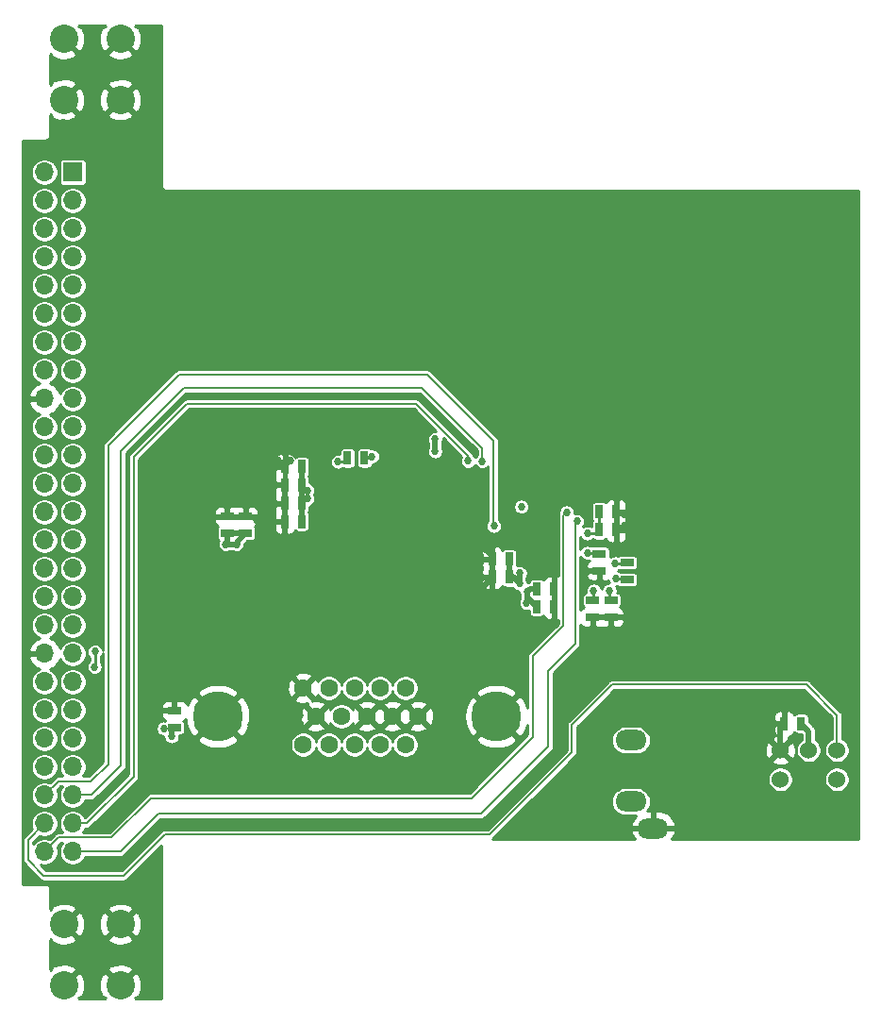
<source format=gbr>
%TF.GenerationSoftware,KiCad,Pcbnew,5.1.9+dfsg1-1*%
%TF.CreationDate,2021-08-04T00:34:55+03:00*%
%TF.ProjectId,extra_av_out,65787472-615f-4617-965f-6f75742e6b69,rev?*%
%TF.SameCoordinates,Original*%
%TF.FileFunction,Copper,L4,Bot*%
%TF.FilePolarity,Positive*%
%FSLAX46Y46*%
G04 Gerber Fmt 4.6, Leading zero omitted, Abs format (unit mm)*
G04 Created by KiCad (PCBNEW 5.1.9+dfsg1-1) date 2021-08-04 00:34:55*
%MOMM*%
%LPD*%
G01*
G04 APERTURE LIST*
%TA.AperFunction,ComponentPad*%
%ADD10O,2.800000X1.800000*%
%TD*%
%TA.AperFunction,ComponentPad*%
%ADD11C,2.540000*%
%TD*%
%TA.AperFunction,ComponentPad*%
%ADD12C,1.600000*%
%TD*%
%TA.AperFunction,ComponentPad*%
%ADD13C,4.500000*%
%TD*%
%TA.AperFunction,ComponentPad*%
%ADD14C,1.524000*%
%TD*%
%TA.AperFunction,ComponentPad*%
%ADD15R,1.700000X1.700000*%
%TD*%
%TA.AperFunction,ComponentPad*%
%ADD16O,1.700000X1.700000*%
%TD*%
%TA.AperFunction,SMDPad,CuDef*%
%ADD17R,1.143000X0.635000*%
%TD*%
%TA.AperFunction,SMDPad,CuDef*%
%ADD18R,0.635000X1.143000*%
%TD*%
%TA.AperFunction,ViaPad*%
%ADD19C,0.686000*%
%TD*%
%TA.AperFunction,Conductor*%
%ADD20C,0.500000*%
%TD*%
%TA.AperFunction,Conductor*%
%ADD21C,0.250000*%
%TD*%
%TA.AperFunction,Conductor*%
%ADD22C,0.200000*%
%TD*%
%TA.AperFunction,Conductor*%
%ADD23C,0.254000*%
%TD*%
%TA.AperFunction,Conductor*%
%ADD24C,0.100000*%
%TD*%
G04 APERTURE END LIST*
D10*
%TO.P,J2,S*%
%TO.N,GND*%
X101020000Y-86100000D03*
%TO.P,J2,T*%
%TO.N,Net-(C11-Pad2)*%
X99020000Y-83700000D03*
%TO.P,J2,R*%
%TO.N,Net-(C13-Pad1)*%
X99020000Y-78200000D03*
%TD*%
D11*
%TO.P,ST2,1*%
%TO.N,GND*%
X53190000Y-94720000D03*
X53190000Y-100160000D03*
X48110000Y-94720000D03*
X48110000Y-100160000D03*
%TD*%
%TO.P,ST1,1*%
%TO.N,GND*%
X53190000Y-15300000D03*
X53190000Y-20740000D03*
X48110000Y-15300000D03*
X48110000Y-20740000D03*
%TD*%
D12*
%TO.P,J4,8*%
%TO.N,GND*%
X75330000Y-76060000D03*
%TO.P,J4,9*%
%TO.N,/DVDD5*%
X73040000Y-76060000D03*
%TO.P,J4,10*%
%TO.N,GND*%
X70750000Y-76060000D03*
%TO.P,J4,1*%
%TO.N,Net-(J4-Pad1)*%
X78770000Y-73520000D03*
%TO.P,J4,2*%
%TO.N,Net-(J4-Pad2)*%
X76480000Y-73520000D03*
%TO.P,J4,3*%
%TO.N,Net-(J4-Pad3)*%
X74190000Y-73520000D03*
%TO.P,J4,4*%
%TO.N,Net-(J4-Pad4)*%
X71900000Y-73520000D03*
%TO.P,J4,5*%
%TO.N,GND*%
X69610000Y-73520000D03*
%TO.P,J4,6*%
X79910000Y-76060000D03*
%TO.P,J4,7*%
X77620000Y-76060000D03*
%TO.P,J4,11*%
%TO.N,Net-(J4-Pad11)*%
X78770000Y-78600000D03*
%TO.P,J4,12*%
%TO.N,Net-(J4-Pad12)*%
X76480000Y-78600000D03*
%TO.P,J4,13*%
%TO.N,/VGA_HS_TTL*%
X74190000Y-78600000D03*
%TO.P,J4,14*%
%TO.N,/VGA_VS_TTL*%
X71900000Y-78600000D03*
%TO.P,J4,15*%
%TO.N,Net-(J4-Pad15)*%
X69610000Y-78600000D03*
D13*
%TO.P,J4,10*%
%TO.N,GND*%
X86950000Y-76060000D03*
X61950000Y-76060000D03*
%TD*%
D14*
%TO.P,J3,1*%
%TO.N,/SPDIF*%
X117520000Y-79100000D03*
%TO.P,J3,2*%
%TO.N,/DVDD3v3*%
X114980000Y-79100000D03*
%TO.P,J3,3*%
%TO.N,GND*%
X112440000Y-79100000D03*
%TO.P,J3,4*%
%TO.N,N/C*%
X112440000Y-81725000D03*
%TO.P,J3,5*%
X117520000Y-81725000D03*
%TD*%
D15*
%TO.P,J1,1*%
%TO.N,Net-(J1-Pad1)*%
X48925790Y-27248710D03*
D16*
%TO.P,J1,2*%
%TO.N,Net-(J1-Pad2)*%
X46385790Y-27248710D03*
%TO.P,J1,3*%
%TO.N,Net-(J1-Pad3)*%
X48925790Y-29788710D03*
%TO.P,J1,4*%
%TO.N,Net-(J1-Pad4)*%
X46385790Y-29788710D03*
%TO.P,J1,5*%
%TO.N,Net-(J1-Pad5)*%
X48925790Y-32328710D03*
%TO.P,J1,6*%
%TO.N,Net-(J1-Pad6)*%
X46385790Y-32328710D03*
%TO.P,J1,7*%
%TO.N,/VGA_PSAVE*%
X48925790Y-34868710D03*
%TO.P,J1,8*%
%TO.N,/AUDIO_MUTE_N*%
X46385790Y-34868710D03*
%TO.P,J1,9*%
%TO.N,/VGA_R1*%
X48925790Y-37408710D03*
%TO.P,J1,10*%
%TO.N,/VGA_R0*%
X46385790Y-37408710D03*
%TO.P,J1,11*%
%TO.N,/VGA_R3*%
X48925790Y-39948710D03*
%TO.P,J1,12*%
%TO.N,/VGA_R2*%
X46385790Y-39948710D03*
%TO.P,J1,13*%
%TO.N,/VGA_R5*%
X48925790Y-42488710D03*
%TO.P,J1,14*%
%TO.N,/VGA_R4*%
X46385790Y-42488710D03*
%TO.P,J1,15*%
%TO.N,/VGA_R7*%
X48925790Y-45028710D03*
%TO.P,J1,16*%
%TO.N,/VGA_R6*%
X46385790Y-45028710D03*
%TO.P,J1,17*%
%TO.N,/DVDD5*%
X48925790Y-47568710D03*
%TO.P,J1,18*%
%TO.N,GND*%
X46385790Y-47568710D03*
%TO.P,J1,19*%
%TO.N,/VGA_G1*%
X48925790Y-50108710D03*
%TO.P,J1,20*%
%TO.N,/VGA_G0*%
X46385790Y-50108710D03*
%TO.P,J1,21*%
%TO.N,/VGA_G3*%
X48925790Y-52648710D03*
%TO.P,J1,22*%
%TO.N,/VGA_G2*%
X46385790Y-52648710D03*
%TO.P,J1,23*%
%TO.N,/VGA_G5*%
X48925790Y-55188710D03*
%TO.P,J1,24*%
%TO.N,/VGA_G4*%
X46385790Y-55188710D03*
%TO.P,J1,25*%
%TO.N,/VGA_G7*%
X48925790Y-57728710D03*
%TO.P,J1,26*%
%TO.N,/VGA_G6*%
X46385790Y-57728710D03*
%TO.P,J1,27*%
%TO.N,/VGA_SOG*%
X48925790Y-60268710D03*
%TO.P,J1,28*%
%TO.N,/VGA_BL_N*%
X46385790Y-60268710D03*
%TO.P,J1,29*%
%TO.N,/VGA_B1*%
X48925790Y-62808710D03*
%TO.P,J1,30*%
%TO.N,/VGA_B0*%
X46385790Y-62808710D03*
%TO.P,J1,31*%
%TO.N,/VGA_B3*%
X48925790Y-65348710D03*
%TO.P,J1,32*%
%TO.N,/VGA_B2*%
X46385790Y-65348710D03*
%TO.P,J1,33*%
%TO.N,/VGA_B5*%
X48925790Y-67888710D03*
%TO.P,J1,34*%
%TO.N,/VGA_B4*%
X46385790Y-67888710D03*
%TO.P,J1,35*%
%TO.N,/DVDD3v3*%
X48925790Y-70428710D03*
%TO.P,J1,36*%
%TO.N,GND*%
X46385790Y-70428710D03*
%TO.P,J1,37*%
%TO.N,/VGA_B7*%
X48925790Y-72968710D03*
%TO.P,J1,38*%
%TO.N,/VGA_B6*%
X46385790Y-72968710D03*
%TO.P,J1,39*%
%TO.N,Net-(J1-Pad39)*%
X48925790Y-75508710D03*
%TO.P,J1,40*%
%TO.N,/VGA_CLK*%
X46385790Y-75508710D03*
%TO.P,J1,41*%
%TO.N,Net-(J1-Pad41)*%
X48925790Y-78048710D03*
%TO.P,J1,42*%
%TO.N,/VGA_HS*%
X46385790Y-78048710D03*
%TO.P,J1,43*%
%TO.N,/VGA_VS*%
X48925790Y-80588710D03*
%TO.P,J1,44*%
%TO.N,Net-(J1-Pad44)*%
X46385790Y-80588710D03*
%TO.P,J1,45*%
%TO.N,/I2S_BCK*%
X48925790Y-83128710D03*
%TO.P,J1,46*%
%TO.N,/I2S_WS*%
X46385790Y-83128710D03*
%TO.P,J1,47*%
%TO.N,/I2S_DATA*%
X48925790Y-85668710D03*
%TO.P,J1,48*%
%TO.N,/SPDIF*%
X46385790Y-85668710D03*
%TO.P,J1,49*%
%TO.N,/SDA*%
X48925790Y-88208710D03*
%TO.P,J1,50*%
%TO.N,/SCL*%
X46385790Y-88208710D03*
%TD*%
D17*
%TO.P,C22,1*%
%TO.N,/DVDD5*%
X58040000Y-77062000D03*
%TO.P,C22,2*%
%TO.N,GND*%
X58040000Y-75538000D03*
%TD*%
D18*
%TO.P,C21,1*%
%TO.N,/DVDD3v3*%
X114302000Y-76700000D03*
%TO.P,C21,2*%
%TO.N,GND*%
X112778000Y-76700000D03*
%TD*%
%TO.P,C19,1*%
%TO.N,/DVDD3v3*%
X69472000Y-58580000D03*
%TO.P,C19,2*%
%TO.N,GND*%
X67948000Y-58580000D03*
%TD*%
%TO.P,C18,1*%
%TO.N,/DVDD3v3*%
X69482000Y-56940000D03*
%TO.P,C18,2*%
%TO.N,GND*%
X67958000Y-56940000D03*
%TD*%
%TO.P,C17,1*%
%TO.N,/DVDD3v3*%
X69492000Y-53660000D03*
%TO.P,C17,2*%
%TO.N,GND*%
X67968000Y-53660000D03*
%TD*%
%TO.P,C16,1*%
%TO.N,/DVDD3v3*%
X75112000Y-52890000D03*
%TO.P,C16,2*%
%TO.N,Net-(C16-Pad2)*%
X73588000Y-52890000D03*
%TD*%
%TO.P,C15,1*%
%TO.N,/DVDD3v3*%
X69482000Y-55300000D03*
%TO.P,C15,2*%
%TO.N,GND*%
X67958000Y-55300000D03*
%TD*%
%TO.P,C14,1*%
%TO.N,Net-(C10-Pad1)*%
X88092000Y-61940000D03*
%TO.P,C14,2*%
%TO.N,GND*%
X86568000Y-61940000D03*
%TD*%
%TO.P,C12,1*%
%TO.N,/DVDD3v3*%
X96168000Y-57690000D03*
%TO.P,C12,2*%
%TO.N,GND*%
X97692000Y-57690000D03*
%TD*%
%TO.P,C10,1*%
%TO.N,Net-(C10-Pad1)*%
X88082000Y-63560000D03*
%TO.P,C10,2*%
%TO.N,GND*%
X86558000Y-63560000D03*
%TD*%
D17*
%TO.P,C9,1*%
%TO.N,Net-(C9-Pad1)*%
X98670000Y-63802000D03*
%TO.P,C9,2*%
%TO.N,Net-(C9-Pad2)*%
X98670000Y-62278000D03*
%TD*%
D18*
%TO.P,C8,1*%
%TO.N,/DVDD3v3*%
X96168000Y-59340000D03*
%TO.P,C8,2*%
%TO.N,GND*%
X97692000Y-59340000D03*
%TD*%
D17*
%TO.P,C7,1*%
%TO.N,Net-(C7-Pad1)*%
X96180000Y-61458000D03*
%TO.P,C7,2*%
%TO.N,GND*%
X96180000Y-62982000D03*
%TD*%
D18*
%TO.P,C6,1*%
%TO.N,/DVDD3v3*%
X90568000Y-66240000D03*
%TO.P,C6,2*%
%TO.N,GND*%
X92092000Y-66240000D03*
%TD*%
%TO.P,C5,1*%
%TO.N,/DVDD3v3*%
X90578000Y-64620000D03*
%TO.P,C5,2*%
%TO.N,GND*%
X92102000Y-64620000D03*
%TD*%
D17*
%TO.P,C4,1*%
%TO.N,/DVDD3v3*%
X95600000Y-65648000D03*
%TO.P,C4,2*%
%TO.N,GND*%
X95600000Y-67172000D03*
%TD*%
%TO.P,C3,1*%
%TO.N,/DVDD3v3*%
X97220000Y-65638000D03*
%TO.P,C3,2*%
%TO.N,GND*%
X97220000Y-67162000D03*
%TD*%
%TO.P,C2,1*%
%TO.N,/DVDD3v3*%
X64420000Y-59642000D03*
%TO.P,C2,2*%
%TO.N,GND*%
X64420000Y-58118000D03*
%TD*%
%TO.P,C1,1*%
%TO.N,/DVDD3v3*%
X62780000Y-59642000D03*
%TO.P,C1,2*%
%TO.N,GND*%
X62780000Y-58118000D03*
%TD*%
D19*
%TO.N,GND*%
X55080000Y-76200000D03*
X55110000Y-77400000D03*
X65410000Y-58470000D03*
X66640000Y-58480000D03*
X70750000Y-59420000D03*
X71870000Y-59420000D03*
X73320000Y-56330000D03*
X74750000Y-58410000D03*
X74790000Y-54950000D03*
X76940000Y-58170000D03*
X77380000Y-52870000D03*
X78600000Y-55150000D03*
X72960000Y-48910000D03*
X71590000Y-48920000D03*
X67330000Y-53150000D03*
X68480000Y-53110000D03*
X64850000Y-53620000D03*
X64810000Y-54980000D03*
X92100000Y-63150000D03*
X92100000Y-61920000D03*
X95020000Y-63150000D03*
X98400000Y-59000000D03*
X98440000Y-57970000D03*
X85830000Y-64340000D03*
X85970000Y-61110000D03*
X45380409Y-25464428D03*
X48038409Y-17490428D03*
X48038409Y-22806428D03*
X48038409Y-91914428D03*
X48038409Y-97230428D03*
X49810409Y-24578428D03*
X50696409Y-16604428D03*
X50696409Y-21920428D03*
X50696409Y-29894428D03*
X50696409Y-89256428D03*
X50696409Y-92800428D03*
X50696409Y-96344428D03*
X51582409Y-19262428D03*
X51582409Y-26350428D03*
X51582409Y-32552428D03*
X51582409Y-85712428D03*
X51582409Y-99002428D03*
X52468409Y-23692428D03*
X53354409Y-17490428D03*
X53354409Y-28122428D03*
X53354409Y-34324428D03*
X53354409Y-83940428D03*
X53354409Y-91914428D03*
X53354409Y-97230428D03*
X54240409Y-25464428D03*
X54240409Y-30780428D03*
X55126409Y-22806428D03*
X55126409Y-36096428D03*
X55126409Y-58246428D03*
X55126409Y-73308428D03*
X55126409Y-79510428D03*
X55126409Y-90142428D03*
X56012409Y-14832428D03*
X56012409Y-18376428D03*
X56012409Y-27236428D03*
X56012409Y-32552428D03*
X56012409Y-52930428D03*
X56012409Y-82168428D03*
X56012409Y-92800428D03*
X56012409Y-96344428D03*
X56012409Y-99888428D03*
X56898409Y-29894428D03*
X56898409Y-37868428D03*
X57784409Y-34324428D03*
X57784409Y-74194428D03*
X57784409Y-85712428D03*
X58670409Y-31666428D03*
X58670409Y-39640428D03*
X58670409Y-58246428D03*
X58670409Y-81282428D03*
X59556409Y-36096428D03*
X59556409Y-52930428D03*
X60442409Y-29894428D03*
X60442409Y-33438428D03*
X60442409Y-41412428D03*
X60442409Y-73308428D03*
X61328409Y-37868428D03*
X61328409Y-82168428D03*
X61328409Y-85712428D03*
X62214409Y-31666428D03*
X62214409Y-35210428D03*
X62214409Y-43184428D03*
X63100409Y-39640428D03*
X63100409Y-71536428D03*
X63986409Y-29894428D03*
X63986409Y-33438428D03*
X63986409Y-36982428D03*
X63986409Y-81282428D03*
X64872409Y-41412428D03*
X64872409Y-56474428D03*
X64872409Y-69764428D03*
X64872409Y-73308428D03*
X64872409Y-76852428D03*
X64872409Y-85712428D03*
X65758409Y-31666428D03*
X65758409Y-35210428D03*
X65758409Y-38754428D03*
X65758409Y-44070428D03*
X66644409Y-54702428D03*
X66644409Y-67992428D03*
X66644409Y-71536428D03*
X66644409Y-75080428D03*
X66644409Y-82168428D03*
X67530409Y-29894428D03*
X67530409Y-33438428D03*
X67530409Y-36982428D03*
X67530409Y-40526428D03*
X68416409Y-43184428D03*
X68416409Y-66220428D03*
X68416409Y-69764428D03*
X68416409Y-85712428D03*
X69302409Y-31666428D03*
X69302409Y-35210428D03*
X69302409Y-38754428D03*
X69302409Y-75966428D03*
X69302409Y-81282428D03*
X70188409Y-41412428D03*
X70188409Y-64448428D03*
X70188409Y-67992428D03*
X70188409Y-71536428D03*
X71074409Y-29894428D03*
X71074409Y-33438428D03*
X71074409Y-36982428D03*
X71074409Y-44070428D03*
X71074409Y-60904428D03*
X71960409Y-39640428D03*
X71960409Y-66220428D03*
X71960409Y-69764428D03*
X71960409Y-80396428D03*
X71960409Y-85712428D03*
X72846409Y-31666428D03*
X72846409Y-35210428D03*
X72846409Y-42298428D03*
X72846409Y-62676428D03*
X73732409Y-37868428D03*
X73732409Y-82168428D03*
X74618409Y-29894428D03*
X74618409Y-33438428D03*
X74618409Y-40526428D03*
X74618409Y-44070428D03*
X74618409Y-64448428D03*
X74618409Y-67992428D03*
X74618409Y-71536428D03*
X75504409Y-36096428D03*
X75504409Y-80396428D03*
X75504409Y-85712428D03*
X76390409Y-31666428D03*
X76390409Y-38754428D03*
X76390409Y-42298428D03*
X77276409Y-34324428D03*
X77276409Y-82168428D03*
X78162409Y-29894428D03*
X78162409Y-36982428D03*
X78162409Y-40526428D03*
X78162409Y-44070428D03*
X79048409Y-32552428D03*
X79048409Y-52930428D03*
X79048409Y-56474428D03*
X79048409Y-60018428D03*
X79048409Y-63562428D03*
X79048409Y-67106428D03*
X79048409Y-70650428D03*
X79048409Y-80396428D03*
X79048409Y-85712428D03*
X79934409Y-35210428D03*
X79934409Y-38754428D03*
X79934409Y-42298428D03*
X80820409Y-30780428D03*
X80820409Y-54702428D03*
X80820409Y-58246428D03*
X80820409Y-61790428D03*
X80820409Y-65334428D03*
X80820409Y-68878428D03*
X80820409Y-72422428D03*
X80820409Y-77738428D03*
X80820409Y-82168428D03*
X81706409Y-33438428D03*
X81706409Y-36982428D03*
X81706409Y-40526428D03*
X81706409Y-44070428D03*
X81706409Y-75080428D03*
X82592409Y-63562428D03*
X82592409Y-67106428D03*
X82592409Y-70650428D03*
X82592409Y-79510428D03*
X82592409Y-85712428D03*
X83478409Y-29894428D03*
X83478409Y-35210428D03*
X83478409Y-38754428D03*
X83478409Y-42298428D03*
X83478409Y-73308428D03*
X83478409Y-76852428D03*
X84364409Y-32552428D03*
X84364409Y-44956428D03*
X84364409Y-56474428D03*
X84364409Y-65334428D03*
X84364409Y-68878428D03*
X84364409Y-81282428D03*
X85250409Y-36982428D03*
X85250409Y-40526428D03*
X85250409Y-47614428D03*
X85250409Y-59132428D03*
X85250409Y-71536428D03*
X85250409Y-78624428D03*
X86136409Y-30780428D03*
X86136409Y-34324428D03*
X86136409Y-43184428D03*
X86136409Y-67106428D03*
X87022409Y-38754428D03*
X87022409Y-45842428D03*
X87022409Y-49386428D03*
X87022409Y-69764428D03*
X87908409Y-32552428D03*
X87908409Y-36096428D03*
X87908409Y-41412428D03*
X87908409Y-52044428D03*
X87908409Y-55588428D03*
X87908409Y-72422428D03*
X88794409Y-29894428D03*
X88794409Y-44070428D03*
X88794409Y-47614428D03*
X88794409Y-67992428D03*
X88794409Y-85712428D03*
X89680409Y-34324428D03*
X89680409Y-37868428D03*
X89680409Y-50272428D03*
X89680409Y-53816428D03*
X90566409Y-31666428D03*
X90566409Y-40526428D03*
X90566409Y-45842428D03*
X90566409Y-83940428D03*
X91452409Y-36096428D03*
X91452409Y-43184428D03*
X91452409Y-48500428D03*
X91452409Y-52044428D03*
X92338409Y-29894428D03*
X92338409Y-33438428D03*
X92338409Y-38754428D03*
X92338409Y-54702428D03*
X92338409Y-73308428D03*
X92338409Y-76852428D03*
X92338409Y-82168428D03*
X92338409Y-85712428D03*
X93224409Y-41412428D03*
X93224409Y-44956428D03*
X93224409Y-50272428D03*
X94110409Y-31666428D03*
X94110409Y-35210428D03*
X94110409Y-47614428D03*
X94110409Y-52930428D03*
X94110409Y-71536428D03*
X94110409Y-80396428D03*
X94110409Y-83940428D03*
X94996409Y-37868428D03*
X94996409Y-43184428D03*
X94996409Y-55588428D03*
X94996409Y-68878428D03*
X94996409Y-77738428D03*
X95882409Y-29894428D03*
X95882409Y-33438428D03*
X95882409Y-40526428D03*
X95882409Y-45842428D03*
X95882409Y-49386428D03*
X95882409Y-85712428D03*
X96768409Y-36096428D03*
X96768409Y-52044428D03*
X96768409Y-72422428D03*
X97654409Y-31666428D03*
X97654409Y-38754428D03*
X97654409Y-42298428D03*
X97654409Y-47614428D03*
X97654409Y-54702428D03*
X97654409Y-80396428D03*
X98540409Y-34324428D03*
X98540409Y-44956428D03*
X98540409Y-50272428D03*
X98540409Y-75966428D03*
X99426409Y-29894428D03*
X99426409Y-36982428D03*
X99426409Y-40526428D03*
X99426409Y-52930428D03*
X99426409Y-56474428D03*
X100312409Y-32552428D03*
X100312409Y-43184428D03*
X100312409Y-46728428D03*
X100312409Y-59132428D03*
X100312409Y-81282428D03*
X101198409Y-35210428D03*
X101198409Y-38754428D03*
X101198409Y-49386428D03*
X101198409Y-54702428D03*
X101198409Y-76852428D03*
X102084409Y-30780428D03*
X102084409Y-41412428D03*
X102084409Y-44956428D03*
X102084409Y-52044428D03*
X102084409Y-57360428D03*
X102084409Y-60904428D03*
X102084409Y-64448428D03*
X102084409Y-67992428D03*
X102084409Y-72422428D03*
X102084409Y-79510428D03*
X102084409Y-83054428D03*
X102970409Y-33438428D03*
X102970409Y-36982428D03*
X102970409Y-47614428D03*
X102970409Y-75080428D03*
X103856409Y-39640428D03*
X103856409Y-43184428D03*
X103856409Y-50272428D03*
X103856409Y-53816428D03*
X103856409Y-59132428D03*
X103856409Y-62676428D03*
X103856409Y-66220428D03*
X103856409Y-69764428D03*
X103856409Y-77738428D03*
X103856409Y-81282428D03*
X103856409Y-84826428D03*
X104742409Y-29894428D03*
X104742409Y-35210428D03*
X104742409Y-45842428D03*
X104742409Y-56474428D03*
X105628409Y-32552428D03*
X105628409Y-37868428D03*
X105628409Y-41412428D03*
X105628409Y-48500428D03*
X105628409Y-52044428D03*
X105628409Y-60904428D03*
X105628409Y-64448428D03*
X105628409Y-67992428D03*
X105628409Y-71536428D03*
X105628409Y-75966428D03*
X105628409Y-79510428D03*
X105628409Y-83054428D03*
X106514409Y-44070428D03*
X106514409Y-54702428D03*
X106514409Y-58246428D03*
X106514409Y-85712428D03*
X107400409Y-30780428D03*
X107400409Y-34324428D03*
X107400409Y-39640428D03*
X107400409Y-46728428D03*
X107400409Y-50272428D03*
X107400409Y-62676428D03*
X107400409Y-66220428D03*
X107400409Y-69764428D03*
X107400409Y-74194428D03*
X107400409Y-77738428D03*
X107400409Y-81282428D03*
X108286409Y-36982428D03*
X108286409Y-42298428D03*
X108286409Y-52930428D03*
X108286409Y-56474428D03*
X108286409Y-60018428D03*
X108286409Y-83940428D03*
X109172409Y-32552428D03*
X109172409Y-44956428D03*
X109172409Y-48500428D03*
X109172409Y-64448428D03*
X109172409Y-67992428D03*
X109172409Y-71536428D03*
X109172409Y-75966428D03*
X109172409Y-79510428D03*
X110058409Y-29894428D03*
X110058409Y-35210428D03*
X110058409Y-38754428D03*
X110058409Y-51158428D03*
X110058409Y-54702428D03*
X110058409Y-58246428D03*
X110058409Y-61790428D03*
X110058409Y-82168428D03*
X110058409Y-85712428D03*
X110944409Y-41412428D03*
X110944409Y-46728428D03*
X110944409Y-66220428D03*
X110944409Y-69764428D03*
X110944409Y-74194428D03*
X110944409Y-77738428D03*
X111830409Y-31666428D03*
X111830409Y-36982428D03*
X111830409Y-44070428D03*
X111830409Y-49386428D03*
X111830409Y-52930428D03*
X111830409Y-56474428D03*
X111830409Y-60018428D03*
X111830409Y-63562428D03*
X111830409Y-83940428D03*
X112716409Y-34324428D03*
X112716409Y-39640428D03*
X112716409Y-67992428D03*
X112716409Y-71536428D03*
X113602409Y-29894428D03*
X113602409Y-42298428D03*
X113602409Y-45842428D03*
X113602409Y-51158428D03*
X113602409Y-54702428D03*
X113602409Y-58246428D03*
X113602409Y-61790428D03*
X113602409Y-65334428D03*
X113602409Y-75080428D03*
X113602409Y-85712428D03*
X114488409Y-32552428D03*
X114488409Y-36096428D03*
X114488409Y-48500428D03*
X114488409Y-69764428D03*
X114488409Y-81282428D03*
X115374409Y-38754428D03*
X115374409Y-44070428D03*
X115374409Y-52930428D03*
X115374409Y-56474428D03*
X115374409Y-60018428D03*
X115374409Y-63562428D03*
X115374409Y-67106428D03*
X115374409Y-72422428D03*
X115374409Y-83940428D03*
X116260409Y-30780428D03*
X116260409Y-34324428D03*
X116260409Y-41412428D03*
X116260409Y-46728428D03*
X116260409Y-50272428D03*
X116260409Y-76852428D03*
X117146409Y-36982428D03*
X117146409Y-54702428D03*
X117146409Y-58246428D03*
X117146409Y-61790428D03*
X117146409Y-65334428D03*
X117146409Y-68878428D03*
X117146409Y-74194428D03*
X117146409Y-85712428D03*
X118032409Y-32552428D03*
X118032409Y-39640428D03*
X118032409Y-43184428D03*
X118032409Y-48500428D03*
X118032409Y-52044428D03*
X118032409Y-71536428D03*
%TO.N,/DVDD3v3*%
X50910000Y-70260000D03*
X50880000Y-71630000D03*
X63610000Y-60620000D03*
X62650000Y-60620000D03*
X69970000Y-56540000D03*
X69960000Y-55790000D03*
X75790000Y-52760000D03*
X81450000Y-51200000D03*
X81440000Y-52280000D03*
X89710000Y-64920000D03*
X89650000Y-65900000D03*
X95120000Y-59640000D03*
X95680000Y-64800000D03*
X97090000Y-64780000D03*
X89190000Y-57260000D03*
%TO.N,Net-(C7-Pad1)*%
X95130000Y-61400000D03*
%TO.N,Net-(C9-Pad2)*%
X97610000Y-62320000D03*
%TO.N,Net-(C9-Pad1)*%
X97670000Y-63700000D03*
%TO.N,Net-(C10-Pad1)*%
X89050000Y-63220000D03*
X89020000Y-64130000D03*
%TO.N,Net-(C16-Pad2)*%
X72736508Y-53212669D03*
%TO.N,/DVDD5*%
X57110000Y-77160000D03*
X57800000Y-77860000D03*
%TO.N,/SCL*%
X93260000Y-57760000D03*
%TO.N,/SDA*%
X94180000Y-58550000D03*
%TO.N,/I2S_DATA*%
X84420000Y-53150000D03*
%TO.N,/I2S_WS*%
X86730000Y-58970000D03*
%TO.N,/I2S_BCK*%
X85670000Y-53170000D03*
%TD*%
D20*
%TO.N,GND*%
X112440000Y-77038000D02*
X112778000Y-76700000D01*
X112440000Y-79100000D02*
X112440000Y-77038000D01*
X55080000Y-77370000D02*
X55110000Y-77400000D01*
X55080000Y-76200000D02*
X55080000Y-77370000D01*
D21*
X64420000Y-58118000D02*
X62780000Y-58118000D01*
X70750000Y-59420000D02*
X71870000Y-59420000D01*
X73320000Y-56980000D02*
X74750000Y-58410000D01*
X73320000Y-56330000D02*
X73320000Y-56980000D01*
X76940000Y-57100000D02*
X76940000Y-58170000D01*
X74790000Y-54950000D02*
X76940000Y-57100000D01*
X78600000Y-54090000D02*
X78600000Y-55150000D01*
X77380000Y-52870000D02*
X78600000Y-54090000D01*
D20*
X71600000Y-48910000D02*
X71590000Y-48920000D01*
X72960000Y-48910000D02*
X71600000Y-48910000D01*
D21*
X67458000Y-53150000D02*
X67968000Y-53660000D01*
X67330000Y-53150000D02*
X67458000Y-53150000D01*
X68480000Y-53148000D02*
X67968000Y-53660000D01*
X68480000Y-53110000D02*
X68480000Y-53148000D01*
X64850000Y-54940000D02*
X64810000Y-54980000D01*
X64850000Y-53620000D02*
X64850000Y-54940000D01*
X92100000Y-63150000D02*
X92100000Y-61920000D01*
X96012000Y-63150000D02*
X96180000Y-62982000D01*
X95020000Y-63150000D02*
X96012000Y-63150000D01*
X98032000Y-59000000D02*
X97692000Y-59340000D01*
X98400000Y-59000000D02*
X98032000Y-59000000D01*
X97972000Y-57970000D02*
X97692000Y-57690000D01*
X98440000Y-57970000D02*
X97972000Y-57970000D01*
D20*
X86558000Y-63612000D02*
X85830000Y-64340000D01*
X86558000Y-63560000D02*
X86558000Y-63612000D01*
X86568000Y-61708000D02*
X85970000Y-61110000D01*
X86568000Y-61940000D02*
X86568000Y-61708000D01*
%TO.N,/DVDD3v3*%
X114980000Y-77378000D02*
X114302000Y-76700000D01*
X114980000Y-79100000D02*
X114980000Y-77378000D01*
D21*
X50910000Y-71600000D02*
X50880000Y-71630000D01*
X50910000Y-70260000D02*
X50910000Y-71600000D01*
D20*
X63610000Y-60620000D02*
X62650000Y-60620000D01*
X62780000Y-60490000D02*
X62650000Y-60620000D01*
X62780000Y-59642000D02*
X62780000Y-60490000D01*
X62780000Y-59642000D02*
X64420000Y-59642000D01*
X63610000Y-60452000D02*
X64420000Y-59642000D01*
X63610000Y-60620000D02*
X63610000Y-60452000D01*
X69472000Y-56950000D02*
X69482000Y-56940000D01*
X69472000Y-58580000D02*
X69472000Y-56950000D01*
X69482000Y-56940000D02*
X69482000Y-55300000D01*
X69492000Y-55290000D02*
X69482000Y-55300000D01*
X69492000Y-53660000D02*
X69492000Y-55290000D01*
D21*
X75660000Y-52890000D02*
X75790000Y-52760000D01*
X75112000Y-52890000D02*
X75660000Y-52890000D01*
D20*
X81450000Y-52270000D02*
X81440000Y-52280000D01*
X81450000Y-51200000D02*
X81450000Y-52270000D01*
D21*
X69882000Y-56540000D02*
X69482000Y-56940000D01*
X69970000Y-56540000D02*
X69882000Y-56540000D01*
D20*
X89710000Y-65382000D02*
X90568000Y-66240000D01*
X89710000Y-64920000D02*
X89710000Y-65382000D01*
X90010000Y-64620000D02*
X89710000Y-64920000D01*
X90578000Y-64620000D02*
X90010000Y-64620000D01*
X89710000Y-65840000D02*
X89650000Y-65900000D01*
X89710000Y-64920000D02*
X89710000Y-65840000D01*
D21*
X95868000Y-59640000D02*
X96168000Y-59340000D01*
X95120000Y-59640000D02*
X95868000Y-59640000D01*
X96168000Y-59340000D02*
X96168000Y-57690000D01*
X95680000Y-65568000D02*
X95600000Y-65648000D01*
X95680000Y-64800000D02*
X95680000Y-65568000D01*
X97090000Y-65508000D02*
X97220000Y-65638000D01*
X97090000Y-64780000D02*
X97090000Y-65508000D01*
%TO.N,Net-(C7-Pad1)*%
X96122000Y-61400000D02*
X96180000Y-61458000D01*
X95130000Y-61400000D02*
X96122000Y-61400000D01*
%TO.N,Net-(C9-Pad2)*%
X98178000Y-62320000D02*
X98258000Y-62400000D01*
X97610000Y-62320000D02*
X98178000Y-62320000D01*
%TO.N,Net-(C9-Pad1)*%
X98568000Y-63700000D02*
X98670000Y-63802000D01*
X97670000Y-63700000D02*
X98568000Y-63700000D01*
D20*
%TO.N,Net-(C10-Pad1)*%
X89050000Y-64100000D02*
X89020000Y-64130000D01*
X89050000Y-63220000D02*
X89050000Y-64100000D01*
X88450000Y-63560000D02*
X89020000Y-64130000D01*
X88082000Y-63560000D02*
X88450000Y-63560000D01*
X88082000Y-61950000D02*
X88092000Y-61940000D01*
X88082000Y-63560000D02*
X88082000Y-61950000D01*
D21*
%TO.N,Net-(C16-Pad2)*%
X73265331Y-53212669D02*
X73588000Y-52890000D01*
X72736508Y-53212669D02*
X73265331Y-53212669D01*
D20*
%TO.N,/DVDD5*%
X57800000Y-77302000D02*
X58040000Y-77062000D01*
X57800000Y-77860000D02*
X57800000Y-77302000D01*
D22*
%TO.N,/SCL*%
X47664500Y-86930000D02*
X46385790Y-88208710D01*
X52410000Y-86930000D02*
X47664500Y-86930000D01*
X55950000Y-83390000D02*
X52410000Y-86930000D01*
X84720000Y-83390000D02*
X55950000Y-83390000D01*
X90200000Y-77910000D02*
X84720000Y-83390000D01*
X90200000Y-70680000D02*
X90200000Y-77910000D01*
X92950000Y-58070000D02*
X92950000Y-67930000D01*
X92950000Y-67930000D02*
X90200000Y-70680000D01*
X93260000Y-57760000D02*
X92950000Y-58070000D01*
%TO.N,/SDA*%
X53211290Y-88208710D02*
X48925790Y-88208710D01*
X56610000Y-84810000D02*
X53211290Y-88208710D01*
X91610000Y-78800000D02*
X85600000Y-84810000D01*
X91610000Y-71970000D02*
X91610000Y-78800000D01*
X94020000Y-69560000D02*
X91610000Y-71970000D01*
X85600000Y-84810000D02*
X56610000Y-84810000D01*
X94020000Y-58710000D02*
X94020000Y-69560000D01*
X94180000Y-58550000D02*
X94020000Y-58710000D01*
%TO.N,/SPDIF*%
X117520000Y-75980000D02*
X117520000Y-79100000D01*
X93730000Y-76830000D02*
X97350000Y-73210000D01*
X86340000Y-86680000D02*
X93730000Y-79290000D01*
X114750000Y-73210000D02*
X117520000Y-75980000D01*
X57170000Y-86680000D02*
X86340000Y-86680000D01*
X46320000Y-90370000D02*
X53480000Y-90370000D01*
X97350000Y-73210000D02*
X114750000Y-73210000D01*
X44900000Y-88950000D02*
X46320000Y-90370000D01*
X93730000Y-79290000D02*
X93730000Y-76830000D01*
X53480000Y-90370000D02*
X57170000Y-86680000D01*
X44900000Y-87154500D02*
X44900000Y-88950000D01*
X46385790Y-85668710D02*
X44900000Y-87154500D01*
%TO.N,/I2S_DATA*%
X59190000Y-48020000D02*
X79740000Y-48020000D01*
X54400000Y-52810000D02*
X59190000Y-48020000D01*
X54400000Y-81460000D02*
X54400000Y-52810000D01*
X79740000Y-48020000D02*
X84390000Y-52670000D01*
X50191290Y-85668710D02*
X54400000Y-81460000D01*
X48925790Y-85668710D02*
X50191290Y-85668710D01*
X84390000Y-53120000D02*
X84420000Y-53150000D01*
X84390000Y-52670000D02*
X84390000Y-53120000D01*
%TO.N,/I2S_WS*%
X58450000Y-45410000D02*
X80750000Y-45410000D01*
X52090000Y-51770000D02*
X58450000Y-45410000D01*
X52090000Y-80340000D02*
X52090000Y-51770000D01*
X86670000Y-51330000D02*
X86670000Y-52740000D01*
X50550000Y-81880000D02*
X52090000Y-80340000D01*
X47634500Y-81880000D02*
X50550000Y-81880000D01*
X80750000Y-45410000D02*
X86670000Y-51330000D01*
X46385790Y-83128710D02*
X47634500Y-81880000D01*
X86670000Y-58910000D02*
X86730000Y-58970000D01*
X86670000Y-52740000D02*
X86670000Y-58910000D01*
%TO.N,/I2S_BCK*%
X85670000Y-52760000D02*
X85670000Y-53170000D01*
X85670000Y-52030000D02*
X85670000Y-52760000D01*
X80240000Y-46600000D02*
X85670000Y-52030000D01*
X58870000Y-46600000D02*
X80240000Y-46600000D01*
X53240000Y-52230000D02*
X58870000Y-46600000D01*
X50611290Y-83128710D02*
X53240000Y-80500000D01*
X53240000Y-80500000D02*
X53240000Y-52230000D01*
X48925790Y-83128710D02*
X50611290Y-83128710D01*
%TD*%
D23*
%TO.N,GND*%
X51862146Y-14151754D02*
X51570129Y-14280076D01*
X51402277Y-14615695D01*
X51303126Y-14977611D01*
X51276486Y-15351916D01*
X51323382Y-15724227D01*
X51442012Y-16080235D01*
X51570129Y-16319924D01*
X51862148Y-16448247D01*
X53010395Y-15300000D01*
X52996253Y-15285858D01*
X53175858Y-15106253D01*
X53190000Y-15120395D01*
X53204143Y-15106253D01*
X53383748Y-15285858D01*
X53369605Y-15300000D01*
X54517852Y-16448247D01*
X54809871Y-16319924D01*
X54977723Y-15984305D01*
X55076874Y-15622389D01*
X55103514Y-15248084D01*
X55056618Y-14875773D01*
X54937988Y-14519765D01*
X54809871Y-14280076D01*
X54517854Y-14151754D01*
X54597608Y-14072000D01*
X56838001Y-14072000D01*
X56838000Y-28460253D01*
X56836055Y-28480000D01*
X56843817Y-28558806D01*
X56866803Y-28634583D01*
X56904132Y-28704420D01*
X56954368Y-28765632D01*
X57015580Y-28815868D01*
X57085417Y-28853197D01*
X57161194Y-28876183D01*
X57240000Y-28883945D01*
X57259747Y-28882000D01*
X119438001Y-28882000D01*
X119438000Y-87098000D01*
X102692740Y-87098000D01*
X102695210Y-87095606D01*
X102866862Y-86847204D01*
X102986755Y-86570087D01*
X103011036Y-86464740D01*
X102890378Y-86227000D01*
X101147000Y-86227000D01*
X101147000Y-86247000D01*
X100893000Y-86247000D01*
X100893000Y-86227000D01*
X99149622Y-86227000D01*
X99028964Y-86464740D01*
X99053245Y-86570087D01*
X99173138Y-86847204D01*
X99344790Y-87095606D01*
X99347260Y-87098000D01*
X86569861Y-87098000D01*
X86606289Y-87078529D01*
X86678921Y-87018921D01*
X86693855Y-87000724D01*
X89994579Y-83700000D01*
X97236822Y-83700000D01*
X97261478Y-83950336D01*
X97334498Y-84191051D01*
X97453076Y-84412896D01*
X97612656Y-84607344D01*
X97807104Y-84766924D01*
X98028949Y-84885502D01*
X98269664Y-84958522D01*
X98457274Y-84977000D01*
X99476229Y-84977000D01*
X99344790Y-85104394D01*
X99173138Y-85352796D01*
X99053245Y-85629913D01*
X99028964Y-85735260D01*
X99149622Y-85973000D01*
X100893000Y-85973000D01*
X100893000Y-84565000D01*
X101147000Y-84565000D01*
X101147000Y-85973000D01*
X102890378Y-85973000D01*
X103011036Y-85735260D01*
X102986755Y-85629913D01*
X102866862Y-85352796D01*
X102695210Y-85104394D01*
X102478396Y-84894252D01*
X102224751Y-84730446D01*
X101944023Y-84619271D01*
X101647000Y-84565000D01*
X101147000Y-84565000D01*
X100893000Y-84565000D01*
X100462095Y-84565000D01*
X100586924Y-84412896D01*
X100705502Y-84191051D01*
X100778522Y-83950336D01*
X100803178Y-83700000D01*
X100778522Y-83449664D01*
X100705502Y-83208949D01*
X100586924Y-82987104D01*
X100427344Y-82792656D01*
X100232896Y-82633076D01*
X100011051Y-82514498D01*
X99770336Y-82441478D01*
X99582726Y-82423000D01*
X98457274Y-82423000D01*
X98269664Y-82441478D01*
X98028949Y-82514498D01*
X97807104Y-82633076D01*
X97612656Y-82792656D01*
X97453076Y-82987104D01*
X97334498Y-83208949D01*
X97261478Y-83449664D01*
X97236822Y-83700000D01*
X89994579Y-83700000D01*
X92081761Y-81612818D01*
X111301000Y-81612818D01*
X111301000Y-81837182D01*
X111344771Y-82057234D01*
X111430631Y-82264519D01*
X111555281Y-82451070D01*
X111713930Y-82609719D01*
X111900481Y-82734369D01*
X112107766Y-82820229D01*
X112327818Y-82864000D01*
X112552182Y-82864000D01*
X112772234Y-82820229D01*
X112979519Y-82734369D01*
X113166070Y-82609719D01*
X113324719Y-82451070D01*
X113449369Y-82264519D01*
X113535229Y-82057234D01*
X113579000Y-81837182D01*
X113579000Y-81612818D01*
X116381000Y-81612818D01*
X116381000Y-81837182D01*
X116424771Y-82057234D01*
X116510631Y-82264519D01*
X116635281Y-82451070D01*
X116793930Y-82609719D01*
X116980481Y-82734369D01*
X117187766Y-82820229D01*
X117407818Y-82864000D01*
X117632182Y-82864000D01*
X117852234Y-82820229D01*
X118059519Y-82734369D01*
X118246070Y-82609719D01*
X118404719Y-82451070D01*
X118529369Y-82264519D01*
X118615229Y-82057234D01*
X118659000Y-81837182D01*
X118659000Y-81612818D01*
X118615229Y-81392766D01*
X118529369Y-81185481D01*
X118404719Y-80998930D01*
X118246070Y-80840281D01*
X118059519Y-80715631D01*
X117852234Y-80629771D01*
X117632182Y-80586000D01*
X117407818Y-80586000D01*
X117187766Y-80629771D01*
X116980481Y-80715631D01*
X116793930Y-80840281D01*
X116635281Y-80998930D01*
X116510631Y-81185481D01*
X116424771Y-81392766D01*
X116381000Y-81612818D01*
X113579000Y-81612818D01*
X113535229Y-81392766D01*
X113449369Y-81185481D01*
X113324719Y-80998930D01*
X113166070Y-80840281D01*
X112979519Y-80715631D01*
X112772234Y-80629771D01*
X112552182Y-80586000D01*
X112327818Y-80586000D01*
X112107766Y-80629771D01*
X111900481Y-80715631D01*
X111713930Y-80840281D01*
X111555281Y-80998930D01*
X111430631Y-81185481D01*
X111344771Y-81392766D01*
X111301000Y-81612818D01*
X92081761Y-81612818D01*
X93629014Y-80065565D01*
X111654040Y-80065565D01*
X111721020Y-80305656D01*
X111970048Y-80422756D01*
X112237135Y-80489023D01*
X112512017Y-80501910D01*
X112784133Y-80460922D01*
X113043023Y-80367636D01*
X113158980Y-80305656D01*
X113225960Y-80065565D01*
X112440000Y-79279605D01*
X111654040Y-80065565D01*
X93629014Y-80065565D01*
X94050730Y-79643850D01*
X94068921Y-79628921D01*
X94128529Y-79556289D01*
X94172822Y-79473423D01*
X94200097Y-79383508D01*
X94207000Y-79313423D01*
X94207000Y-79313416D01*
X94209306Y-79290001D01*
X94207000Y-79266586D01*
X94207000Y-78200000D01*
X97236822Y-78200000D01*
X97261478Y-78450336D01*
X97334498Y-78691051D01*
X97453076Y-78912896D01*
X97612656Y-79107344D01*
X97807104Y-79266924D01*
X98028949Y-79385502D01*
X98269664Y-79458522D01*
X98457274Y-79477000D01*
X99582726Y-79477000D01*
X99770336Y-79458522D01*
X100011051Y-79385502D01*
X100232896Y-79266924D01*
X100348540Y-79172017D01*
X111038090Y-79172017D01*
X111079078Y-79444133D01*
X111172364Y-79703023D01*
X111234344Y-79818980D01*
X111474435Y-79885960D01*
X112260395Y-79100000D01*
X111474435Y-78314040D01*
X111234344Y-78381020D01*
X111117244Y-78630048D01*
X111050977Y-78897135D01*
X111038090Y-79172017D01*
X100348540Y-79172017D01*
X100427344Y-79107344D01*
X100586924Y-78912896D01*
X100705502Y-78691051D01*
X100778522Y-78450336D01*
X100803178Y-78200000D01*
X100796721Y-78134435D01*
X111654040Y-78134435D01*
X112440000Y-78920395D01*
X113225960Y-78134435D01*
X113161417Y-77903080D01*
X113219982Y-77897312D01*
X113339680Y-77861002D01*
X113449994Y-77802037D01*
X113546685Y-77722685D01*
X113626037Y-77625994D01*
X113685002Y-77515680D01*
X113688291Y-77504837D01*
X113716631Y-77539369D01*
X113774037Y-77586481D01*
X113839530Y-77621488D01*
X113910595Y-77643045D01*
X113984500Y-77650324D01*
X114353001Y-77650324D01*
X114353001Y-78149084D01*
X114253930Y-78215281D01*
X114095281Y-78373930D01*
X113970631Y-78560481D01*
X113884771Y-78767766D01*
X113841000Y-78987818D01*
X113841000Y-79021942D01*
X113800922Y-78755867D01*
X113707636Y-78496977D01*
X113645656Y-78381020D01*
X113405565Y-78314040D01*
X112619605Y-79100000D01*
X113405565Y-79885960D01*
X113645656Y-79818980D01*
X113762756Y-79569952D01*
X113829023Y-79302865D01*
X113841000Y-79047393D01*
X113841000Y-79212182D01*
X113884771Y-79432234D01*
X113970631Y-79639519D01*
X114095281Y-79826070D01*
X114253930Y-79984719D01*
X114440481Y-80109369D01*
X114647766Y-80195229D01*
X114867818Y-80239000D01*
X115092182Y-80239000D01*
X115312234Y-80195229D01*
X115519519Y-80109369D01*
X115706070Y-79984719D01*
X115864719Y-79826070D01*
X115989369Y-79639519D01*
X116075229Y-79432234D01*
X116119000Y-79212182D01*
X116119000Y-78987818D01*
X116075229Y-78767766D01*
X115989369Y-78560481D01*
X115864719Y-78373930D01*
X115706070Y-78215281D01*
X115607000Y-78149084D01*
X115607000Y-77408794D01*
X115610033Y-77378000D01*
X115597927Y-77255087D01*
X115590594Y-77230914D01*
X115562075Y-77136897D01*
X115503853Y-77027972D01*
X115425501Y-76932499D01*
X115401578Y-76912866D01*
X114998324Y-76509613D01*
X114998324Y-76128500D01*
X114991045Y-76054595D01*
X114969488Y-75983530D01*
X114934481Y-75918037D01*
X114887369Y-75860631D01*
X114829963Y-75813519D01*
X114764470Y-75778512D01*
X114693405Y-75756955D01*
X114619500Y-75749676D01*
X113984500Y-75749676D01*
X113910595Y-75756955D01*
X113839530Y-75778512D01*
X113774037Y-75813519D01*
X113716631Y-75860631D01*
X113688291Y-75895163D01*
X113685002Y-75884320D01*
X113626037Y-75774006D01*
X113546685Y-75677315D01*
X113449994Y-75597963D01*
X113339680Y-75538998D01*
X113219982Y-75502688D01*
X113095500Y-75490428D01*
X113063750Y-75493500D01*
X112905000Y-75652250D01*
X112905000Y-76573000D01*
X112925000Y-76573000D01*
X112925000Y-76827000D01*
X112905000Y-76827000D01*
X112905000Y-76847000D01*
X112651000Y-76847000D01*
X112651000Y-76827000D01*
X111984250Y-76827000D01*
X111825500Y-76985750D01*
X111822428Y-77271500D01*
X111834688Y-77395982D01*
X111870998Y-77515680D01*
X111929963Y-77625994D01*
X112009315Y-77722685D01*
X112049603Y-77755748D01*
X111836977Y-77832364D01*
X111721020Y-77894344D01*
X111654040Y-78134435D01*
X100796721Y-78134435D01*
X100778522Y-77949664D01*
X100705502Y-77708949D01*
X100586924Y-77487104D01*
X100427344Y-77292656D01*
X100232896Y-77133076D01*
X100011051Y-77014498D01*
X99770336Y-76941478D01*
X99582726Y-76923000D01*
X98457274Y-76923000D01*
X98269664Y-76941478D01*
X98028949Y-77014498D01*
X97807104Y-77133076D01*
X97612656Y-77292656D01*
X97453076Y-77487104D01*
X97334498Y-77708949D01*
X97261478Y-77949664D01*
X97236822Y-78200000D01*
X94207000Y-78200000D01*
X94207000Y-77027579D01*
X95106079Y-76128500D01*
X111822428Y-76128500D01*
X111825500Y-76414250D01*
X111984250Y-76573000D01*
X112651000Y-76573000D01*
X112651000Y-75652250D01*
X112492250Y-75493500D01*
X112460500Y-75490428D01*
X112336018Y-75502688D01*
X112216320Y-75538998D01*
X112106006Y-75597963D01*
X112009315Y-75677315D01*
X111929963Y-75774006D01*
X111870998Y-75884320D01*
X111834688Y-76004018D01*
X111822428Y-76128500D01*
X95106079Y-76128500D01*
X97547580Y-73687000D01*
X114552421Y-73687000D01*
X117043000Y-76177580D01*
X117043001Y-78064735D01*
X116980481Y-78090631D01*
X116793930Y-78215281D01*
X116635281Y-78373930D01*
X116510631Y-78560481D01*
X116424771Y-78767766D01*
X116381000Y-78987818D01*
X116381000Y-79212182D01*
X116424771Y-79432234D01*
X116510631Y-79639519D01*
X116635281Y-79826070D01*
X116793930Y-79984719D01*
X116980481Y-80109369D01*
X117187766Y-80195229D01*
X117407818Y-80239000D01*
X117632182Y-80239000D01*
X117852234Y-80195229D01*
X118059519Y-80109369D01*
X118246070Y-79984719D01*
X118404719Y-79826070D01*
X118529369Y-79639519D01*
X118615229Y-79432234D01*
X118659000Y-79212182D01*
X118659000Y-78987818D01*
X118615229Y-78767766D01*
X118529369Y-78560481D01*
X118404719Y-78373930D01*
X118246070Y-78215281D01*
X118059519Y-78090631D01*
X117997000Y-78064735D01*
X117997000Y-76003415D01*
X117999306Y-75980000D01*
X117997000Y-75956585D01*
X117997000Y-75956577D01*
X117990097Y-75886492D01*
X117962822Y-75796577D01*
X117918529Y-75713711D01*
X117915377Y-75709870D01*
X117873852Y-75659272D01*
X117873850Y-75659270D01*
X117858921Y-75641079D01*
X117840729Y-75626149D01*
X115103855Y-72889276D01*
X115088921Y-72871079D01*
X115016289Y-72811471D01*
X114933423Y-72767178D01*
X114843508Y-72739903D01*
X114773423Y-72733000D01*
X114773415Y-72733000D01*
X114750000Y-72730694D01*
X114726585Y-72733000D01*
X97373414Y-72733000D01*
X97349999Y-72730694D01*
X97326584Y-72733000D01*
X97326577Y-72733000D01*
X97256492Y-72739903D01*
X97166577Y-72767178D01*
X97083711Y-72811471D01*
X97011079Y-72871079D01*
X96996149Y-72889271D01*
X93409271Y-76476150D01*
X93391080Y-76491079D01*
X93376151Y-76509270D01*
X93376148Y-76509273D01*
X93360206Y-76528699D01*
X93331472Y-76563711D01*
X93313748Y-76596870D01*
X93287178Y-76646578D01*
X93259903Y-76736493D01*
X93250694Y-76830000D01*
X93253001Y-76853425D01*
X93253000Y-79092420D01*
X86142421Y-86203000D01*
X57193414Y-86203000D01*
X57169999Y-86200694D01*
X57146584Y-86203000D01*
X57146577Y-86203000D01*
X57076492Y-86209903D01*
X56986577Y-86237178D01*
X56903711Y-86281471D01*
X56831079Y-86341079D01*
X56816149Y-86359271D01*
X53282421Y-89893000D01*
X46517580Y-89893000D01*
X46002706Y-89378127D01*
X46027887Y-89388557D01*
X46264941Y-89435710D01*
X46506639Y-89435710D01*
X46743693Y-89388557D01*
X46966992Y-89296063D01*
X47167957Y-89161783D01*
X47338863Y-88990877D01*
X47473143Y-88789912D01*
X47565637Y-88566613D01*
X47612790Y-88329559D01*
X47612790Y-88087861D01*
X47565637Y-87850807D01*
X47522475Y-87746605D01*
X47862080Y-87407000D01*
X47992260Y-87407000D01*
X47972717Y-87426543D01*
X47838437Y-87627508D01*
X47745943Y-87850807D01*
X47698790Y-88087861D01*
X47698790Y-88329559D01*
X47745943Y-88566613D01*
X47838437Y-88789912D01*
X47972717Y-88990877D01*
X48143623Y-89161783D01*
X48344588Y-89296063D01*
X48567887Y-89388557D01*
X48804941Y-89435710D01*
X49046639Y-89435710D01*
X49283693Y-89388557D01*
X49506992Y-89296063D01*
X49707957Y-89161783D01*
X49878863Y-88990877D01*
X50013143Y-88789912D01*
X50056305Y-88685710D01*
X53187875Y-88685710D01*
X53211290Y-88688016D01*
X53234705Y-88685710D01*
X53234713Y-88685710D01*
X53304798Y-88678807D01*
X53394713Y-88651532D01*
X53477579Y-88607239D01*
X53550211Y-88547631D01*
X53565145Y-88529434D01*
X56807580Y-85287000D01*
X85576585Y-85287000D01*
X85600000Y-85289306D01*
X85623415Y-85287000D01*
X85623423Y-85287000D01*
X85693508Y-85280097D01*
X85783423Y-85252822D01*
X85866289Y-85208529D01*
X85938921Y-85148921D01*
X85953855Y-85130724D01*
X91930730Y-79153850D01*
X91948921Y-79138921D01*
X91975465Y-79106578D01*
X92008529Y-79066289D01*
X92052822Y-78983423D01*
X92080097Y-78893508D01*
X92089307Y-78800000D01*
X92087000Y-78776577D01*
X92087000Y-72167579D01*
X94340729Y-69913851D01*
X94358921Y-69898921D01*
X94418529Y-69826289D01*
X94462822Y-69743423D01*
X94490097Y-69653508D01*
X94497000Y-69583423D01*
X94497000Y-69583415D01*
X94499306Y-69560000D01*
X94497000Y-69536585D01*
X94497000Y-67842192D01*
X94497963Y-67843994D01*
X94577315Y-67940685D01*
X94674006Y-68020037D01*
X94784320Y-68079002D01*
X94904018Y-68115312D01*
X95028500Y-68127572D01*
X95314250Y-68124500D01*
X95473000Y-67965750D01*
X95473000Y-67299000D01*
X95727000Y-67299000D01*
X95727000Y-67965750D01*
X95885750Y-68124500D01*
X96171500Y-68127572D01*
X96295982Y-68115312D01*
X96415680Y-68079002D01*
X96423502Y-68074821D01*
X96524018Y-68105312D01*
X96648500Y-68117572D01*
X96934250Y-68114500D01*
X97093000Y-67955750D01*
X97093000Y-67289000D01*
X97347000Y-67289000D01*
X97347000Y-67955750D01*
X97505750Y-68114500D01*
X97791500Y-68117572D01*
X97915982Y-68105312D01*
X98035680Y-68069002D01*
X98145994Y-68010037D01*
X98242685Y-67930685D01*
X98322037Y-67833994D01*
X98381002Y-67723680D01*
X98417312Y-67603982D01*
X98429572Y-67479500D01*
X98426500Y-67447750D01*
X98267750Y-67289000D01*
X97347000Y-67289000D01*
X97093000Y-67289000D01*
X96172250Y-67289000D01*
X96162250Y-67299000D01*
X95727000Y-67299000D01*
X95473000Y-67299000D01*
X95453000Y-67299000D01*
X95453000Y-67045000D01*
X95473000Y-67045000D01*
X95473000Y-67025000D01*
X95727000Y-67025000D01*
X95727000Y-67045000D01*
X96647750Y-67045000D01*
X96657750Y-67035000D01*
X97093000Y-67035000D01*
X97093000Y-67015000D01*
X97347000Y-67015000D01*
X97347000Y-67035000D01*
X98267750Y-67035000D01*
X98426500Y-66876250D01*
X98429572Y-66844500D01*
X98417312Y-66720018D01*
X98381002Y-66600320D01*
X98322037Y-66490006D01*
X98242685Y-66393315D01*
X98145994Y-66313963D01*
X98035680Y-66254998D01*
X98024837Y-66251709D01*
X98059369Y-66223369D01*
X98106481Y-66165963D01*
X98141488Y-66100470D01*
X98163045Y-66029405D01*
X98170324Y-65955500D01*
X98170324Y-65320500D01*
X98163045Y-65246595D01*
X98141488Y-65175530D01*
X98106481Y-65110037D01*
X98059369Y-65052631D01*
X98001963Y-65005519D01*
X97936470Y-64970512D01*
X97865405Y-64948955D01*
X97791938Y-64941719D01*
X97810000Y-64850914D01*
X97810000Y-64709086D01*
X97782331Y-64569984D01*
X97728056Y-64438952D01*
X97715393Y-64420000D01*
X97740914Y-64420000D01*
X97845132Y-64399270D01*
X97888037Y-64434481D01*
X97953530Y-64469488D01*
X98024595Y-64491045D01*
X98098500Y-64498324D01*
X99241500Y-64498324D01*
X99315405Y-64491045D01*
X99386470Y-64469488D01*
X99451963Y-64434481D01*
X99509369Y-64387369D01*
X99556481Y-64329963D01*
X99591488Y-64264470D01*
X99613045Y-64193405D01*
X99620324Y-64119500D01*
X99620324Y-63484500D01*
X99613045Y-63410595D01*
X99591488Y-63339530D01*
X99556481Y-63274037D01*
X99509369Y-63216631D01*
X99451963Y-63169519D01*
X99386470Y-63134512D01*
X99315405Y-63112955D01*
X99241500Y-63105676D01*
X98098500Y-63105676D01*
X98079324Y-63107565D01*
X98011048Y-63061944D01*
X97880016Y-63007669D01*
X97847085Y-63001119D01*
X97951048Y-62958056D01*
X97964759Y-62948894D01*
X98024595Y-62967045D01*
X98098500Y-62974324D01*
X99241500Y-62974324D01*
X99315405Y-62967045D01*
X99386470Y-62945488D01*
X99451963Y-62910481D01*
X99509369Y-62863369D01*
X99556481Y-62805963D01*
X99591488Y-62740470D01*
X99613045Y-62669405D01*
X99620324Y-62595500D01*
X99620324Y-61960500D01*
X99613045Y-61886595D01*
X99591488Y-61815530D01*
X99556481Y-61750037D01*
X99509369Y-61692631D01*
X99451963Y-61645519D01*
X99386470Y-61610512D01*
X99315405Y-61588955D01*
X99241500Y-61581676D01*
X98098500Y-61581676D01*
X98024595Y-61588955D01*
X97953530Y-61610512D01*
X97888037Y-61645519D01*
X97879676Y-61652381D01*
X97820016Y-61627669D01*
X97680914Y-61600000D01*
X97539086Y-61600000D01*
X97399984Y-61627669D01*
X97268952Y-61681944D01*
X97151027Y-61760739D01*
X97129675Y-61782091D01*
X97130324Y-61775500D01*
X97130324Y-61140500D01*
X97123045Y-61066595D01*
X97101488Y-60995530D01*
X97066481Y-60930037D01*
X97019369Y-60872631D01*
X96961963Y-60825519D01*
X96896470Y-60790512D01*
X96825405Y-60768955D01*
X96751500Y-60761676D01*
X95608500Y-60761676D01*
X95534595Y-60768955D01*
X95498106Y-60780024D01*
X95471048Y-60761944D01*
X95340016Y-60707669D01*
X95200914Y-60680000D01*
X95059086Y-60680000D01*
X94919984Y-60707669D01*
X94788952Y-60761944D01*
X94671027Y-60840739D01*
X94570739Y-60941027D01*
X94497000Y-61051385D01*
X94497000Y-60003581D01*
X94560739Y-60098973D01*
X94661027Y-60199261D01*
X94778952Y-60278056D01*
X94909984Y-60332331D01*
X95049086Y-60360000D01*
X95190914Y-60360000D01*
X95330016Y-60332331D01*
X95461048Y-60278056D01*
X95578973Y-60199261D01*
X95591547Y-60186687D01*
X95640037Y-60226481D01*
X95705530Y-60261488D01*
X95776595Y-60283045D01*
X95850500Y-60290324D01*
X96485500Y-60290324D01*
X96559405Y-60283045D01*
X96630470Y-60261488D01*
X96695963Y-60226481D01*
X96753369Y-60179369D01*
X96781709Y-60144837D01*
X96784998Y-60155680D01*
X96843963Y-60265994D01*
X96923315Y-60362685D01*
X97020006Y-60442037D01*
X97130320Y-60501002D01*
X97250018Y-60537312D01*
X97374500Y-60549572D01*
X97406250Y-60546500D01*
X97565000Y-60387750D01*
X97565000Y-59467000D01*
X97819000Y-59467000D01*
X97819000Y-60387750D01*
X97977750Y-60546500D01*
X98009500Y-60549572D01*
X98133982Y-60537312D01*
X98253680Y-60501002D01*
X98363994Y-60442037D01*
X98460685Y-60362685D01*
X98540037Y-60265994D01*
X98599002Y-60155680D01*
X98635312Y-60035982D01*
X98647572Y-59911500D01*
X98644500Y-59625750D01*
X98485750Y-59467000D01*
X97819000Y-59467000D01*
X97565000Y-59467000D01*
X97545000Y-59467000D01*
X97545000Y-59213000D01*
X97565000Y-59213000D01*
X97565000Y-57817000D01*
X97819000Y-57817000D01*
X97819000Y-59213000D01*
X98485750Y-59213000D01*
X98644500Y-59054250D01*
X98647572Y-58768500D01*
X98635312Y-58644018D01*
X98599002Y-58524320D01*
X98594020Y-58515000D01*
X98599002Y-58505680D01*
X98635312Y-58385982D01*
X98647572Y-58261500D01*
X98644500Y-57975750D01*
X98485750Y-57817000D01*
X97819000Y-57817000D01*
X97565000Y-57817000D01*
X97545000Y-57817000D01*
X97545000Y-57563000D01*
X97565000Y-57563000D01*
X97565000Y-56642250D01*
X97819000Y-56642250D01*
X97819000Y-57563000D01*
X98485750Y-57563000D01*
X98644500Y-57404250D01*
X98647572Y-57118500D01*
X98635312Y-56994018D01*
X98599002Y-56874320D01*
X98540037Y-56764006D01*
X98460685Y-56667315D01*
X98363994Y-56587963D01*
X98253680Y-56528998D01*
X98133982Y-56492688D01*
X98009500Y-56480428D01*
X97977750Y-56483500D01*
X97819000Y-56642250D01*
X97565000Y-56642250D01*
X97406250Y-56483500D01*
X97374500Y-56480428D01*
X97250018Y-56492688D01*
X97130320Y-56528998D01*
X97020006Y-56587963D01*
X96923315Y-56667315D01*
X96843963Y-56764006D01*
X96784998Y-56874320D01*
X96781709Y-56885163D01*
X96753369Y-56850631D01*
X96695963Y-56803519D01*
X96630470Y-56768512D01*
X96559405Y-56746955D01*
X96485500Y-56739676D01*
X95850500Y-56739676D01*
X95776595Y-56746955D01*
X95705530Y-56768512D01*
X95640037Y-56803519D01*
X95582631Y-56850631D01*
X95535519Y-56908037D01*
X95500512Y-56973530D01*
X95478955Y-57044595D01*
X95471676Y-57118500D01*
X95471676Y-58261500D01*
X95478955Y-58335405D01*
X95500512Y-58406470D01*
X95535519Y-58471963D01*
X95570839Y-58515000D01*
X95535519Y-58558037D01*
X95500512Y-58623530D01*
X95478955Y-58694595D01*
X95471676Y-58768500D01*
X95471676Y-59009045D01*
X95461048Y-59001944D01*
X95330016Y-58947669D01*
X95190914Y-58920000D01*
X95049086Y-58920000D01*
X94909984Y-58947669D01*
X94778952Y-59001944D01*
X94680519Y-59067715D01*
X94739261Y-59008973D01*
X94818056Y-58891048D01*
X94872331Y-58760016D01*
X94900000Y-58620914D01*
X94900000Y-58479086D01*
X94872331Y-58339984D01*
X94818056Y-58208952D01*
X94739261Y-58091027D01*
X94638973Y-57990739D01*
X94521048Y-57911944D01*
X94390016Y-57857669D01*
X94250914Y-57830000D01*
X94109086Y-57830000D01*
X93974871Y-57856697D01*
X93980000Y-57830914D01*
X93980000Y-57689086D01*
X93952331Y-57549984D01*
X93898056Y-57418952D01*
X93819261Y-57301027D01*
X93718973Y-57200739D01*
X93601048Y-57121944D01*
X93470016Y-57067669D01*
X93330914Y-57040000D01*
X93189086Y-57040000D01*
X93049984Y-57067669D01*
X92918952Y-57121944D01*
X92801027Y-57200739D01*
X92700739Y-57301027D01*
X92621944Y-57418952D01*
X92567669Y-57549984D01*
X92540000Y-57689086D01*
X92540000Y-57825172D01*
X92507178Y-57886578D01*
X92479903Y-57976493D01*
X92473000Y-58046578D01*
X92473000Y-58046585D01*
X92470694Y-58070000D01*
X92473000Y-58093415D01*
X92473001Y-63415697D01*
X92419500Y-63410428D01*
X92387750Y-63413500D01*
X92229000Y-63572250D01*
X92229000Y-64493000D01*
X92249000Y-64493000D01*
X92249000Y-64747000D01*
X92229000Y-64747000D01*
X92229000Y-65182250D01*
X92219000Y-65192250D01*
X92219000Y-66113000D01*
X92239000Y-66113000D01*
X92239000Y-66367000D01*
X92219000Y-66367000D01*
X92219000Y-67287750D01*
X92377750Y-67446500D01*
X92409500Y-67449572D01*
X92473001Y-67443318D01*
X92473001Y-67732419D01*
X89879276Y-70326145D01*
X89861079Y-70341079D01*
X89801471Y-70413711D01*
X89757178Y-70496578D01*
X89729903Y-70586493D01*
X89723000Y-70656578D01*
X89723000Y-70656585D01*
X89720694Y-70680000D01*
X89723000Y-70703415D01*
X89723001Y-75262087D01*
X89623210Y-74938434D01*
X89367704Y-74460416D01*
X88975340Y-74214265D01*
X87129605Y-76060000D01*
X88975340Y-77905735D01*
X89367704Y-77659584D01*
X89633312Y-77157178D01*
X89723001Y-76856592D01*
X89723001Y-77712419D01*
X84522421Y-82913000D01*
X55973414Y-82913000D01*
X55949999Y-82910694D01*
X55926584Y-82913000D01*
X55926577Y-82913000D01*
X55856492Y-82919903D01*
X55766577Y-82947178D01*
X55683711Y-82991471D01*
X55611079Y-83051079D01*
X55596149Y-83069271D01*
X52212421Y-86453000D01*
X49876740Y-86453000D01*
X49878863Y-86450877D01*
X50013143Y-86249912D01*
X50056305Y-86145710D01*
X50167875Y-86145710D01*
X50191290Y-86148016D01*
X50214705Y-86145710D01*
X50214713Y-86145710D01*
X50284798Y-86138807D01*
X50374713Y-86111532D01*
X50457579Y-86067239D01*
X50530211Y-86007631D01*
X50545145Y-85989434D01*
X54720729Y-81813850D01*
X54738921Y-81798921D01*
X54798529Y-81726289D01*
X54842822Y-81643423D01*
X54870097Y-81553508D01*
X54877000Y-81483423D01*
X54877000Y-81483415D01*
X54879306Y-81460000D01*
X54877000Y-81436585D01*
X54877000Y-77089086D01*
X56390000Y-77089086D01*
X56390000Y-77230914D01*
X56417669Y-77370016D01*
X56471944Y-77501048D01*
X56550739Y-77618973D01*
X56651027Y-77719261D01*
X56768952Y-77798056D01*
X56899984Y-77852331D01*
X57039086Y-77880000D01*
X57080000Y-77880000D01*
X57080000Y-77930914D01*
X57107669Y-78070016D01*
X57161944Y-78201048D01*
X57240739Y-78318973D01*
X57341027Y-78419261D01*
X57458952Y-78498056D01*
X57589984Y-78552331D01*
X57729086Y-78580000D01*
X57870914Y-78580000D01*
X58010016Y-78552331D01*
X58141048Y-78498056D01*
X58258973Y-78419261D01*
X58359261Y-78318973D01*
X58438056Y-78201048D01*
X58485983Y-78085340D01*
X60104265Y-78085340D01*
X60350416Y-78477704D01*
X60852822Y-78743312D01*
X61397393Y-78905801D01*
X61963199Y-78958928D01*
X62528498Y-78900652D01*
X63071566Y-78733210D01*
X63537662Y-78484076D01*
X68433000Y-78484076D01*
X68433000Y-78715924D01*
X68478231Y-78943318D01*
X68566956Y-79157519D01*
X68695764Y-79350294D01*
X68859706Y-79514236D01*
X69052481Y-79643044D01*
X69266682Y-79731769D01*
X69494076Y-79777000D01*
X69725924Y-79777000D01*
X69953318Y-79731769D01*
X70167519Y-79643044D01*
X70360294Y-79514236D01*
X70524236Y-79350294D01*
X70653044Y-79157519D01*
X70741769Y-78943318D01*
X70755000Y-78876801D01*
X70768231Y-78943318D01*
X70856956Y-79157519D01*
X70985764Y-79350294D01*
X71149706Y-79514236D01*
X71342481Y-79643044D01*
X71556682Y-79731769D01*
X71784076Y-79777000D01*
X72015924Y-79777000D01*
X72243318Y-79731769D01*
X72457519Y-79643044D01*
X72650294Y-79514236D01*
X72814236Y-79350294D01*
X72943044Y-79157519D01*
X73031769Y-78943318D01*
X73045000Y-78876801D01*
X73058231Y-78943318D01*
X73146956Y-79157519D01*
X73275764Y-79350294D01*
X73439706Y-79514236D01*
X73632481Y-79643044D01*
X73846682Y-79731769D01*
X74074076Y-79777000D01*
X74305924Y-79777000D01*
X74533318Y-79731769D01*
X74747519Y-79643044D01*
X74940294Y-79514236D01*
X75104236Y-79350294D01*
X75233044Y-79157519D01*
X75321769Y-78943318D01*
X75335000Y-78876801D01*
X75348231Y-78943318D01*
X75436956Y-79157519D01*
X75565764Y-79350294D01*
X75729706Y-79514236D01*
X75922481Y-79643044D01*
X76136682Y-79731769D01*
X76364076Y-79777000D01*
X76595924Y-79777000D01*
X76823318Y-79731769D01*
X77037519Y-79643044D01*
X77230294Y-79514236D01*
X77394236Y-79350294D01*
X77523044Y-79157519D01*
X77611769Y-78943318D01*
X77625000Y-78876801D01*
X77638231Y-78943318D01*
X77726956Y-79157519D01*
X77855764Y-79350294D01*
X78019706Y-79514236D01*
X78212481Y-79643044D01*
X78426682Y-79731769D01*
X78654076Y-79777000D01*
X78885924Y-79777000D01*
X79113318Y-79731769D01*
X79327519Y-79643044D01*
X79520294Y-79514236D01*
X79684236Y-79350294D01*
X79813044Y-79157519D01*
X79901769Y-78943318D01*
X79947000Y-78715924D01*
X79947000Y-78484076D01*
X79901769Y-78256682D01*
X79830797Y-78085340D01*
X85104265Y-78085340D01*
X85350416Y-78477704D01*
X85852822Y-78743312D01*
X86397393Y-78905801D01*
X86963199Y-78958928D01*
X87528498Y-78900652D01*
X88071566Y-78733210D01*
X88549584Y-78477704D01*
X88795735Y-78085340D01*
X86950000Y-76239605D01*
X85104265Y-78085340D01*
X79830797Y-78085340D01*
X79813044Y-78042481D01*
X79684236Y-77849706D01*
X79520294Y-77685764D01*
X79327519Y-77556956D01*
X79113318Y-77468231D01*
X78885924Y-77423000D01*
X78654076Y-77423000D01*
X78426682Y-77468231D01*
X78212481Y-77556956D01*
X78019706Y-77685764D01*
X77855764Y-77849706D01*
X77726956Y-78042481D01*
X77638231Y-78256682D01*
X77625000Y-78323199D01*
X77611769Y-78256682D01*
X77523044Y-78042481D01*
X77394236Y-77849706D01*
X77230294Y-77685764D01*
X77037519Y-77556956D01*
X76823318Y-77468231D01*
X76595924Y-77423000D01*
X76364076Y-77423000D01*
X76136682Y-77468231D01*
X75922481Y-77556956D01*
X75729706Y-77685764D01*
X75565764Y-77849706D01*
X75436956Y-78042481D01*
X75348231Y-78256682D01*
X75335000Y-78323199D01*
X75321769Y-78256682D01*
X75233044Y-78042481D01*
X75104236Y-77849706D01*
X74940294Y-77685764D01*
X74747519Y-77556956D01*
X74533318Y-77468231D01*
X74305924Y-77423000D01*
X74074076Y-77423000D01*
X73846682Y-77468231D01*
X73632481Y-77556956D01*
X73439706Y-77685764D01*
X73275764Y-77849706D01*
X73146956Y-78042481D01*
X73058231Y-78256682D01*
X73045000Y-78323199D01*
X73031769Y-78256682D01*
X72943044Y-78042481D01*
X72814236Y-77849706D01*
X72650294Y-77685764D01*
X72457519Y-77556956D01*
X72243318Y-77468231D01*
X72015924Y-77423000D01*
X71784076Y-77423000D01*
X71556682Y-77468231D01*
X71342481Y-77556956D01*
X71149706Y-77685764D01*
X70985764Y-77849706D01*
X70856956Y-78042481D01*
X70768231Y-78256682D01*
X70755000Y-78323199D01*
X70741769Y-78256682D01*
X70653044Y-78042481D01*
X70524236Y-77849706D01*
X70360294Y-77685764D01*
X70167519Y-77556956D01*
X69953318Y-77468231D01*
X69725924Y-77423000D01*
X69494076Y-77423000D01*
X69266682Y-77468231D01*
X69052481Y-77556956D01*
X68859706Y-77685764D01*
X68695764Y-77849706D01*
X68566956Y-78042481D01*
X68478231Y-78256682D01*
X68433000Y-78484076D01*
X63537662Y-78484076D01*
X63549584Y-78477704D01*
X63795735Y-78085340D01*
X61950000Y-76239605D01*
X60104265Y-78085340D01*
X58485983Y-78085340D01*
X58492331Y-78070016D01*
X58520000Y-77930914D01*
X58520000Y-77789086D01*
X58513881Y-77758324D01*
X58611500Y-77758324D01*
X58685405Y-77751045D01*
X58756470Y-77729488D01*
X58821963Y-77694481D01*
X58879369Y-77647369D01*
X58926481Y-77589963D01*
X58961488Y-77524470D01*
X58983045Y-77453405D01*
X58990324Y-77379500D01*
X58990324Y-76744500D01*
X58983045Y-76670595D01*
X58961488Y-76599530D01*
X58926481Y-76534037D01*
X58879369Y-76476631D01*
X58844837Y-76448291D01*
X58855680Y-76445002D01*
X58965994Y-76386037D01*
X59062685Y-76306685D01*
X59073752Y-76293200D01*
X59109348Y-76638498D01*
X59276790Y-77181566D01*
X59532296Y-77659584D01*
X59924660Y-77905735D01*
X61770395Y-76060000D01*
X62129605Y-76060000D01*
X63975340Y-77905735D01*
X64367704Y-77659584D01*
X64633312Y-77157178D01*
X64664485Y-77052702D01*
X69936903Y-77052702D01*
X70008486Y-77296671D01*
X70263996Y-77417571D01*
X70538184Y-77486300D01*
X70820512Y-77500217D01*
X71100130Y-77458787D01*
X71366292Y-77363603D01*
X71491514Y-77296671D01*
X71563097Y-77052702D01*
X70750000Y-76239605D01*
X69936903Y-77052702D01*
X64664485Y-77052702D01*
X64795801Y-76612607D01*
X64841067Y-76130512D01*
X69309783Y-76130512D01*
X69351213Y-76410130D01*
X69446397Y-76676292D01*
X69513329Y-76801514D01*
X69757298Y-76873097D01*
X70570395Y-76060000D01*
X70929605Y-76060000D01*
X71742702Y-76873097D01*
X71986671Y-76801514D01*
X72041903Y-76684787D01*
X72125764Y-76810294D01*
X72289706Y-76974236D01*
X72482481Y-77103044D01*
X72696682Y-77191769D01*
X72924076Y-77237000D01*
X73155924Y-77237000D01*
X73383318Y-77191769D01*
X73597519Y-77103044D01*
X73672861Y-77052702D01*
X74516903Y-77052702D01*
X74588486Y-77296671D01*
X74843996Y-77417571D01*
X75118184Y-77486300D01*
X75400512Y-77500217D01*
X75680130Y-77458787D01*
X75946292Y-77363603D01*
X76071514Y-77296671D01*
X76143097Y-77052702D01*
X76806903Y-77052702D01*
X76878486Y-77296671D01*
X77133996Y-77417571D01*
X77408184Y-77486300D01*
X77690512Y-77500217D01*
X77970130Y-77458787D01*
X78236292Y-77363603D01*
X78361514Y-77296671D01*
X78433097Y-77052702D01*
X79096903Y-77052702D01*
X79168486Y-77296671D01*
X79423996Y-77417571D01*
X79698184Y-77486300D01*
X79980512Y-77500217D01*
X80260130Y-77458787D01*
X80526292Y-77363603D01*
X80651514Y-77296671D01*
X80723097Y-77052702D01*
X79910000Y-76239605D01*
X79096903Y-77052702D01*
X78433097Y-77052702D01*
X77620000Y-76239605D01*
X76806903Y-77052702D01*
X76143097Y-77052702D01*
X75330000Y-76239605D01*
X74516903Y-77052702D01*
X73672861Y-77052702D01*
X73790294Y-76974236D01*
X73954236Y-76810294D01*
X74034119Y-76690740D01*
X74093329Y-76801514D01*
X74337298Y-76873097D01*
X75150395Y-76060000D01*
X75509605Y-76060000D01*
X76322702Y-76873097D01*
X76475000Y-76828411D01*
X76627298Y-76873097D01*
X77440395Y-76060000D01*
X77799605Y-76060000D01*
X78612702Y-76873097D01*
X78765000Y-76828411D01*
X78917298Y-76873097D01*
X79730395Y-76060000D01*
X80089605Y-76060000D01*
X80902702Y-76873097D01*
X81146671Y-76801514D01*
X81267571Y-76546004D01*
X81336300Y-76271816D01*
X81346090Y-76073199D01*
X84051072Y-76073199D01*
X84109348Y-76638498D01*
X84276790Y-77181566D01*
X84532296Y-77659584D01*
X84924660Y-77905735D01*
X86770395Y-76060000D01*
X84924660Y-74214265D01*
X84532296Y-74460416D01*
X84266688Y-74962822D01*
X84104199Y-75507393D01*
X84051072Y-76073199D01*
X81346090Y-76073199D01*
X81350217Y-75989488D01*
X81308787Y-75709870D01*
X81213603Y-75443708D01*
X81146671Y-75318486D01*
X80902702Y-75246903D01*
X80089605Y-76060000D01*
X79730395Y-76060000D01*
X78917298Y-75246903D01*
X78765000Y-75291589D01*
X78612702Y-75246903D01*
X77799605Y-76060000D01*
X77440395Y-76060000D01*
X76627298Y-75246903D01*
X76475000Y-75291589D01*
X76322702Y-75246903D01*
X75509605Y-76060000D01*
X75150395Y-76060000D01*
X74337298Y-75246903D01*
X74093329Y-75318486D01*
X74038097Y-75435213D01*
X73954236Y-75309706D01*
X73790294Y-75145764D01*
X73672862Y-75067298D01*
X74516903Y-75067298D01*
X75330000Y-75880395D01*
X76143097Y-75067298D01*
X76806903Y-75067298D01*
X77620000Y-75880395D01*
X78433097Y-75067298D01*
X79096903Y-75067298D01*
X79910000Y-75880395D01*
X80723097Y-75067298D01*
X80651514Y-74823329D01*
X80396004Y-74702429D01*
X80121816Y-74633700D01*
X79839488Y-74619783D01*
X79559870Y-74661213D01*
X79293708Y-74756397D01*
X79168486Y-74823329D01*
X79096903Y-75067298D01*
X78433097Y-75067298D01*
X78361514Y-74823329D01*
X78106004Y-74702429D01*
X77831816Y-74633700D01*
X77549488Y-74619783D01*
X77269870Y-74661213D01*
X77003708Y-74756397D01*
X76878486Y-74823329D01*
X76806903Y-75067298D01*
X76143097Y-75067298D01*
X76071514Y-74823329D01*
X75816004Y-74702429D01*
X75541816Y-74633700D01*
X75259488Y-74619783D01*
X74979870Y-74661213D01*
X74713708Y-74756397D01*
X74588486Y-74823329D01*
X74516903Y-75067298D01*
X73672862Y-75067298D01*
X73597519Y-75016956D01*
X73383318Y-74928231D01*
X73155924Y-74883000D01*
X72924076Y-74883000D01*
X72696682Y-74928231D01*
X72482481Y-75016956D01*
X72289706Y-75145764D01*
X72125764Y-75309706D01*
X72045881Y-75429260D01*
X71986671Y-75318486D01*
X71742702Y-75246903D01*
X70929605Y-76060000D01*
X70570395Y-76060000D01*
X69757298Y-75246903D01*
X69513329Y-75318486D01*
X69392429Y-75573996D01*
X69323700Y-75848184D01*
X69309783Y-76130512D01*
X64841067Y-76130512D01*
X64848928Y-76046801D01*
X64790652Y-75481502D01*
X64623210Y-74938434D01*
X64395652Y-74512702D01*
X68796903Y-74512702D01*
X68868486Y-74756671D01*
X69123996Y-74877571D01*
X69398184Y-74946300D01*
X69680512Y-74960217D01*
X69960130Y-74918787D01*
X69982863Y-74910657D01*
X69936903Y-75067298D01*
X70750000Y-75880395D01*
X71563097Y-75067298D01*
X71491514Y-74823329D01*
X71236004Y-74702429D01*
X70961816Y-74633700D01*
X70679488Y-74619783D01*
X70399870Y-74661213D01*
X70377137Y-74669343D01*
X70423097Y-74512702D01*
X69610000Y-73699605D01*
X68796903Y-74512702D01*
X64395652Y-74512702D01*
X64367704Y-74460416D01*
X63975340Y-74214265D01*
X62129605Y-76060000D01*
X61770395Y-76060000D01*
X59924660Y-74214265D01*
X59532296Y-74460416D01*
X59266688Y-74962822D01*
X59232086Y-75078789D01*
X59201002Y-74976320D01*
X59142037Y-74866006D01*
X59062685Y-74769315D01*
X58965994Y-74689963D01*
X58855680Y-74630998D01*
X58735982Y-74594688D01*
X58611500Y-74582428D01*
X58325750Y-74585500D01*
X58167000Y-74744250D01*
X58167000Y-75411000D01*
X58187000Y-75411000D01*
X58187000Y-75665000D01*
X58167000Y-75665000D01*
X58167000Y-75685000D01*
X57913000Y-75685000D01*
X57913000Y-75665000D01*
X56992250Y-75665000D01*
X56833500Y-75823750D01*
X56830428Y-75855500D01*
X56842688Y-75979982D01*
X56878998Y-76099680D01*
X56937963Y-76209994D01*
X57017315Y-76306685D01*
X57114006Y-76386037D01*
X57224320Y-76445002D01*
X57235163Y-76448291D01*
X57232712Y-76450303D01*
X57180914Y-76440000D01*
X57039086Y-76440000D01*
X56899984Y-76467669D01*
X56768952Y-76521944D01*
X56651027Y-76600739D01*
X56550739Y-76701027D01*
X56471944Y-76818952D01*
X56417669Y-76949984D01*
X56390000Y-77089086D01*
X54877000Y-77089086D01*
X54877000Y-75220500D01*
X56830428Y-75220500D01*
X56833500Y-75252250D01*
X56992250Y-75411000D01*
X57913000Y-75411000D01*
X57913000Y-74744250D01*
X57754250Y-74585500D01*
X57468500Y-74582428D01*
X57344018Y-74594688D01*
X57224320Y-74630998D01*
X57114006Y-74689963D01*
X57017315Y-74769315D01*
X56937963Y-74866006D01*
X56878998Y-74976320D01*
X56842688Y-75096018D01*
X56830428Y-75220500D01*
X54877000Y-75220500D01*
X54877000Y-74034660D01*
X60104265Y-74034660D01*
X61950000Y-75880395D01*
X63795735Y-74034660D01*
X63549584Y-73642296D01*
X63451633Y-73590512D01*
X68169783Y-73590512D01*
X68211213Y-73870130D01*
X68306397Y-74136292D01*
X68373329Y-74261514D01*
X68617298Y-74333097D01*
X69430395Y-73520000D01*
X69789605Y-73520000D01*
X70602702Y-74333097D01*
X70846671Y-74261514D01*
X70901903Y-74144787D01*
X70985764Y-74270294D01*
X71149706Y-74434236D01*
X71342481Y-74563044D01*
X71556682Y-74651769D01*
X71784076Y-74697000D01*
X72015924Y-74697000D01*
X72243318Y-74651769D01*
X72457519Y-74563044D01*
X72650294Y-74434236D01*
X72814236Y-74270294D01*
X72943044Y-74077519D01*
X73031769Y-73863318D01*
X73045000Y-73796801D01*
X73058231Y-73863318D01*
X73146956Y-74077519D01*
X73275764Y-74270294D01*
X73439706Y-74434236D01*
X73632481Y-74563044D01*
X73846682Y-74651769D01*
X74074076Y-74697000D01*
X74305924Y-74697000D01*
X74533318Y-74651769D01*
X74747519Y-74563044D01*
X74940294Y-74434236D01*
X75104236Y-74270294D01*
X75233044Y-74077519D01*
X75321769Y-73863318D01*
X75335000Y-73796801D01*
X75348231Y-73863318D01*
X75436956Y-74077519D01*
X75565764Y-74270294D01*
X75729706Y-74434236D01*
X75922481Y-74563044D01*
X76136682Y-74651769D01*
X76364076Y-74697000D01*
X76595924Y-74697000D01*
X76823318Y-74651769D01*
X77037519Y-74563044D01*
X77230294Y-74434236D01*
X77394236Y-74270294D01*
X77523044Y-74077519D01*
X77611769Y-73863318D01*
X77625000Y-73796801D01*
X77638231Y-73863318D01*
X77726956Y-74077519D01*
X77855764Y-74270294D01*
X78019706Y-74434236D01*
X78212481Y-74563044D01*
X78426682Y-74651769D01*
X78654076Y-74697000D01*
X78885924Y-74697000D01*
X79113318Y-74651769D01*
X79327519Y-74563044D01*
X79520294Y-74434236D01*
X79684236Y-74270294D01*
X79813044Y-74077519D01*
X79830796Y-74034660D01*
X85104265Y-74034660D01*
X86950000Y-75880395D01*
X88795735Y-74034660D01*
X88549584Y-73642296D01*
X88047178Y-73376688D01*
X87502607Y-73214199D01*
X86936801Y-73161072D01*
X86371502Y-73219348D01*
X85828434Y-73386790D01*
X85350416Y-73642296D01*
X85104265Y-74034660D01*
X79830796Y-74034660D01*
X79901769Y-73863318D01*
X79947000Y-73635924D01*
X79947000Y-73404076D01*
X79901769Y-73176682D01*
X79813044Y-72962481D01*
X79684236Y-72769706D01*
X79520294Y-72605764D01*
X79327519Y-72476956D01*
X79113318Y-72388231D01*
X78885924Y-72343000D01*
X78654076Y-72343000D01*
X78426682Y-72388231D01*
X78212481Y-72476956D01*
X78019706Y-72605764D01*
X77855764Y-72769706D01*
X77726956Y-72962481D01*
X77638231Y-73176682D01*
X77625000Y-73243199D01*
X77611769Y-73176682D01*
X77523044Y-72962481D01*
X77394236Y-72769706D01*
X77230294Y-72605764D01*
X77037519Y-72476956D01*
X76823318Y-72388231D01*
X76595924Y-72343000D01*
X76364076Y-72343000D01*
X76136682Y-72388231D01*
X75922481Y-72476956D01*
X75729706Y-72605764D01*
X75565764Y-72769706D01*
X75436956Y-72962481D01*
X75348231Y-73176682D01*
X75335000Y-73243199D01*
X75321769Y-73176682D01*
X75233044Y-72962481D01*
X75104236Y-72769706D01*
X74940294Y-72605764D01*
X74747519Y-72476956D01*
X74533318Y-72388231D01*
X74305924Y-72343000D01*
X74074076Y-72343000D01*
X73846682Y-72388231D01*
X73632481Y-72476956D01*
X73439706Y-72605764D01*
X73275764Y-72769706D01*
X73146956Y-72962481D01*
X73058231Y-73176682D01*
X73045000Y-73243199D01*
X73031769Y-73176682D01*
X72943044Y-72962481D01*
X72814236Y-72769706D01*
X72650294Y-72605764D01*
X72457519Y-72476956D01*
X72243318Y-72388231D01*
X72015924Y-72343000D01*
X71784076Y-72343000D01*
X71556682Y-72388231D01*
X71342481Y-72476956D01*
X71149706Y-72605764D01*
X70985764Y-72769706D01*
X70905881Y-72889260D01*
X70846671Y-72778486D01*
X70602702Y-72706903D01*
X69789605Y-73520000D01*
X69430395Y-73520000D01*
X68617298Y-72706903D01*
X68373329Y-72778486D01*
X68252429Y-73033996D01*
X68183700Y-73308184D01*
X68169783Y-73590512D01*
X63451633Y-73590512D01*
X63047178Y-73376688D01*
X62502607Y-73214199D01*
X61936801Y-73161072D01*
X61371502Y-73219348D01*
X60828434Y-73386790D01*
X60350416Y-73642296D01*
X60104265Y-74034660D01*
X54877000Y-74034660D01*
X54877000Y-72527298D01*
X68796903Y-72527298D01*
X69610000Y-73340395D01*
X70423097Y-72527298D01*
X70351514Y-72283329D01*
X70096004Y-72162429D01*
X69821816Y-72093700D01*
X69539488Y-72079783D01*
X69259870Y-72121213D01*
X68993708Y-72216397D01*
X68868486Y-72283329D01*
X68796903Y-72527298D01*
X54877000Y-72527298D01*
X54877000Y-64131500D01*
X85602428Y-64131500D01*
X85614688Y-64255982D01*
X85650998Y-64375680D01*
X85709963Y-64485994D01*
X85789315Y-64582685D01*
X85886006Y-64662037D01*
X85996320Y-64721002D01*
X86116018Y-64757312D01*
X86240500Y-64769572D01*
X86272250Y-64766500D01*
X86431000Y-64607750D01*
X86431000Y-63687000D01*
X85764250Y-63687000D01*
X85605500Y-63845750D01*
X85602428Y-64131500D01*
X54877000Y-64131500D01*
X54877000Y-62988500D01*
X85602428Y-62988500D01*
X85605500Y-63274250D01*
X85764250Y-63433000D01*
X86431000Y-63433000D01*
X86431000Y-62997750D01*
X86441000Y-62987750D01*
X86441000Y-62512250D01*
X86685000Y-62512250D01*
X86685000Y-63433000D01*
X86705000Y-63433000D01*
X86705000Y-63687000D01*
X86685000Y-63687000D01*
X86685000Y-64607750D01*
X86843750Y-64766500D01*
X86875500Y-64769572D01*
X86999982Y-64757312D01*
X87119680Y-64721002D01*
X87229994Y-64662037D01*
X87326685Y-64582685D01*
X87406037Y-64485994D01*
X87465002Y-64375680D01*
X87468291Y-64364837D01*
X87496631Y-64399369D01*
X87554037Y-64446481D01*
X87619530Y-64481488D01*
X87690595Y-64503045D01*
X87764500Y-64510324D01*
X88399500Y-64510324D01*
X88407651Y-64509521D01*
X88460739Y-64588973D01*
X88561027Y-64689261D01*
X88678952Y-64768056D01*
X88809984Y-64822331D01*
X88949086Y-64850000D01*
X88990000Y-64850000D01*
X88990000Y-64990914D01*
X89017669Y-65130016D01*
X89071944Y-65261048D01*
X89083000Y-65277594D01*
X89083000Y-65351206D01*
X89079967Y-65382000D01*
X89083000Y-65412793D01*
X89083000Y-65412794D01*
X89083001Y-65412799D01*
X89083001Y-65452608D01*
X89011944Y-65558952D01*
X88957669Y-65689984D01*
X88930000Y-65829086D01*
X88930000Y-65970914D01*
X88957669Y-66110016D01*
X89011944Y-66241048D01*
X89090739Y-66358973D01*
X89191027Y-66459261D01*
X89308952Y-66538056D01*
X89439984Y-66592331D01*
X89579086Y-66620000D01*
X89720914Y-66620000D01*
X89860016Y-66592331D01*
X89871676Y-66587501D01*
X89871676Y-66811500D01*
X89878955Y-66885405D01*
X89900512Y-66956470D01*
X89935519Y-67021963D01*
X89982631Y-67079369D01*
X90040037Y-67126481D01*
X90105530Y-67161488D01*
X90176595Y-67183045D01*
X90250500Y-67190324D01*
X90885500Y-67190324D01*
X90959405Y-67183045D01*
X91030470Y-67161488D01*
X91095963Y-67126481D01*
X91153369Y-67079369D01*
X91181709Y-67044837D01*
X91184998Y-67055680D01*
X91243963Y-67165994D01*
X91323315Y-67262685D01*
X91420006Y-67342037D01*
X91530320Y-67401002D01*
X91650018Y-67437312D01*
X91774500Y-67449572D01*
X91806250Y-67446500D01*
X91965000Y-67287750D01*
X91965000Y-66367000D01*
X91945000Y-66367000D01*
X91945000Y-66113000D01*
X91965000Y-66113000D01*
X91965000Y-65677750D01*
X91975000Y-65667750D01*
X91975000Y-64747000D01*
X91955000Y-64747000D01*
X91955000Y-64493000D01*
X91975000Y-64493000D01*
X91975000Y-63572250D01*
X91816250Y-63413500D01*
X91784500Y-63410428D01*
X91660018Y-63422688D01*
X91540320Y-63458998D01*
X91430006Y-63517963D01*
X91333315Y-63597315D01*
X91253963Y-63694006D01*
X91194998Y-63804320D01*
X91191709Y-63815163D01*
X91163369Y-63780631D01*
X91105963Y-63733519D01*
X91040470Y-63698512D01*
X90969405Y-63676955D01*
X90895500Y-63669676D01*
X90260500Y-63669676D01*
X90186595Y-63676955D01*
X90115530Y-63698512D01*
X90050037Y-63733519D01*
X89992631Y-63780631D01*
X89945519Y-63838037D01*
X89910512Y-63903530D01*
X89888955Y-63974595D01*
X89886223Y-64002335D01*
X89768897Y-64037925D01*
X89738972Y-64053920D01*
X89712331Y-63919984D01*
X89677000Y-63834687D01*
X89677000Y-63577594D01*
X89688056Y-63561048D01*
X89742331Y-63430016D01*
X89770000Y-63290914D01*
X89770000Y-63149086D01*
X89742331Y-63009984D01*
X89688056Y-62878952D01*
X89609261Y-62761027D01*
X89508973Y-62660739D01*
X89391048Y-62581944D01*
X89260016Y-62527669D01*
X89120914Y-62500000D01*
X88979086Y-62500000D01*
X88839984Y-62527669D01*
X88784467Y-62550665D01*
X88788324Y-62511500D01*
X88788324Y-61368500D01*
X88781045Y-61294595D01*
X88759488Y-61223530D01*
X88724481Y-61158037D01*
X88677369Y-61100631D01*
X88619963Y-61053519D01*
X88554470Y-61018512D01*
X88483405Y-60996955D01*
X88409500Y-60989676D01*
X87774500Y-60989676D01*
X87700595Y-60996955D01*
X87629530Y-61018512D01*
X87564037Y-61053519D01*
X87506631Y-61100631D01*
X87478291Y-61135163D01*
X87475002Y-61124320D01*
X87416037Y-61014006D01*
X87336685Y-60917315D01*
X87239994Y-60837963D01*
X87129680Y-60778998D01*
X87009982Y-60742688D01*
X86885500Y-60730428D01*
X86853750Y-60733500D01*
X86695000Y-60892250D01*
X86695000Y-61813000D01*
X86715000Y-61813000D01*
X86715000Y-62067000D01*
X86695000Y-62067000D01*
X86695000Y-62502250D01*
X86685000Y-62512250D01*
X86441000Y-62512250D01*
X86441000Y-62067000D01*
X85774250Y-62067000D01*
X85615500Y-62225750D01*
X85612428Y-62511500D01*
X85624688Y-62635982D01*
X85655179Y-62736498D01*
X85650998Y-62744320D01*
X85614688Y-62864018D01*
X85602428Y-62988500D01*
X54877000Y-62988500D01*
X54877000Y-61368500D01*
X85612428Y-61368500D01*
X85615500Y-61654250D01*
X85774250Y-61813000D01*
X86441000Y-61813000D01*
X86441000Y-60892250D01*
X86282250Y-60733500D01*
X86250500Y-60730428D01*
X86126018Y-60742688D01*
X86006320Y-60778998D01*
X85896006Y-60837963D01*
X85799315Y-60917315D01*
X85719963Y-61014006D01*
X85660998Y-61124320D01*
X85624688Y-61244018D01*
X85612428Y-61368500D01*
X54877000Y-61368500D01*
X54877000Y-58435500D01*
X61570428Y-58435500D01*
X61582688Y-58559982D01*
X61618998Y-58679680D01*
X61677963Y-58789994D01*
X61757315Y-58886685D01*
X61854006Y-58966037D01*
X61964320Y-59025002D01*
X61975163Y-59028291D01*
X61940631Y-59056631D01*
X61893519Y-59114037D01*
X61858512Y-59179530D01*
X61836955Y-59250595D01*
X61829676Y-59324500D01*
X61829676Y-59959500D01*
X61836955Y-60033405D01*
X61858512Y-60104470D01*
X61893519Y-60169963D01*
X61940631Y-60227369D01*
X61998037Y-60274481D01*
X62010939Y-60281377D01*
X61957669Y-60409984D01*
X61930000Y-60549086D01*
X61930000Y-60690914D01*
X61957669Y-60830016D01*
X62011944Y-60961048D01*
X62090739Y-61078973D01*
X62191027Y-61179261D01*
X62308952Y-61258056D01*
X62439984Y-61312331D01*
X62579086Y-61340000D01*
X62720914Y-61340000D01*
X62860016Y-61312331D01*
X62991048Y-61258056D01*
X63007594Y-61247000D01*
X63252406Y-61247000D01*
X63268952Y-61258056D01*
X63399984Y-61312331D01*
X63539086Y-61340000D01*
X63680914Y-61340000D01*
X63820016Y-61312331D01*
X63951048Y-61258056D01*
X64068973Y-61179261D01*
X64169261Y-61078973D01*
X64248056Y-60961048D01*
X64302331Y-60830016D01*
X64330000Y-60690914D01*
X64330000Y-60618711D01*
X64610388Y-60338324D01*
X64991500Y-60338324D01*
X65065405Y-60331045D01*
X65136470Y-60309488D01*
X65201963Y-60274481D01*
X65259369Y-60227369D01*
X65306481Y-60169963D01*
X65341488Y-60104470D01*
X65363045Y-60033405D01*
X65370324Y-59959500D01*
X65370324Y-59324500D01*
X65363045Y-59250595D01*
X65341488Y-59179530D01*
X65326506Y-59151500D01*
X66992428Y-59151500D01*
X67004688Y-59275982D01*
X67040998Y-59395680D01*
X67099963Y-59505994D01*
X67179315Y-59602685D01*
X67276006Y-59682037D01*
X67386320Y-59741002D01*
X67506018Y-59777312D01*
X67630500Y-59789572D01*
X67662250Y-59786500D01*
X67821000Y-59627750D01*
X67821000Y-58707000D01*
X67154250Y-58707000D01*
X66995500Y-58865750D01*
X66992428Y-59151500D01*
X65326506Y-59151500D01*
X65306481Y-59114037D01*
X65259369Y-59056631D01*
X65224837Y-59028291D01*
X65235680Y-59025002D01*
X65345994Y-58966037D01*
X65442685Y-58886685D01*
X65522037Y-58789994D01*
X65581002Y-58679680D01*
X65617312Y-58559982D01*
X65629572Y-58435500D01*
X65626500Y-58403750D01*
X65467750Y-58245000D01*
X64547000Y-58245000D01*
X64547000Y-58265000D01*
X64293000Y-58265000D01*
X64293000Y-58245000D01*
X62907000Y-58245000D01*
X62907000Y-58265000D01*
X62653000Y-58265000D01*
X62653000Y-58245000D01*
X61732250Y-58245000D01*
X61573500Y-58403750D01*
X61570428Y-58435500D01*
X54877000Y-58435500D01*
X54877000Y-58008500D01*
X66992428Y-58008500D01*
X66995500Y-58294250D01*
X67154250Y-58453000D01*
X67821000Y-58453000D01*
X67821000Y-57997750D01*
X67831000Y-57987750D01*
X67831000Y-57532250D01*
X68075000Y-57532250D01*
X68075000Y-58453000D01*
X68095000Y-58453000D01*
X68095000Y-58707000D01*
X68075000Y-58707000D01*
X68075000Y-59627750D01*
X68233750Y-59786500D01*
X68265500Y-59789572D01*
X68389982Y-59777312D01*
X68509680Y-59741002D01*
X68619994Y-59682037D01*
X68716685Y-59602685D01*
X68796037Y-59505994D01*
X68855002Y-59395680D01*
X68858291Y-59384837D01*
X68886631Y-59419369D01*
X68944037Y-59466481D01*
X69009530Y-59501488D01*
X69080595Y-59523045D01*
X69154500Y-59530324D01*
X69789500Y-59530324D01*
X69863405Y-59523045D01*
X69934470Y-59501488D01*
X69999963Y-59466481D01*
X70057369Y-59419369D01*
X70104481Y-59361963D01*
X70139488Y-59296470D01*
X70161045Y-59225405D01*
X70168324Y-59151500D01*
X70168324Y-58008500D01*
X70161045Y-57934595D01*
X70139488Y-57863530D01*
X70104481Y-57798037D01*
X70099000Y-57791358D01*
X70099000Y-57740827D01*
X70114481Y-57721963D01*
X70149488Y-57656470D01*
X70171045Y-57585405D01*
X70178324Y-57511500D01*
X70178324Y-57232668D01*
X70180016Y-57232331D01*
X70311048Y-57178056D01*
X70428973Y-57099261D01*
X70529261Y-56998973D01*
X70608056Y-56881048D01*
X70662331Y-56750016D01*
X70690000Y-56610914D01*
X70690000Y-56469086D01*
X70662331Y-56329984D01*
X70608056Y-56198952D01*
X70580370Y-56157517D01*
X70598056Y-56131048D01*
X70652331Y-56000016D01*
X70680000Y-55860914D01*
X70680000Y-55719086D01*
X70652331Y-55579984D01*
X70598056Y-55448952D01*
X70519261Y-55331027D01*
X70418973Y-55230739D01*
X70301048Y-55151944D01*
X70178324Y-55101110D01*
X70178324Y-54728500D01*
X70171045Y-54654595D01*
X70149488Y-54583530D01*
X70119000Y-54526491D01*
X70119000Y-54448642D01*
X70124481Y-54441963D01*
X70159488Y-54376470D01*
X70181045Y-54305405D01*
X70188324Y-54231500D01*
X70188324Y-53141755D01*
X72016508Y-53141755D01*
X72016508Y-53283583D01*
X72044177Y-53422685D01*
X72098452Y-53553717D01*
X72177247Y-53671642D01*
X72277535Y-53771930D01*
X72395460Y-53850725D01*
X72526492Y-53905000D01*
X72665594Y-53932669D01*
X72807422Y-53932669D01*
X72946524Y-53905000D01*
X73077556Y-53850725D01*
X73132922Y-53813730D01*
X73196595Y-53833045D01*
X73270500Y-53840324D01*
X73905500Y-53840324D01*
X73979405Y-53833045D01*
X74050470Y-53811488D01*
X74115963Y-53776481D01*
X74173369Y-53729369D01*
X74220481Y-53671963D01*
X74255488Y-53606470D01*
X74277045Y-53535405D01*
X74284324Y-53461500D01*
X74284324Y-52318500D01*
X74415676Y-52318500D01*
X74415676Y-53461500D01*
X74422955Y-53535405D01*
X74444512Y-53606470D01*
X74479519Y-53671963D01*
X74526631Y-53729369D01*
X74584037Y-53776481D01*
X74649530Y-53811488D01*
X74720595Y-53833045D01*
X74794500Y-53840324D01*
X75429500Y-53840324D01*
X75503405Y-53833045D01*
X75574470Y-53811488D01*
X75639963Y-53776481D01*
X75697369Y-53729369D01*
X75744481Y-53671963D01*
X75779488Y-53606470D01*
X75801045Y-53535405D01*
X75806502Y-53480000D01*
X75860914Y-53480000D01*
X76000016Y-53452331D01*
X76131048Y-53398056D01*
X76248973Y-53319261D01*
X76349261Y-53218973D01*
X76428056Y-53101048D01*
X76482331Y-52970016D01*
X76510000Y-52830914D01*
X76510000Y-52689086D01*
X76482331Y-52549984D01*
X76428056Y-52418952D01*
X76349261Y-52301027D01*
X76248973Y-52200739D01*
X76131048Y-52121944D01*
X76000016Y-52067669D01*
X75860914Y-52040000D01*
X75719086Y-52040000D01*
X75691179Y-52045551D01*
X75639963Y-52003519D01*
X75574470Y-51968512D01*
X75503405Y-51946955D01*
X75429500Y-51939676D01*
X74794500Y-51939676D01*
X74720595Y-51946955D01*
X74649530Y-51968512D01*
X74584037Y-52003519D01*
X74526631Y-52050631D01*
X74479519Y-52108037D01*
X74444512Y-52173530D01*
X74422955Y-52244595D01*
X74415676Y-52318500D01*
X74284324Y-52318500D01*
X74277045Y-52244595D01*
X74255488Y-52173530D01*
X74220481Y-52108037D01*
X74173369Y-52050631D01*
X74115963Y-52003519D01*
X74050470Y-51968512D01*
X73979405Y-51946955D01*
X73905500Y-51939676D01*
X73270500Y-51939676D01*
X73196595Y-51946955D01*
X73125530Y-51968512D01*
X73060037Y-52003519D01*
X73002631Y-52050631D01*
X72955519Y-52108037D01*
X72920512Y-52173530D01*
X72898955Y-52244595D01*
X72891676Y-52318500D01*
X72891676Y-52509428D01*
X72807422Y-52492669D01*
X72665594Y-52492669D01*
X72526492Y-52520338D01*
X72395460Y-52574613D01*
X72277535Y-52653408D01*
X72177247Y-52753696D01*
X72098452Y-52871621D01*
X72044177Y-53002653D01*
X72016508Y-53141755D01*
X70188324Y-53141755D01*
X70188324Y-53088500D01*
X70181045Y-53014595D01*
X70159488Y-52943530D01*
X70124481Y-52878037D01*
X70077369Y-52820631D01*
X70019963Y-52773519D01*
X69954470Y-52738512D01*
X69883405Y-52716955D01*
X69809500Y-52709676D01*
X69174500Y-52709676D01*
X69100595Y-52716955D01*
X69029530Y-52738512D01*
X68964037Y-52773519D01*
X68906631Y-52820631D01*
X68878291Y-52855163D01*
X68875002Y-52844320D01*
X68816037Y-52734006D01*
X68736685Y-52637315D01*
X68639994Y-52557963D01*
X68529680Y-52498998D01*
X68409982Y-52462688D01*
X68285500Y-52450428D01*
X68253750Y-52453500D01*
X68095000Y-52612250D01*
X68095000Y-53533000D01*
X68115000Y-53533000D01*
X68115000Y-53787000D01*
X68095000Y-53787000D01*
X68095000Y-54242250D01*
X68085000Y-54252250D01*
X68085000Y-55173000D01*
X68105000Y-55173000D01*
X68105000Y-55427000D01*
X68085000Y-55427000D01*
X68085000Y-56813000D01*
X68105000Y-56813000D01*
X68105000Y-57067000D01*
X68085000Y-57067000D01*
X68085000Y-57522250D01*
X68075000Y-57532250D01*
X67831000Y-57532250D01*
X67831000Y-57067000D01*
X67164250Y-57067000D01*
X67005500Y-57225750D01*
X67002428Y-57511500D01*
X67014688Y-57635982D01*
X67049050Y-57749257D01*
X67040998Y-57764320D01*
X67004688Y-57884018D01*
X66992428Y-58008500D01*
X54877000Y-58008500D01*
X54877000Y-57800500D01*
X61570428Y-57800500D01*
X61573500Y-57832250D01*
X61732250Y-57991000D01*
X62653000Y-57991000D01*
X62653000Y-57324250D01*
X62907000Y-57324250D01*
X62907000Y-57991000D01*
X64293000Y-57991000D01*
X64293000Y-57324250D01*
X64547000Y-57324250D01*
X64547000Y-57991000D01*
X65467750Y-57991000D01*
X65626500Y-57832250D01*
X65629572Y-57800500D01*
X65617312Y-57676018D01*
X65581002Y-57556320D01*
X65522037Y-57446006D01*
X65442685Y-57349315D01*
X65345994Y-57269963D01*
X65235680Y-57210998D01*
X65115982Y-57174688D01*
X64991500Y-57162428D01*
X64705750Y-57165500D01*
X64547000Y-57324250D01*
X64293000Y-57324250D01*
X64134250Y-57165500D01*
X63848500Y-57162428D01*
X63724018Y-57174688D01*
X63604320Y-57210998D01*
X63600000Y-57213307D01*
X63595680Y-57210998D01*
X63475982Y-57174688D01*
X63351500Y-57162428D01*
X63065750Y-57165500D01*
X62907000Y-57324250D01*
X62653000Y-57324250D01*
X62494250Y-57165500D01*
X62208500Y-57162428D01*
X62084018Y-57174688D01*
X61964320Y-57210998D01*
X61854006Y-57269963D01*
X61757315Y-57349315D01*
X61677963Y-57446006D01*
X61618998Y-57556320D01*
X61582688Y-57676018D01*
X61570428Y-57800500D01*
X54877000Y-57800500D01*
X54877000Y-55871500D01*
X67002428Y-55871500D01*
X67014688Y-55995982D01*
X67050998Y-56115680D01*
X67053307Y-56120000D01*
X67050998Y-56124320D01*
X67014688Y-56244018D01*
X67002428Y-56368500D01*
X67005500Y-56654250D01*
X67164250Y-56813000D01*
X67831000Y-56813000D01*
X67831000Y-55427000D01*
X67164250Y-55427000D01*
X67005500Y-55585750D01*
X67002428Y-55871500D01*
X54877000Y-55871500D01*
X54877000Y-54728500D01*
X67002428Y-54728500D01*
X67005500Y-55014250D01*
X67164250Y-55173000D01*
X67831000Y-55173000D01*
X67831000Y-54717750D01*
X67841000Y-54707750D01*
X67841000Y-53787000D01*
X67174250Y-53787000D01*
X67015500Y-53945750D01*
X67012428Y-54231500D01*
X67024688Y-54355982D01*
X67059050Y-54469257D01*
X67050998Y-54484320D01*
X67014688Y-54604018D01*
X67002428Y-54728500D01*
X54877000Y-54728500D01*
X54877000Y-53088500D01*
X67012428Y-53088500D01*
X67015500Y-53374250D01*
X67174250Y-53533000D01*
X67841000Y-53533000D01*
X67841000Y-52612250D01*
X67682250Y-52453500D01*
X67650500Y-52450428D01*
X67526018Y-52462688D01*
X67406320Y-52498998D01*
X67296006Y-52557963D01*
X67199315Y-52637315D01*
X67119963Y-52734006D01*
X67060998Y-52844320D01*
X67024688Y-52964018D01*
X67012428Y-53088500D01*
X54877000Y-53088500D01*
X54877000Y-53007579D01*
X59387580Y-48497000D01*
X79542421Y-48497000D01*
X81526540Y-50481119D01*
X81520914Y-50480000D01*
X81379086Y-50480000D01*
X81239984Y-50507669D01*
X81108952Y-50561944D01*
X80991027Y-50640739D01*
X80890739Y-50741027D01*
X80811944Y-50858952D01*
X80757669Y-50989984D01*
X80730000Y-51129086D01*
X80730000Y-51270914D01*
X80757669Y-51410016D01*
X80811944Y-51541048D01*
X80823000Y-51557595D01*
X80823001Y-51907439D01*
X80801944Y-51938952D01*
X80747669Y-52069984D01*
X80720000Y-52209086D01*
X80720000Y-52350914D01*
X80747669Y-52490016D01*
X80801944Y-52621048D01*
X80880739Y-52738973D01*
X80981027Y-52839261D01*
X81098952Y-52918056D01*
X81229984Y-52972331D01*
X81369086Y-53000000D01*
X81510914Y-53000000D01*
X81650016Y-52972331D01*
X81781048Y-52918056D01*
X81898973Y-52839261D01*
X81999261Y-52738973D01*
X82078056Y-52621048D01*
X82132331Y-52490016D01*
X82160000Y-52350914D01*
X82160000Y-52209086D01*
X82132331Y-52069984D01*
X82078056Y-51938952D01*
X82077000Y-51937372D01*
X82077000Y-51557594D01*
X82088056Y-51541048D01*
X82142331Y-51410016D01*
X82170000Y-51270914D01*
X82170000Y-51129086D01*
X82168881Y-51123461D01*
X83810955Y-52765535D01*
X83781944Y-52808952D01*
X83727669Y-52939984D01*
X83700000Y-53079086D01*
X83700000Y-53220914D01*
X83727669Y-53360016D01*
X83781944Y-53491048D01*
X83860739Y-53608973D01*
X83961027Y-53709261D01*
X84078952Y-53788056D01*
X84209984Y-53842331D01*
X84349086Y-53870000D01*
X84490914Y-53870000D01*
X84630016Y-53842331D01*
X84761048Y-53788056D01*
X84878973Y-53709261D01*
X84979261Y-53608973D01*
X85038318Y-53520588D01*
X85110739Y-53628973D01*
X85211027Y-53729261D01*
X85328952Y-53808056D01*
X85459984Y-53862331D01*
X85599086Y-53890000D01*
X85740914Y-53890000D01*
X85880016Y-53862331D01*
X86011048Y-53808056D01*
X86128973Y-53729261D01*
X86193000Y-53665234D01*
X86193001Y-58488765D01*
X86170739Y-58511027D01*
X86091944Y-58628952D01*
X86037669Y-58759984D01*
X86010000Y-58899086D01*
X86010000Y-59040914D01*
X86037669Y-59180016D01*
X86091944Y-59311048D01*
X86170739Y-59428973D01*
X86271027Y-59529261D01*
X86388952Y-59608056D01*
X86519984Y-59662331D01*
X86659086Y-59690000D01*
X86800914Y-59690000D01*
X86940016Y-59662331D01*
X87071048Y-59608056D01*
X87188973Y-59529261D01*
X87289261Y-59428973D01*
X87368056Y-59311048D01*
X87422331Y-59180016D01*
X87450000Y-59040914D01*
X87450000Y-58899086D01*
X87422331Y-58759984D01*
X87368056Y-58628952D01*
X87289261Y-58511027D01*
X87188973Y-58410739D01*
X87147000Y-58382694D01*
X87147000Y-57189086D01*
X88470000Y-57189086D01*
X88470000Y-57330914D01*
X88497669Y-57470016D01*
X88551944Y-57601048D01*
X88630739Y-57718973D01*
X88731027Y-57819261D01*
X88848952Y-57898056D01*
X88979984Y-57952331D01*
X89119086Y-57980000D01*
X89260914Y-57980000D01*
X89400016Y-57952331D01*
X89531048Y-57898056D01*
X89648973Y-57819261D01*
X89749261Y-57718973D01*
X89828056Y-57601048D01*
X89882331Y-57470016D01*
X89910000Y-57330914D01*
X89910000Y-57189086D01*
X89882331Y-57049984D01*
X89828056Y-56918952D01*
X89749261Y-56801027D01*
X89648973Y-56700739D01*
X89531048Y-56621944D01*
X89400016Y-56567669D01*
X89260914Y-56540000D01*
X89119086Y-56540000D01*
X88979984Y-56567669D01*
X88848952Y-56621944D01*
X88731027Y-56700739D01*
X88630739Y-56801027D01*
X88551944Y-56918952D01*
X88497669Y-57049984D01*
X88470000Y-57189086D01*
X87147000Y-57189086D01*
X87147000Y-51353414D01*
X87149306Y-51329999D01*
X87147000Y-51306584D01*
X87147000Y-51306577D01*
X87140097Y-51236492D01*
X87112822Y-51146577D01*
X87068529Y-51063711D01*
X87008921Y-50991079D01*
X86990730Y-50976150D01*
X81103855Y-45089276D01*
X81088921Y-45071079D01*
X81016289Y-45011471D01*
X80933423Y-44967178D01*
X80843508Y-44939903D01*
X80773423Y-44933000D01*
X80773415Y-44933000D01*
X80750000Y-44930694D01*
X80726585Y-44933000D01*
X58473414Y-44933000D01*
X58449999Y-44930694D01*
X58426584Y-44933000D01*
X58426577Y-44933000D01*
X58356492Y-44939903D01*
X58266577Y-44967178D01*
X58183711Y-45011471D01*
X58111079Y-45071079D01*
X58096150Y-45089270D01*
X51769271Y-51416150D01*
X51751080Y-51431079D01*
X51691472Y-51503711D01*
X51671515Y-51541048D01*
X51647178Y-51586578D01*
X51619903Y-51676493D01*
X51610694Y-51770000D01*
X51613001Y-51793425D01*
X51613000Y-70103623D01*
X51602331Y-70049984D01*
X51548056Y-69918952D01*
X51469261Y-69801027D01*
X51368973Y-69700739D01*
X51251048Y-69621944D01*
X51120016Y-69567669D01*
X50980914Y-69540000D01*
X50839086Y-69540000D01*
X50699984Y-69567669D01*
X50568952Y-69621944D01*
X50451027Y-69700739D01*
X50350739Y-69801027D01*
X50271944Y-69918952D01*
X50217669Y-70049984D01*
X50190000Y-70189086D01*
X50190000Y-70330914D01*
X50217669Y-70470016D01*
X50271944Y-70601048D01*
X50350739Y-70718973D01*
X50408000Y-70776234D01*
X50408001Y-71083765D01*
X50320739Y-71171027D01*
X50241944Y-71288952D01*
X50187669Y-71419984D01*
X50160000Y-71559086D01*
X50160000Y-71700914D01*
X50187669Y-71840016D01*
X50241944Y-71971048D01*
X50320739Y-72088973D01*
X50421027Y-72189261D01*
X50538952Y-72268056D01*
X50669984Y-72322331D01*
X50809086Y-72350000D01*
X50950914Y-72350000D01*
X51090016Y-72322331D01*
X51221048Y-72268056D01*
X51338973Y-72189261D01*
X51439261Y-72088973D01*
X51518056Y-71971048D01*
X51572331Y-71840016D01*
X51600000Y-71700914D01*
X51600000Y-71559086D01*
X51572331Y-71419984D01*
X51518056Y-71288952D01*
X51439261Y-71171027D01*
X51412000Y-71143766D01*
X51412000Y-70776234D01*
X51469261Y-70718973D01*
X51548056Y-70601048D01*
X51602331Y-70470016D01*
X51613000Y-70416377D01*
X51613000Y-80142420D01*
X50352421Y-81403000D01*
X49846740Y-81403000D01*
X49878863Y-81370877D01*
X50013143Y-81169912D01*
X50105637Y-80946613D01*
X50152790Y-80709559D01*
X50152790Y-80467861D01*
X50105637Y-80230807D01*
X50013143Y-80007508D01*
X49878863Y-79806543D01*
X49707957Y-79635637D01*
X49506992Y-79501357D01*
X49283693Y-79408863D01*
X49046639Y-79361710D01*
X48804941Y-79361710D01*
X48567887Y-79408863D01*
X48344588Y-79501357D01*
X48143623Y-79635637D01*
X47972717Y-79806543D01*
X47838437Y-80007508D01*
X47745943Y-80230807D01*
X47698790Y-80467861D01*
X47698790Y-80709559D01*
X47745943Y-80946613D01*
X47838437Y-81169912D01*
X47972717Y-81370877D01*
X48004840Y-81403000D01*
X47657915Y-81403000D01*
X47634500Y-81400694D01*
X47611085Y-81403000D01*
X47611077Y-81403000D01*
X47540992Y-81409903D01*
X47451077Y-81437178D01*
X47368211Y-81481471D01*
X47295579Y-81541079D01*
X47280649Y-81559271D01*
X46847895Y-81992025D01*
X46743693Y-81948863D01*
X46506639Y-81901710D01*
X46264941Y-81901710D01*
X46027887Y-81948863D01*
X45804588Y-82041357D01*
X45603623Y-82175637D01*
X45432717Y-82346543D01*
X45298437Y-82547508D01*
X45205943Y-82770807D01*
X45158790Y-83007861D01*
X45158790Y-83249559D01*
X45205943Y-83486613D01*
X45298437Y-83709912D01*
X45432717Y-83910877D01*
X45603623Y-84081783D01*
X45804588Y-84216063D01*
X46027887Y-84308557D01*
X46264941Y-84355710D01*
X46506639Y-84355710D01*
X46743693Y-84308557D01*
X46966992Y-84216063D01*
X47167957Y-84081783D01*
X47338863Y-83910877D01*
X47473143Y-83709912D01*
X47565637Y-83486613D01*
X47612790Y-83249559D01*
X47612790Y-83007861D01*
X47565637Y-82770807D01*
X47522475Y-82666605D01*
X47832080Y-82357000D01*
X47965730Y-82357000D01*
X47838437Y-82547508D01*
X47745943Y-82770807D01*
X47698790Y-83007861D01*
X47698790Y-83249559D01*
X47745943Y-83486613D01*
X47838437Y-83709912D01*
X47972717Y-83910877D01*
X48143623Y-84081783D01*
X48344588Y-84216063D01*
X48567887Y-84308557D01*
X48804941Y-84355710D01*
X49046639Y-84355710D01*
X49283693Y-84308557D01*
X49506992Y-84216063D01*
X49707957Y-84081783D01*
X49878863Y-83910877D01*
X50013143Y-83709912D01*
X50056305Y-83605710D01*
X50587875Y-83605710D01*
X50611290Y-83608016D01*
X50634705Y-83605710D01*
X50634713Y-83605710D01*
X50704798Y-83598807D01*
X50794713Y-83571532D01*
X50877579Y-83527239D01*
X50950211Y-83467631D01*
X50965145Y-83449434D01*
X53560729Y-80853851D01*
X53578921Y-80838921D01*
X53638529Y-80766289D01*
X53682822Y-80683423D01*
X53710097Y-80593508D01*
X53710837Y-80586000D01*
X53710968Y-80584662D01*
X53717000Y-80523423D01*
X53717000Y-80523416D01*
X53719306Y-80500001D01*
X53717000Y-80476586D01*
X53717000Y-52427579D01*
X59067580Y-47077000D01*
X80042421Y-47077000D01*
X85193000Y-52227580D01*
X85193001Y-52628765D01*
X85110739Y-52711027D01*
X85051682Y-52799412D01*
X84979261Y-52691027D01*
X84878973Y-52590739D01*
X84860269Y-52578242D01*
X84860097Y-52576492D01*
X84832822Y-52486577D01*
X84788529Y-52403711D01*
X84753516Y-52361048D01*
X84743852Y-52349272D01*
X84743850Y-52349270D01*
X84728921Y-52331079D01*
X84710729Y-52316150D01*
X80093855Y-47699276D01*
X80078921Y-47681079D01*
X80006289Y-47621471D01*
X79923423Y-47577178D01*
X79833508Y-47549903D01*
X79763423Y-47543000D01*
X79763415Y-47543000D01*
X79740000Y-47540694D01*
X79716585Y-47543000D01*
X59213415Y-47543000D01*
X59190000Y-47540694D01*
X59166585Y-47543000D01*
X59166577Y-47543000D01*
X59096492Y-47549903D01*
X59006577Y-47577178D01*
X58923711Y-47621471D01*
X58851079Y-47681079D01*
X58836150Y-47699270D01*
X54079271Y-52456150D01*
X54061080Y-52471079D01*
X54046151Y-52489270D01*
X54046148Y-52489273D01*
X54043361Y-52492669D01*
X54001472Y-52543711D01*
X53983950Y-52576492D01*
X53957178Y-52626578D01*
X53929903Y-52716493D01*
X53920694Y-52810000D01*
X53923001Y-52833425D01*
X53923000Y-81262420D01*
X50037972Y-85147449D01*
X50013143Y-85087508D01*
X49878863Y-84886543D01*
X49707957Y-84715637D01*
X49506992Y-84581357D01*
X49283693Y-84488863D01*
X49046639Y-84441710D01*
X48804941Y-84441710D01*
X48567887Y-84488863D01*
X48344588Y-84581357D01*
X48143623Y-84715637D01*
X47972717Y-84886543D01*
X47838437Y-85087508D01*
X47745943Y-85310807D01*
X47698790Y-85547861D01*
X47698790Y-85789559D01*
X47745943Y-86026613D01*
X47838437Y-86249912D01*
X47972717Y-86450877D01*
X47974840Y-86453000D01*
X47687914Y-86453000D01*
X47664499Y-86450694D01*
X47641084Y-86453000D01*
X47641077Y-86453000D01*
X47570992Y-86459903D01*
X47481077Y-86487178D01*
X47398211Y-86531471D01*
X47325579Y-86591079D01*
X47310649Y-86609271D01*
X46847895Y-87072025D01*
X46743693Y-87028863D01*
X46506639Y-86981710D01*
X46264941Y-86981710D01*
X46027887Y-87028863D01*
X45804588Y-87121357D01*
X45603623Y-87255637D01*
X45432717Y-87426543D01*
X45377000Y-87509930D01*
X45377000Y-87352079D01*
X45923685Y-86805395D01*
X46027887Y-86848557D01*
X46264941Y-86895710D01*
X46506639Y-86895710D01*
X46743693Y-86848557D01*
X46966992Y-86756063D01*
X47167957Y-86621783D01*
X47338863Y-86450877D01*
X47473143Y-86249912D01*
X47565637Y-86026613D01*
X47612790Y-85789559D01*
X47612790Y-85547861D01*
X47565637Y-85310807D01*
X47473143Y-85087508D01*
X47338863Y-84886543D01*
X47167957Y-84715637D01*
X46966992Y-84581357D01*
X46743693Y-84488863D01*
X46506639Y-84441710D01*
X46264941Y-84441710D01*
X46027887Y-84488863D01*
X45804588Y-84581357D01*
X45603623Y-84715637D01*
X45432717Y-84886543D01*
X45298437Y-85087508D01*
X45205943Y-85310807D01*
X45158790Y-85547861D01*
X45158790Y-85789559D01*
X45205943Y-86026613D01*
X45249105Y-86130815D01*
X44579276Y-86800645D01*
X44561079Y-86815579D01*
X44501471Y-86888211D01*
X44457178Y-86971078D01*
X44429903Y-87060993D01*
X44423000Y-87131078D01*
X44423000Y-87131085D01*
X44420694Y-87154500D01*
X44423000Y-87177915D01*
X44423001Y-88926575D01*
X44420694Y-88950000D01*
X44429903Y-89043507D01*
X44457178Y-89133422D01*
X44457179Y-89133423D01*
X44501472Y-89216289D01*
X44561080Y-89288921D01*
X44579271Y-89303850D01*
X45966149Y-90690729D01*
X45981079Y-90708921D01*
X46053711Y-90768529D01*
X46136577Y-90812822D01*
X46226492Y-90840097D01*
X46296577Y-90847000D01*
X46296584Y-90847000D01*
X46319999Y-90849306D01*
X46343414Y-90847000D01*
X53456585Y-90847000D01*
X53480000Y-90849306D01*
X53503415Y-90847000D01*
X53503423Y-90847000D01*
X53573508Y-90840097D01*
X53663423Y-90812822D01*
X53746289Y-90768529D01*
X53818921Y-90708921D01*
X53833855Y-90690724D01*
X56838001Y-87686579D01*
X56838000Y-101348000D01*
X54557608Y-101348000D01*
X54517854Y-101308246D01*
X54809871Y-101179924D01*
X54977723Y-100844305D01*
X55076874Y-100482389D01*
X55103514Y-100108084D01*
X55056618Y-99735773D01*
X54937988Y-99379765D01*
X54809871Y-99140076D01*
X54517852Y-99011753D01*
X53369605Y-100160000D01*
X53383748Y-100174143D01*
X53204143Y-100353748D01*
X53190000Y-100339605D01*
X53175858Y-100353748D01*
X52996253Y-100174143D01*
X53010395Y-100160000D01*
X51862148Y-99011753D01*
X51570129Y-99140076D01*
X51402277Y-99475695D01*
X51303126Y-99837611D01*
X51276486Y-100211916D01*
X51323382Y-100584227D01*
X51442012Y-100940235D01*
X51570129Y-101179924D01*
X51862146Y-101308246D01*
X51822392Y-101348000D01*
X49477608Y-101348000D01*
X49437854Y-101308246D01*
X49729871Y-101179924D01*
X49897723Y-100844305D01*
X49996874Y-100482389D01*
X50023514Y-100108084D01*
X49976618Y-99735773D01*
X49857988Y-99379765D01*
X49729871Y-99140076D01*
X49437852Y-99011753D01*
X48289605Y-100160000D01*
X48303748Y-100174143D01*
X48124143Y-100353748D01*
X48110000Y-100339605D01*
X48095858Y-100353748D01*
X47916253Y-100174143D01*
X47930395Y-100160000D01*
X47916253Y-100145858D01*
X48095858Y-99966253D01*
X48110000Y-99980395D01*
X49258247Y-98832148D01*
X52041753Y-98832148D01*
X53190000Y-99980395D01*
X54338247Y-98832148D01*
X54209924Y-98540129D01*
X53874305Y-98372277D01*
X53512389Y-98273126D01*
X53138084Y-98246486D01*
X52765773Y-98293382D01*
X52409765Y-98412012D01*
X52170076Y-98540129D01*
X52041753Y-98832148D01*
X49258247Y-98832148D01*
X49129924Y-98540129D01*
X48794305Y-98372277D01*
X48432389Y-98273126D01*
X48058084Y-98246486D01*
X47685773Y-98293382D01*
X47329765Y-98412012D01*
X47090076Y-98540129D01*
X46961754Y-98832146D01*
X46902000Y-98772392D01*
X46902000Y-96107608D01*
X46961754Y-96047854D01*
X47090076Y-96339871D01*
X47425695Y-96507723D01*
X47787611Y-96606874D01*
X48161916Y-96633514D01*
X48534227Y-96586618D01*
X48890235Y-96467988D01*
X49129924Y-96339871D01*
X49258247Y-96047852D01*
X52041753Y-96047852D01*
X52170076Y-96339871D01*
X52505695Y-96507723D01*
X52867611Y-96606874D01*
X53241916Y-96633514D01*
X53614227Y-96586618D01*
X53970235Y-96467988D01*
X54209924Y-96339871D01*
X54338247Y-96047852D01*
X53190000Y-94899605D01*
X52041753Y-96047852D01*
X49258247Y-96047852D01*
X48110000Y-94899605D01*
X48095858Y-94913748D01*
X47916253Y-94734143D01*
X47930395Y-94720000D01*
X48289605Y-94720000D01*
X49437852Y-95868247D01*
X49729871Y-95739924D01*
X49897723Y-95404305D01*
X49996874Y-95042389D01*
X50016124Y-94771916D01*
X51276486Y-94771916D01*
X51323382Y-95144227D01*
X51442012Y-95500235D01*
X51570129Y-95739924D01*
X51862148Y-95868247D01*
X53010395Y-94720000D01*
X53369605Y-94720000D01*
X54517852Y-95868247D01*
X54809871Y-95739924D01*
X54977723Y-95404305D01*
X55076874Y-95042389D01*
X55103514Y-94668084D01*
X55056618Y-94295773D01*
X54937988Y-93939765D01*
X54809871Y-93700076D01*
X54517852Y-93571753D01*
X53369605Y-94720000D01*
X53010395Y-94720000D01*
X51862148Y-93571753D01*
X51570129Y-93700076D01*
X51402277Y-94035695D01*
X51303126Y-94397611D01*
X51276486Y-94771916D01*
X50016124Y-94771916D01*
X50023514Y-94668084D01*
X49976618Y-94295773D01*
X49857988Y-93939765D01*
X49729871Y-93700076D01*
X49437852Y-93571753D01*
X48289605Y-94720000D01*
X47930395Y-94720000D01*
X47916253Y-94705858D01*
X48095858Y-94526253D01*
X48110000Y-94540395D01*
X49258247Y-93392148D01*
X52041753Y-93392148D01*
X53190000Y-94540395D01*
X54338247Y-93392148D01*
X54209924Y-93100129D01*
X53874305Y-92932277D01*
X53512389Y-92833126D01*
X53138084Y-92806486D01*
X52765773Y-92853382D01*
X52409765Y-92972012D01*
X52170076Y-93100129D01*
X52041753Y-93392148D01*
X49258247Y-93392148D01*
X49129924Y-93100129D01*
X48794305Y-92932277D01*
X48432389Y-92833126D01*
X48058084Y-92806486D01*
X47685773Y-92853382D01*
X47329765Y-92972012D01*
X47090076Y-93100129D01*
X46961754Y-93392146D01*
X46902000Y-93332392D01*
X46902000Y-91519747D01*
X46903945Y-91500000D01*
X46896183Y-91421194D01*
X46873197Y-91345417D01*
X46835868Y-91275580D01*
X46785632Y-91214368D01*
X46724420Y-91164132D01*
X46654583Y-91126803D01*
X46578806Y-91103817D01*
X46519747Y-91098000D01*
X46500000Y-91096055D01*
X46480253Y-91098000D01*
X44402000Y-91098000D01*
X44402000Y-80467861D01*
X45158790Y-80467861D01*
X45158790Y-80709559D01*
X45205943Y-80946613D01*
X45298437Y-81169912D01*
X45432717Y-81370877D01*
X45603623Y-81541783D01*
X45804588Y-81676063D01*
X46027887Y-81768557D01*
X46264941Y-81815710D01*
X46506639Y-81815710D01*
X46743693Y-81768557D01*
X46966992Y-81676063D01*
X47167957Y-81541783D01*
X47338863Y-81370877D01*
X47473143Y-81169912D01*
X47565637Y-80946613D01*
X47612790Y-80709559D01*
X47612790Y-80467861D01*
X47565637Y-80230807D01*
X47473143Y-80007508D01*
X47338863Y-79806543D01*
X47167957Y-79635637D01*
X46966992Y-79501357D01*
X46743693Y-79408863D01*
X46506639Y-79361710D01*
X46264941Y-79361710D01*
X46027887Y-79408863D01*
X45804588Y-79501357D01*
X45603623Y-79635637D01*
X45432717Y-79806543D01*
X45298437Y-80007508D01*
X45205943Y-80230807D01*
X45158790Y-80467861D01*
X44402000Y-80467861D01*
X44402000Y-77927861D01*
X45158790Y-77927861D01*
X45158790Y-78169559D01*
X45205943Y-78406613D01*
X45298437Y-78629912D01*
X45432717Y-78830877D01*
X45603623Y-79001783D01*
X45804588Y-79136063D01*
X46027887Y-79228557D01*
X46264941Y-79275710D01*
X46506639Y-79275710D01*
X46743693Y-79228557D01*
X46966992Y-79136063D01*
X47167957Y-79001783D01*
X47338863Y-78830877D01*
X47473143Y-78629912D01*
X47565637Y-78406613D01*
X47612790Y-78169559D01*
X47612790Y-77927861D01*
X47698790Y-77927861D01*
X47698790Y-78169559D01*
X47745943Y-78406613D01*
X47838437Y-78629912D01*
X47972717Y-78830877D01*
X48143623Y-79001783D01*
X48344588Y-79136063D01*
X48567887Y-79228557D01*
X48804941Y-79275710D01*
X49046639Y-79275710D01*
X49283693Y-79228557D01*
X49506992Y-79136063D01*
X49707957Y-79001783D01*
X49878863Y-78830877D01*
X50013143Y-78629912D01*
X50105637Y-78406613D01*
X50152790Y-78169559D01*
X50152790Y-77927861D01*
X50105637Y-77690807D01*
X50013143Y-77467508D01*
X49878863Y-77266543D01*
X49707957Y-77095637D01*
X49506992Y-76961357D01*
X49283693Y-76868863D01*
X49046639Y-76821710D01*
X48804941Y-76821710D01*
X48567887Y-76868863D01*
X48344588Y-76961357D01*
X48143623Y-77095637D01*
X47972717Y-77266543D01*
X47838437Y-77467508D01*
X47745943Y-77690807D01*
X47698790Y-77927861D01*
X47612790Y-77927861D01*
X47565637Y-77690807D01*
X47473143Y-77467508D01*
X47338863Y-77266543D01*
X47167957Y-77095637D01*
X46966992Y-76961357D01*
X46743693Y-76868863D01*
X46506639Y-76821710D01*
X46264941Y-76821710D01*
X46027887Y-76868863D01*
X45804588Y-76961357D01*
X45603623Y-77095637D01*
X45432717Y-77266543D01*
X45298437Y-77467508D01*
X45205943Y-77690807D01*
X45158790Y-77927861D01*
X44402000Y-77927861D01*
X44402000Y-75387861D01*
X45158790Y-75387861D01*
X45158790Y-75629559D01*
X45205943Y-75866613D01*
X45298437Y-76089912D01*
X45432717Y-76290877D01*
X45603623Y-76461783D01*
X45804588Y-76596063D01*
X46027887Y-76688557D01*
X46264941Y-76735710D01*
X46506639Y-76735710D01*
X46743693Y-76688557D01*
X46966992Y-76596063D01*
X47167957Y-76461783D01*
X47338863Y-76290877D01*
X47473143Y-76089912D01*
X47565637Y-75866613D01*
X47612790Y-75629559D01*
X47612790Y-75387861D01*
X47698790Y-75387861D01*
X47698790Y-75629559D01*
X47745943Y-75866613D01*
X47838437Y-76089912D01*
X47972717Y-76290877D01*
X48143623Y-76461783D01*
X48344588Y-76596063D01*
X48567887Y-76688557D01*
X48804941Y-76735710D01*
X49046639Y-76735710D01*
X49283693Y-76688557D01*
X49506992Y-76596063D01*
X49707957Y-76461783D01*
X49878863Y-76290877D01*
X50013143Y-76089912D01*
X50105637Y-75866613D01*
X50152790Y-75629559D01*
X50152790Y-75387861D01*
X50105637Y-75150807D01*
X50013143Y-74927508D01*
X49878863Y-74726543D01*
X49707957Y-74555637D01*
X49506992Y-74421357D01*
X49283693Y-74328863D01*
X49046639Y-74281710D01*
X48804941Y-74281710D01*
X48567887Y-74328863D01*
X48344588Y-74421357D01*
X48143623Y-74555637D01*
X47972717Y-74726543D01*
X47838437Y-74927508D01*
X47745943Y-75150807D01*
X47698790Y-75387861D01*
X47612790Y-75387861D01*
X47565637Y-75150807D01*
X47473143Y-74927508D01*
X47338863Y-74726543D01*
X47167957Y-74555637D01*
X46966992Y-74421357D01*
X46743693Y-74328863D01*
X46506639Y-74281710D01*
X46264941Y-74281710D01*
X46027887Y-74328863D01*
X45804588Y-74421357D01*
X45603623Y-74555637D01*
X45432717Y-74726543D01*
X45298437Y-74927508D01*
X45205943Y-75150807D01*
X45158790Y-75387861D01*
X44402000Y-75387861D01*
X44402000Y-70071820D01*
X44944314Y-70071820D01*
X45065635Y-70301710D01*
X46258790Y-70301710D01*
X46258790Y-70281710D01*
X46512790Y-70281710D01*
X46512790Y-70301710D01*
X46532790Y-70301710D01*
X46532790Y-70555710D01*
X46512790Y-70555710D01*
X46512790Y-70575710D01*
X46258790Y-70575710D01*
X46258790Y-70555710D01*
X45065635Y-70555710D01*
X44944314Y-70785600D01*
X44988965Y-70932809D01*
X45114149Y-71195630D01*
X45288202Y-71428979D01*
X45504435Y-71623888D01*
X45754538Y-71772867D01*
X45922588Y-71832479D01*
X45804588Y-71881357D01*
X45603623Y-72015637D01*
X45432717Y-72186543D01*
X45298437Y-72387508D01*
X45205943Y-72610807D01*
X45158790Y-72847861D01*
X45158790Y-73089559D01*
X45205943Y-73326613D01*
X45298437Y-73549912D01*
X45432717Y-73750877D01*
X45603623Y-73921783D01*
X45804588Y-74056063D01*
X46027887Y-74148557D01*
X46264941Y-74195710D01*
X46506639Y-74195710D01*
X46743693Y-74148557D01*
X46966992Y-74056063D01*
X47167957Y-73921783D01*
X47338863Y-73750877D01*
X47473143Y-73549912D01*
X47565637Y-73326613D01*
X47612790Y-73089559D01*
X47612790Y-72847861D01*
X47698790Y-72847861D01*
X47698790Y-73089559D01*
X47745943Y-73326613D01*
X47838437Y-73549912D01*
X47972717Y-73750877D01*
X48143623Y-73921783D01*
X48344588Y-74056063D01*
X48567887Y-74148557D01*
X48804941Y-74195710D01*
X49046639Y-74195710D01*
X49283693Y-74148557D01*
X49506992Y-74056063D01*
X49707957Y-73921783D01*
X49878863Y-73750877D01*
X50013143Y-73549912D01*
X50105637Y-73326613D01*
X50152790Y-73089559D01*
X50152790Y-72847861D01*
X50105637Y-72610807D01*
X50013143Y-72387508D01*
X49878863Y-72186543D01*
X49707957Y-72015637D01*
X49506992Y-71881357D01*
X49283693Y-71788863D01*
X49046639Y-71741710D01*
X48804941Y-71741710D01*
X48567887Y-71788863D01*
X48344588Y-71881357D01*
X48143623Y-72015637D01*
X47972717Y-72186543D01*
X47838437Y-72387508D01*
X47745943Y-72610807D01*
X47698790Y-72847861D01*
X47612790Y-72847861D01*
X47565637Y-72610807D01*
X47473143Y-72387508D01*
X47338863Y-72186543D01*
X47167957Y-72015637D01*
X46966992Y-71881357D01*
X46848992Y-71832479D01*
X47017042Y-71772867D01*
X47267145Y-71623888D01*
X47483378Y-71428979D01*
X47657431Y-71195630D01*
X47782615Y-70932809D01*
X47792712Y-70899522D01*
X47838437Y-71009912D01*
X47972717Y-71210877D01*
X48143623Y-71381783D01*
X48344588Y-71516063D01*
X48567887Y-71608557D01*
X48804941Y-71655710D01*
X49046639Y-71655710D01*
X49283693Y-71608557D01*
X49506992Y-71516063D01*
X49707957Y-71381783D01*
X49878863Y-71210877D01*
X50013143Y-71009912D01*
X50105637Y-70786613D01*
X50152790Y-70549559D01*
X50152790Y-70307861D01*
X50105637Y-70070807D01*
X50013143Y-69847508D01*
X49878863Y-69646543D01*
X49707957Y-69475637D01*
X49506992Y-69341357D01*
X49283693Y-69248863D01*
X49046639Y-69201710D01*
X48804941Y-69201710D01*
X48567887Y-69248863D01*
X48344588Y-69341357D01*
X48143623Y-69475637D01*
X47972717Y-69646543D01*
X47838437Y-69847508D01*
X47792712Y-69957898D01*
X47782615Y-69924611D01*
X47657431Y-69661790D01*
X47483378Y-69428441D01*
X47267145Y-69233532D01*
X47017042Y-69084553D01*
X46848992Y-69024941D01*
X46966992Y-68976063D01*
X47167957Y-68841783D01*
X47338863Y-68670877D01*
X47473143Y-68469912D01*
X47565637Y-68246613D01*
X47612790Y-68009559D01*
X47612790Y-67767861D01*
X47698790Y-67767861D01*
X47698790Y-68009559D01*
X47745943Y-68246613D01*
X47838437Y-68469912D01*
X47972717Y-68670877D01*
X48143623Y-68841783D01*
X48344588Y-68976063D01*
X48567887Y-69068557D01*
X48804941Y-69115710D01*
X49046639Y-69115710D01*
X49283693Y-69068557D01*
X49506992Y-68976063D01*
X49707957Y-68841783D01*
X49878863Y-68670877D01*
X50013143Y-68469912D01*
X50105637Y-68246613D01*
X50152790Y-68009559D01*
X50152790Y-67767861D01*
X50105637Y-67530807D01*
X50013143Y-67307508D01*
X49878863Y-67106543D01*
X49707957Y-66935637D01*
X49506992Y-66801357D01*
X49283693Y-66708863D01*
X49046639Y-66661710D01*
X48804941Y-66661710D01*
X48567887Y-66708863D01*
X48344588Y-66801357D01*
X48143623Y-66935637D01*
X47972717Y-67106543D01*
X47838437Y-67307508D01*
X47745943Y-67530807D01*
X47698790Y-67767861D01*
X47612790Y-67767861D01*
X47565637Y-67530807D01*
X47473143Y-67307508D01*
X47338863Y-67106543D01*
X47167957Y-66935637D01*
X46966992Y-66801357D01*
X46743693Y-66708863D01*
X46506639Y-66661710D01*
X46264941Y-66661710D01*
X46027887Y-66708863D01*
X45804588Y-66801357D01*
X45603623Y-66935637D01*
X45432717Y-67106543D01*
X45298437Y-67307508D01*
X45205943Y-67530807D01*
X45158790Y-67767861D01*
X45158790Y-68009559D01*
X45205943Y-68246613D01*
X45298437Y-68469912D01*
X45432717Y-68670877D01*
X45603623Y-68841783D01*
X45804588Y-68976063D01*
X45922588Y-69024941D01*
X45754538Y-69084553D01*
X45504435Y-69233532D01*
X45288202Y-69428441D01*
X45114149Y-69661790D01*
X44988965Y-69924611D01*
X44944314Y-70071820D01*
X44402000Y-70071820D01*
X44402000Y-65227861D01*
X45158790Y-65227861D01*
X45158790Y-65469559D01*
X45205943Y-65706613D01*
X45298437Y-65929912D01*
X45432717Y-66130877D01*
X45603623Y-66301783D01*
X45804588Y-66436063D01*
X46027887Y-66528557D01*
X46264941Y-66575710D01*
X46506639Y-66575710D01*
X46743693Y-66528557D01*
X46966992Y-66436063D01*
X47167957Y-66301783D01*
X47338863Y-66130877D01*
X47473143Y-65929912D01*
X47565637Y-65706613D01*
X47612790Y-65469559D01*
X47612790Y-65227861D01*
X47698790Y-65227861D01*
X47698790Y-65469559D01*
X47745943Y-65706613D01*
X47838437Y-65929912D01*
X47972717Y-66130877D01*
X48143623Y-66301783D01*
X48344588Y-66436063D01*
X48567887Y-66528557D01*
X48804941Y-66575710D01*
X49046639Y-66575710D01*
X49283693Y-66528557D01*
X49506992Y-66436063D01*
X49707957Y-66301783D01*
X49878863Y-66130877D01*
X50013143Y-65929912D01*
X50105637Y-65706613D01*
X50152790Y-65469559D01*
X50152790Y-65227861D01*
X50105637Y-64990807D01*
X50013143Y-64767508D01*
X49878863Y-64566543D01*
X49707957Y-64395637D01*
X49506992Y-64261357D01*
X49283693Y-64168863D01*
X49046639Y-64121710D01*
X48804941Y-64121710D01*
X48567887Y-64168863D01*
X48344588Y-64261357D01*
X48143623Y-64395637D01*
X47972717Y-64566543D01*
X47838437Y-64767508D01*
X47745943Y-64990807D01*
X47698790Y-65227861D01*
X47612790Y-65227861D01*
X47565637Y-64990807D01*
X47473143Y-64767508D01*
X47338863Y-64566543D01*
X47167957Y-64395637D01*
X46966992Y-64261357D01*
X46743693Y-64168863D01*
X46506639Y-64121710D01*
X46264941Y-64121710D01*
X46027887Y-64168863D01*
X45804588Y-64261357D01*
X45603623Y-64395637D01*
X45432717Y-64566543D01*
X45298437Y-64767508D01*
X45205943Y-64990807D01*
X45158790Y-65227861D01*
X44402000Y-65227861D01*
X44402000Y-62687861D01*
X45158790Y-62687861D01*
X45158790Y-62929559D01*
X45205943Y-63166613D01*
X45298437Y-63389912D01*
X45432717Y-63590877D01*
X45603623Y-63761783D01*
X45804588Y-63896063D01*
X46027887Y-63988557D01*
X46264941Y-64035710D01*
X46506639Y-64035710D01*
X46743693Y-63988557D01*
X46966992Y-63896063D01*
X47167957Y-63761783D01*
X47338863Y-63590877D01*
X47473143Y-63389912D01*
X47565637Y-63166613D01*
X47612790Y-62929559D01*
X47612790Y-62687861D01*
X47698790Y-62687861D01*
X47698790Y-62929559D01*
X47745943Y-63166613D01*
X47838437Y-63389912D01*
X47972717Y-63590877D01*
X48143623Y-63761783D01*
X48344588Y-63896063D01*
X48567887Y-63988557D01*
X48804941Y-64035710D01*
X49046639Y-64035710D01*
X49283693Y-63988557D01*
X49506992Y-63896063D01*
X49707957Y-63761783D01*
X49878863Y-63590877D01*
X50013143Y-63389912D01*
X50105637Y-63166613D01*
X50152790Y-62929559D01*
X50152790Y-62687861D01*
X50105637Y-62450807D01*
X50013143Y-62227508D01*
X49878863Y-62026543D01*
X49707957Y-61855637D01*
X49506992Y-61721357D01*
X49283693Y-61628863D01*
X49046639Y-61581710D01*
X48804941Y-61581710D01*
X48567887Y-61628863D01*
X48344588Y-61721357D01*
X48143623Y-61855637D01*
X47972717Y-62026543D01*
X47838437Y-62227508D01*
X47745943Y-62450807D01*
X47698790Y-62687861D01*
X47612790Y-62687861D01*
X47565637Y-62450807D01*
X47473143Y-62227508D01*
X47338863Y-62026543D01*
X47167957Y-61855637D01*
X46966992Y-61721357D01*
X46743693Y-61628863D01*
X46506639Y-61581710D01*
X46264941Y-61581710D01*
X46027887Y-61628863D01*
X45804588Y-61721357D01*
X45603623Y-61855637D01*
X45432717Y-62026543D01*
X45298437Y-62227508D01*
X45205943Y-62450807D01*
X45158790Y-62687861D01*
X44402000Y-62687861D01*
X44402000Y-60147861D01*
X45158790Y-60147861D01*
X45158790Y-60389559D01*
X45205943Y-60626613D01*
X45298437Y-60849912D01*
X45432717Y-61050877D01*
X45603623Y-61221783D01*
X45804588Y-61356063D01*
X46027887Y-61448557D01*
X46264941Y-61495710D01*
X46506639Y-61495710D01*
X46743693Y-61448557D01*
X46966992Y-61356063D01*
X47167957Y-61221783D01*
X47338863Y-61050877D01*
X47473143Y-60849912D01*
X47565637Y-60626613D01*
X47612790Y-60389559D01*
X47612790Y-60147861D01*
X47698790Y-60147861D01*
X47698790Y-60389559D01*
X47745943Y-60626613D01*
X47838437Y-60849912D01*
X47972717Y-61050877D01*
X48143623Y-61221783D01*
X48344588Y-61356063D01*
X48567887Y-61448557D01*
X48804941Y-61495710D01*
X49046639Y-61495710D01*
X49283693Y-61448557D01*
X49506992Y-61356063D01*
X49707957Y-61221783D01*
X49878863Y-61050877D01*
X50013143Y-60849912D01*
X50105637Y-60626613D01*
X50152790Y-60389559D01*
X50152790Y-60147861D01*
X50105637Y-59910807D01*
X50013143Y-59687508D01*
X49878863Y-59486543D01*
X49707957Y-59315637D01*
X49506992Y-59181357D01*
X49283693Y-59088863D01*
X49046639Y-59041710D01*
X48804941Y-59041710D01*
X48567887Y-59088863D01*
X48344588Y-59181357D01*
X48143623Y-59315637D01*
X47972717Y-59486543D01*
X47838437Y-59687508D01*
X47745943Y-59910807D01*
X47698790Y-60147861D01*
X47612790Y-60147861D01*
X47565637Y-59910807D01*
X47473143Y-59687508D01*
X47338863Y-59486543D01*
X47167957Y-59315637D01*
X46966992Y-59181357D01*
X46743693Y-59088863D01*
X46506639Y-59041710D01*
X46264941Y-59041710D01*
X46027887Y-59088863D01*
X45804588Y-59181357D01*
X45603623Y-59315637D01*
X45432717Y-59486543D01*
X45298437Y-59687508D01*
X45205943Y-59910807D01*
X45158790Y-60147861D01*
X44402000Y-60147861D01*
X44402000Y-57607861D01*
X45158790Y-57607861D01*
X45158790Y-57849559D01*
X45205943Y-58086613D01*
X45298437Y-58309912D01*
X45432717Y-58510877D01*
X45603623Y-58681783D01*
X45804588Y-58816063D01*
X46027887Y-58908557D01*
X46264941Y-58955710D01*
X46506639Y-58955710D01*
X46743693Y-58908557D01*
X46966992Y-58816063D01*
X47167957Y-58681783D01*
X47338863Y-58510877D01*
X47473143Y-58309912D01*
X47565637Y-58086613D01*
X47612790Y-57849559D01*
X47612790Y-57607861D01*
X47698790Y-57607861D01*
X47698790Y-57849559D01*
X47745943Y-58086613D01*
X47838437Y-58309912D01*
X47972717Y-58510877D01*
X48143623Y-58681783D01*
X48344588Y-58816063D01*
X48567887Y-58908557D01*
X48804941Y-58955710D01*
X49046639Y-58955710D01*
X49283693Y-58908557D01*
X49506992Y-58816063D01*
X49707957Y-58681783D01*
X49878863Y-58510877D01*
X50013143Y-58309912D01*
X50105637Y-58086613D01*
X50152790Y-57849559D01*
X50152790Y-57607861D01*
X50105637Y-57370807D01*
X50013143Y-57147508D01*
X49878863Y-56946543D01*
X49707957Y-56775637D01*
X49506992Y-56641357D01*
X49283693Y-56548863D01*
X49046639Y-56501710D01*
X48804941Y-56501710D01*
X48567887Y-56548863D01*
X48344588Y-56641357D01*
X48143623Y-56775637D01*
X47972717Y-56946543D01*
X47838437Y-57147508D01*
X47745943Y-57370807D01*
X47698790Y-57607861D01*
X47612790Y-57607861D01*
X47565637Y-57370807D01*
X47473143Y-57147508D01*
X47338863Y-56946543D01*
X47167957Y-56775637D01*
X46966992Y-56641357D01*
X46743693Y-56548863D01*
X46506639Y-56501710D01*
X46264941Y-56501710D01*
X46027887Y-56548863D01*
X45804588Y-56641357D01*
X45603623Y-56775637D01*
X45432717Y-56946543D01*
X45298437Y-57147508D01*
X45205943Y-57370807D01*
X45158790Y-57607861D01*
X44402000Y-57607861D01*
X44402000Y-55067861D01*
X45158790Y-55067861D01*
X45158790Y-55309559D01*
X45205943Y-55546613D01*
X45298437Y-55769912D01*
X45432717Y-55970877D01*
X45603623Y-56141783D01*
X45804588Y-56276063D01*
X46027887Y-56368557D01*
X46264941Y-56415710D01*
X46506639Y-56415710D01*
X46743693Y-56368557D01*
X46966992Y-56276063D01*
X47167957Y-56141783D01*
X47338863Y-55970877D01*
X47473143Y-55769912D01*
X47565637Y-55546613D01*
X47612790Y-55309559D01*
X47612790Y-55067861D01*
X47698790Y-55067861D01*
X47698790Y-55309559D01*
X47745943Y-55546613D01*
X47838437Y-55769912D01*
X47972717Y-55970877D01*
X48143623Y-56141783D01*
X48344588Y-56276063D01*
X48567887Y-56368557D01*
X48804941Y-56415710D01*
X49046639Y-56415710D01*
X49283693Y-56368557D01*
X49506992Y-56276063D01*
X49707957Y-56141783D01*
X49878863Y-55970877D01*
X50013143Y-55769912D01*
X50105637Y-55546613D01*
X50152790Y-55309559D01*
X50152790Y-55067861D01*
X50105637Y-54830807D01*
X50013143Y-54607508D01*
X49878863Y-54406543D01*
X49707957Y-54235637D01*
X49506992Y-54101357D01*
X49283693Y-54008863D01*
X49046639Y-53961710D01*
X48804941Y-53961710D01*
X48567887Y-54008863D01*
X48344588Y-54101357D01*
X48143623Y-54235637D01*
X47972717Y-54406543D01*
X47838437Y-54607508D01*
X47745943Y-54830807D01*
X47698790Y-55067861D01*
X47612790Y-55067861D01*
X47565637Y-54830807D01*
X47473143Y-54607508D01*
X47338863Y-54406543D01*
X47167957Y-54235637D01*
X46966992Y-54101357D01*
X46743693Y-54008863D01*
X46506639Y-53961710D01*
X46264941Y-53961710D01*
X46027887Y-54008863D01*
X45804588Y-54101357D01*
X45603623Y-54235637D01*
X45432717Y-54406543D01*
X45298437Y-54607508D01*
X45205943Y-54830807D01*
X45158790Y-55067861D01*
X44402000Y-55067861D01*
X44402000Y-52527861D01*
X45158790Y-52527861D01*
X45158790Y-52769559D01*
X45205943Y-53006613D01*
X45298437Y-53229912D01*
X45432717Y-53430877D01*
X45603623Y-53601783D01*
X45804588Y-53736063D01*
X46027887Y-53828557D01*
X46264941Y-53875710D01*
X46506639Y-53875710D01*
X46743693Y-53828557D01*
X46966992Y-53736063D01*
X47167957Y-53601783D01*
X47338863Y-53430877D01*
X47473143Y-53229912D01*
X47565637Y-53006613D01*
X47612790Y-52769559D01*
X47612790Y-52527861D01*
X47698790Y-52527861D01*
X47698790Y-52769559D01*
X47745943Y-53006613D01*
X47838437Y-53229912D01*
X47972717Y-53430877D01*
X48143623Y-53601783D01*
X48344588Y-53736063D01*
X48567887Y-53828557D01*
X48804941Y-53875710D01*
X49046639Y-53875710D01*
X49283693Y-53828557D01*
X49506992Y-53736063D01*
X49707957Y-53601783D01*
X49878863Y-53430877D01*
X50013143Y-53229912D01*
X50105637Y-53006613D01*
X50152790Y-52769559D01*
X50152790Y-52527861D01*
X50105637Y-52290807D01*
X50013143Y-52067508D01*
X49878863Y-51866543D01*
X49707957Y-51695637D01*
X49506992Y-51561357D01*
X49283693Y-51468863D01*
X49046639Y-51421710D01*
X48804941Y-51421710D01*
X48567887Y-51468863D01*
X48344588Y-51561357D01*
X48143623Y-51695637D01*
X47972717Y-51866543D01*
X47838437Y-52067508D01*
X47745943Y-52290807D01*
X47698790Y-52527861D01*
X47612790Y-52527861D01*
X47565637Y-52290807D01*
X47473143Y-52067508D01*
X47338863Y-51866543D01*
X47167957Y-51695637D01*
X46966992Y-51561357D01*
X46743693Y-51468863D01*
X46506639Y-51421710D01*
X46264941Y-51421710D01*
X46027887Y-51468863D01*
X45804588Y-51561357D01*
X45603623Y-51695637D01*
X45432717Y-51866543D01*
X45298437Y-52067508D01*
X45205943Y-52290807D01*
X45158790Y-52527861D01*
X44402000Y-52527861D01*
X44402000Y-47211820D01*
X44944314Y-47211820D01*
X45065635Y-47441710D01*
X46258790Y-47441710D01*
X46258790Y-47421710D01*
X46512790Y-47421710D01*
X46512790Y-47441710D01*
X46532790Y-47441710D01*
X46532790Y-47695710D01*
X46512790Y-47695710D01*
X46512790Y-47715710D01*
X46258790Y-47715710D01*
X46258790Y-47695710D01*
X45065635Y-47695710D01*
X44944314Y-47925600D01*
X44988965Y-48072809D01*
X45114149Y-48335630D01*
X45288202Y-48568979D01*
X45504435Y-48763888D01*
X45754538Y-48912867D01*
X45922588Y-48972479D01*
X45804588Y-49021357D01*
X45603623Y-49155637D01*
X45432717Y-49326543D01*
X45298437Y-49527508D01*
X45205943Y-49750807D01*
X45158790Y-49987861D01*
X45158790Y-50229559D01*
X45205943Y-50466613D01*
X45298437Y-50689912D01*
X45432717Y-50890877D01*
X45603623Y-51061783D01*
X45804588Y-51196063D01*
X46027887Y-51288557D01*
X46264941Y-51335710D01*
X46506639Y-51335710D01*
X46743693Y-51288557D01*
X46966992Y-51196063D01*
X47167957Y-51061783D01*
X47338863Y-50890877D01*
X47473143Y-50689912D01*
X47565637Y-50466613D01*
X47612790Y-50229559D01*
X47612790Y-49987861D01*
X47698790Y-49987861D01*
X47698790Y-50229559D01*
X47745943Y-50466613D01*
X47838437Y-50689912D01*
X47972717Y-50890877D01*
X48143623Y-51061783D01*
X48344588Y-51196063D01*
X48567887Y-51288557D01*
X48804941Y-51335710D01*
X49046639Y-51335710D01*
X49283693Y-51288557D01*
X49506992Y-51196063D01*
X49707957Y-51061783D01*
X49878863Y-50890877D01*
X50013143Y-50689912D01*
X50105637Y-50466613D01*
X50152790Y-50229559D01*
X50152790Y-49987861D01*
X50105637Y-49750807D01*
X50013143Y-49527508D01*
X49878863Y-49326543D01*
X49707957Y-49155637D01*
X49506992Y-49021357D01*
X49283693Y-48928863D01*
X49046639Y-48881710D01*
X48804941Y-48881710D01*
X48567887Y-48928863D01*
X48344588Y-49021357D01*
X48143623Y-49155637D01*
X47972717Y-49326543D01*
X47838437Y-49527508D01*
X47745943Y-49750807D01*
X47698790Y-49987861D01*
X47612790Y-49987861D01*
X47565637Y-49750807D01*
X47473143Y-49527508D01*
X47338863Y-49326543D01*
X47167957Y-49155637D01*
X46966992Y-49021357D01*
X46848992Y-48972479D01*
X47017042Y-48912867D01*
X47267145Y-48763888D01*
X47483378Y-48568979D01*
X47657431Y-48335630D01*
X47782615Y-48072809D01*
X47792712Y-48039522D01*
X47838437Y-48149912D01*
X47972717Y-48350877D01*
X48143623Y-48521783D01*
X48344588Y-48656063D01*
X48567887Y-48748557D01*
X48804941Y-48795710D01*
X49046639Y-48795710D01*
X49283693Y-48748557D01*
X49506992Y-48656063D01*
X49707957Y-48521783D01*
X49878863Y-48350877D01*
X50013143Y-48149912D01*
X50105637Y-47926613D01*
X50152790Y-47689559D01*
X50152790Y-47447861D01*
X50105637Y-47210807D01*
X50013143Y-46987508D01*
X49878863Y-46786543D01*
X49707957Y-46615637D01*
X49506992Y-46481357D01*
X49283693Y-46388863D01*
X49046639Y-46341710D01*
X48804941Y-46341710D01*
X48567887Y-46388863D01*
X48344588Y-46481357D01*
X48143623Y-46615637D01*
X47972717Y-46786543D01*
X47838437Y-46987508D01*
X47792712Y-47097898D01*
X47782615Y-47064611D01*
X47657431Y-46801790D01*
X47483378Y-46568441D01*
X47267145Y-46373532D01*
X47017042Y-46224553D01*
X46848992Y-46164941D01*
X46966992Y-46116063D01*
X47167957Y-45981783D01*
X47338863Y-45810877D01*
X47473143Y-45609912D01*
X47565637Y-45386613D01*
X47612790Y-45149559D01*
X47612790Y-44907861D01*
X47698790Y-44907861D01*
X47698790Y-45149559D01*
X47745943Y-45386613D01*
X47838437Y-45609912D01*
X47972717Y-45810877D01*
X48143623Y-45981783D01*
X48344588Y-46116063D01*
X48567887Y-46208557D01*
X48804941Y-46255710D01*
X49046639Y-46255710D01*
X49283693Y-46208557D01*
X49506992Y-46116063D01*
X49707957Y-45981783D01*
X49878863Y-45810877D01*
X50013143Y-45609912D01*
X50105637Y-45386613D01*
X50152790Y-45149559D01*
X50152790Y-44907861D01*
X50105637Y-44670807D01*
X50013143Y-44447508D01*
X49878863Y-44246543D01*
X49707957Y-44075637D01*
X49506992Y-43941357D01*
X49283693Y-43848863D01*
X49046639Y-43801710D01*
X48804941Y-43801710D01*
X48567887Y-43848863D01*
X48344588Y-43941357D01*
X48143623Y-44075637D01*
X47972717Y-44246543D01*
X47838437Y-44447508D01*
X47745943Y-44670807D01*
X47698790Y-44907861D01*
X47612790Y-44907861D01*
X47565637Y-44670807D01*
X47473143Y-44447508D01*
X47338863Y-44246543D01*
X47167957Y-44075637D01*
X46966992Y-43941357D01*
X46743693Y-43848863D01*
X46506639Y-43801710D01*
X46264941Y-43801710D01*
X46027887Y-43848863D01*
X45804588Y-43941357D01*
X45603623Y-44075637D01*
X45432717Y-44246543D01*
X45298437Y-44447508D01*
X45205943Y-44670807D01*
X45158790Y-44907861D01*
X45158790Y-45149559D01*
X45205943Y-45386613D01*
X45298437Y-45609912D01*
X45432717Y-45810877D01*
X45603623Y-45981783D01*
X45804588Y-46116063D01*
X45922588Y-46164941D01*
X45754538Y-46224553D01*
X45504435Y-46373532D01*
X45288202Y-46568441D01*
X45114149Y-46801790D01*
X44988965Y-47064611D01*
X44944314Y-47211820D01*
X44402000Y-47211820D01*
X44402000Y-42367861D01*
X45158790Y-42367861D01*
X45158790Y-42609559D01*
X45205943Y-42846613D01*
X45298437Y-43069912D01*
X45432717Y-43270877D01*
X45603623Y-43441783D01*
X45804588Y-43576063D01*
X46027887Y-43668557D01*
X46264941Y-43715710D01*
X46506639Y-43715710D01*
X46743693Y-43668557D01*
X46966992Y-43576063D01*
X47167957Y-43441783D01*
X47338863Y-43270877D01*
X47473143Y-43069912D01*
X47565637Y-42846613D01*
X47612790Y-42609559D01*
X47612790Y-42367861D01*
X47698790Y-42367861D01*
X47698790Y-42609559D01*
X47745943Y-42846613D01*
X47838437Y-43069912D01*
X47972717Y-43270877D01*
X48143623Y-43441783D01*
X48344588Y-43576063D01*
X48567887Y-43668557D01*
X48804941Y-43715710D01*
X49046639Y-43715710D01*
X49283693Y-43668557D01*
X49506992Y-43576063D01*
X49707957Y-43441783D01*
X49878863Y-43270877D01*
X50013143Y-43069912D01*
X50105637Y-42846613D01*
X50152790Y-42609559D01*
X50152790Y-42367861D01*
X50105637Y-42130807D01*
X50013143Y-41907508D01*
X49878863Y-41706543D01*
X49707957Y-41535637D01*
X49506992Y-41401357D01*
X49283693Y-41308863D01*
X49046639Y-41261710D01*
X48804941Y-41261710D01*
X48567887Y-41308863D01*
X48344588Y-41401357D01*
X48143623Y-41535637D01*
X47972717Y-41706543D01*
X47838437Y-41907508D01*
X47745943Y-42130807D01*
X47698790Y-42367861D01*
X47612790Y-42367861D01*
X47565637Y-42130807D01*
X47473143Y-41907508D01*
X47338863Y-41706543D01*
X47167957Y-41535637D01*
X46966992Y-41401357D01*
X46743693Y-41308863D01*
X46506639Y-41261710D01*
X46264941Y-41261710D01*
X46027887Y-41308863D01*
X45804588Y-41401357D01*
X45603623Y-41535637D01*
X45432717Y-41706543D01*
X45298437Y-41907508D01*
X45205943Y-42130807D01*
X45158790Y-42367861D01*
X44402000Y-42367861D01*
X44402000Y-39827861D01*
X45158790Y-39827861D01*
X45158790Y-40069559D01*
X45205943Y-40306613D01*
X45298437Y-40529912D01*
X45432717Y-40730877D01*
X45603623Y-40901783D01*
X45804588Y-41036063D01*
X46027887Y-41128557D01*
X46264941Y-41175710D01*
X46506639Y-41175710D01*
X46743693Y-41128557D01*
X46966992Y-41036063D01*
X47167957Y-40901783D01*
X47338863Y-40730877D01*
X47473143Y-40529912D01*
X47565637Y-40306613D01*
X47612790Y-40069559D01*
X47612790Y-39827861D01*
X47698790Y-39827861D01*
X47698790Y-40069559D01*
X47745943Y-40306613D01*
X47838437Y-40529912D01*
X47972717Y-40730877D01*
X48143623Y-40901783D01*
X48344588Y-41036063D01*
X48567887Y-41128557D01*
X48804941Y-41175710D01*
X49046639Y-41175710D01*
X49283693Y-41128557D01*
X49506992Y-41036063D01*
X49707957Y-40901783D01*
X49878863Y-40730877D01*
X50013143Y-40529912D01*
X50105637Y-40306613D01*
X50152790Y-40069559D01*
X50152790Y-39827861D01*
X50105637Y-39590807D01*
X50013143Y-39367508D01*
X49878863Y-39166543D01*
X49707957Y-38995637D01*
X49506992Y-38861357D01*
X49283693Y-38768863D01*
X49046639Y-38721710D01*
X48804941Y-38721710D01*
X48567887Y-38768863D01*
X48344588Y-38861357D01*
X48143623Y-38995637D01*
X47972717Y-39166543D01*
X47838437Y-39367508D01*
X47745943Y-39590807D01*
X47698790Y-39827861D01*
X47612790Y-39827861D01*
X47565637Y-39590807D01*
X47473143Y-39367508D01*
X47338863Y-39166543D01*
X47167957Y-38995637D01*
X46966992Y-38861357D01*
X46743693Y-38768863D01*
X46506639Y-38721710D01*
X46264941Y-38721710D01*
X46027887Y-38768863D01*
X45804588Y-38861357D01*
X45603623Y-38995637D01*
X45432717Y-39166543D01*
X45298437Y-39367508D01*
X45205943Y-39590807D01*
X45158790Y-39827861D01*
X44402000Y-39827861D01*
X44402000Y-37287861D01*
X45158790Y-37287861D01*
X45158790Y-37529559D01*
X45205943Y-37766613D01*
X45298437Y-37989912D01*
X45432717Y-38190877D01*
X45603623Y-38361783D01*
X45804588Y-38496063D01*
X46027887Y-38588557D01*
X46264941Y-38635710D01*
X46506639Y-38635710D01*
X46743693Y-38588557D01*
X46966992Y-38496063D01*
X47167957Y-38361783D01*
X47338863Y-38190877D01*
X47473143Y-37989912D01*
X47565637Y-37766613D01*
X47612790Y-37529559D01*
X47612790Y-37287861D01*
X47698790Y-37287861D01*
X47698790Y-37529559D01*
X47745943Y-37766613D01*
X47838437Y-37989912D01*
X47972717Y-38190877D01*
X48143623Y-38361783D01*
X48344588Y-38496063D01*
X48567887Y-38588557D01*
X48804941Y-38635710D01*
X49046639Y-38635710D01*
X49283693Y-38588557D01*
X49506992Y-38496063D01*
X49707957Y-38361783D01*
X49878863Y-38190877D01*
X50013143Y-37989912D01*
X50105637Y-37766613D01*
X50152790Y-37529559D01*
X50152790Y-37287861D01*
X50105637Y-37050807D01*
X50013143Y-36827508D01*
X49878863Y-36626543D01*
X49707957Y-36455637D01*
X49506992Y-36321357D01*
X49283693Y-36228863D01*
X49046639Y-36181710D01*
X48804941Y-36181710D01*
X48567887Y-36228863D01*
X48344588Y-36321357D01*
X48143623Y-36455637D01*
X47972717Y-36626543D01*
X47838437Y-36827508D01*
X47745943Y-37050807D01*
X47698790Y-37287861D01*
X47612790Y-37287861D01*
X47565637Y-37050807D01*
X47473143Y-36827508D01*
X47338863Y-36626543D01*
X47167957Y-36455637D01*
X46966992Y-36321357D01*
X46743693Y-36228863D01*
X46506639Y-36181710D01*
X46264941Y-36181710D01*
X46027887Y-36228863D01*
X45804588Y-36321357D01*
X45603623Y-36455637D01*
X45432717Y-36626543D01*
X45298437Y-36827508D01*
X45205943Y-37050807D01*
X45158790Y-37287861D01*
X44402000Y-37287861D01*
X44402000Y-34747861D01*
X45158790Y-34747861D01*
X45158790Y-34989559D01*
X45205943Y-35226613D01*
X45298437Y-35449912D01*
X45432717Y-35650877D01*
X45603623Y-35821783D01*
X45804588Y-35956063D01*
X46027887Y-36048557D01*
X46264941Y-36095710D01*
X46506639Y-36095710D01*
X46743693Y-36048557D01*
X46966992Y-35956063D01*
X47167957Y-35821783D01*
X47338863Y-35650877D01*
X47473143Y-35449912D01*
X47565637Y-35226613D01*
X47612790Y-34989559D01*
X47612790Y-34747861D01*
X47698790Y-34747861D01*
X47698790Y-34989559D01*
X47745943Y-35226613D01*
X47838437Y-35449912D01*
X47972717Y-35650877D01*
X48143623Y-35821783D01*
X48344588Y-35956063D01*
X48567887Y-36048557D01*
X48804941Y-36095710D01*
X49046639Y-36095710D01*
X49283693Y-36048557D01*
X49506992Y-35956063D01*
X49707957Y-35821783D01*
X49878863Y-35650877D01*
X50013143Y-35449912D01*
X50105637Y-35226613D01*
X50152790Y-34989559D01*
X50152790Y-34747861D01*
X50105637Y-34510807D01*
X50013143Y-34287508D01*
X49878863Y-34086543D01*
X49707957Y-33915637D01*
X49506992Y-33781357D01*
X49283693Y-33688863D01*
X49046639Y-33641710D01*
X48804941Y-33641710D01*
X48567887Y-33688863D01*
X48344588Y-33781357D01*
X48143623Y-33915637D01*
X47972717Y-34086543D01*
X47838437Y-34287508D01*
X47745943Y-34510807D01*
X47698790Y-34747861D01*
X47612790Y-34747861D01*
X47565637Y-34510807D01*
X47473143Y-34287508D01*
X47338863Y-34086543D01*
X47167957Y-33915637D01*
X46966992Y-33781357D01*
X46743693Y-33688863D01*
X46506639Y-33641710D01*
X46264941Y-33641710D01*
X46027887Y-33688863D01*
X45804588Y-33781357D01*
X45603623Y-33915637D01*
X45432717Y-34086543D01*
X45298437Y-34287508D01*
X45205943Y-34510807D01*
X45158790Y-34747861D01*
X44402000Y-34747861D01*
X44402000Y-32207861D01*
X45158790Y-32207861D01*
X45158790Y-32449559D01*
X45205943Y-32686613D01*
X45298437Y-32909912D01*
X45432717Y-33110877D01*
X45603623Y-33281783D01*
X45804588Y-33416063D01*
X46027887Y-33508557D01*
X46264941Y-33555710D01*
X46506639Y-33555710D01*
X46743693Y-33508557D01*
X46966992Y-33416063D01*
X47167957Y-33281783D01*
X47338863Y-33110877D01*
X47473143Y-32909912D01*
X47565637Y-32686613D01*
X47612790Y-32449559D01*
X47612790Y-32207861D01*
X47698790Y-32207861D01*
X47698790Y-32449559D01*
X47745943Y-32686613D01*
X47838437Y-32909912D01*
X47972717Y-33110877D01*
X48143623Y-33281783D01*
X48344588Y-33416063D01*
X48567887Y-33508557D01*
X48804941Y-33555710D01*
X49046639Y-33555710D01*
X49283693Y-33508557D01*
X49506992Y-33416063D01*
X49707957Y-33281783D01*
X49878863Y-33110877D01*
X50013143Y-32909912D01*
X50105637Y-32686613D01*
X50152790Y-32449559D01*
X50152790Y-32207861D01*
X50105637Y-31970807D01*
X50013143Y-31747508D01*
X49878863Y-31546543D01*
X49707957Y-31375637D01*
X49506992Y-31241357D01*
X49283693Y-31148863D01*
X49046639Y-31101710D01*
X48804941Y-31101710D01*
X48567887Y-31148863D01*
X48344588Y-31241357D01*
X48143623Y-31375637D01*
X47972717Y-31546543D01*
X47838437Y-31747508D01*
X47745943Y-31970807D01*
X47698790Y-32207861D01*
X47612790Y-32207861D01*
X47565637Y-31970807D01*
X47473143Y-31747508D01*
X47338863Y-31546543D01*
X47167957Y-31375637D01*
X46966992Y-31241357D01*
X46743693Y-31148863D01*
X46506639Y-31101710D01*
X46264941Y-31101710D01*
X46027887Y-31148863D01*
X45804588Y-31241357D01*
X45603623Y-31375637D01*
X45432717Y-31546543D01*
X45298437Y-31747508D01*
X45205943Y-31970807D01*
X45158790Y-32207861D01*
X44402000Y-32207861D01*
X44402000Y-29667861D01*
X45158790Y-29667861D01*
X45158790Y-29909559D01*
X45205943Y-30146613D01*
X45298437Y-30369912D01*
X45432717Y-30570877D01*
X45603623Y-30741783D01*
X45804588Y-30876063D01*
X46027887Y-30968557D01*
X46264941Y-31015710D01*
X46506639Y-31015710D01*
X46743693Y-30968557D01*
X46966992Y-30876063D01*
X47167957Y-30741783D01*
X47338863Y-30570877D01*
X47473143Y-30369912D01*
X47565637Y-30146613D01*
X47612790Y-29909559D01*
X47612790Y-29667861D01*
X47698790Y-29667861D01*
X47698790Y-29909559D01*
X47745943Y-30146613D01*
X47838437Y-30369912D01*
X47972717Y-30570877D01*
X48143623Y-30741783D01*
X48344588Y-30876063D01*
X48567887Y-30968557D01*
X48804941Y-31015710D01*
X49046639Y-31015710D01*
X49283693Y-30968557D01*
X49506992Y-30876063D01*
X49707957Y-30741783D01*
X49878863Y-30570877D01*
X50013143Y-30369912D01*
X50105637Y-30146613D01*
X50152790Y-29909559D01*
X50152790Y-29667861D01*
X50105637Y-29430807D01*
X50013143Y-29207508D01*
X49878863Y-29006543D01*
X49707957Y-28835637D01*
X49506992Y-28701357D01*
X49283693Y-28608863D01*
X49046639Y-28561710D01*
X48804941Y-28561710D01*
X48567887Y-28608863D01*
X48344588Y-28701357D01*
X48143623Y-28835637D01*
X47972717Y-29006543D01*
X47838437Y-29207508D01*
X47745943Y-29430807D01*
X47698790Y-29667861D01*
X47612790Y-29667861D01*
X47565637Y-29430807D01*
X47473143Y-29207508D01*
X47338863Y-29006543D01*
X47167957Y-28835637D01*
X46966992Y-28701357D01*
X46743693Y-28608863D01*
X46506639Y-28561710D01*
X46264941Y-28561710D01*
X46027887Y-28608863D01*
X45804588Y-28701357D01*
X45603623Y-28835637D01*
X45432717Y-29006543D01*
X45298437Y-29207508D01*
X45205943Y-29430807D01*
X45158790Y-29667861D01*
X44402000Y-29667861D01*
X44402000Y-27127861D01*
X45158790Y-27127861D01*
X45158790Y-27369559D01*
X45205943Y-27606613D01*
X45298437Y-27829912D01*
X45432717Y-28030877D01*
X45603623Y-28201783D01*
X45804588Y-28336063D01*
X46027887Y-28428557D01*
X46264941Y-28475710D01*
X46506639Y-28475710D01*
X46743693Y-28428557D01*
X46966992Y-28336063D01*
X47167957Y-28201783D01*
X47338863Y-28030877D01*
X47473143Y-27829912D01*
X47565637Y-27606613D01*
X47612790Y-27369559D01*
X47612790Y-27127861D01*
X47565637Y-26890807D01*
X47473143Y-26667508D01*
X47338863Y-26466543D01*
X47271030Y-26398710D01*
X47696966Y-26398710D01*
X47696966Y-28098710D01*
X47704245Y-28172615D01*
X47725802Y-28243680D01*
X47760809Y-28309173D01*
X47807921Y-28366579D01*
X47865327Y-28413691D01*
X47930820Y-28448698D01*
X48001885Y-28470255D01*
X48075790Y-28477534D01*
X49775790Y-28477534D01*
X49849695Y-28470255D01*
X49920760Y-28448698D01*
X49986253Y-28413691D01*
X50043659Y-28366579D01*
X50090771Y-28309173D01*
X50125778Y-28243680D01*
X50147335Y-28172615D01*
X50154614Y-28098710D01*
X50154614Y-26398710D01*
X50147335Y-26324805D01*
X50125778Y-26253740D01*
X50090771Y-26188247D01*
X50043659Y-26130841D01*
X49986253Y-26083729D01*
X49920760Y-26048722D01*
X49849695Y-26027165D01*
X49775790Y-26019886D01*
X48075790Y-26019886D01*
X48001885Y-26027165D01*
X47930820Y-26048722D01*
X47865327Y-26083729D01*
X47807921Y-26130841D01*
X47760809Y-26188247D01*
X47725802Y-26253740D01*
X47704245Y-26324805D01*
X47696966Y-26398710D01*
X47271030Y-26398710D01*
X47167957Y-26295637D01*
X46966992Y-26161357D01*
X46743693Y-26068863D01*
X46506639Y-26021710D01*
X46264941Y-26021710D01*
X46027887Y-26068863D01*
X45804588Y-26161357D01*
X45603623Y-26295637D01*
X45432717Y-26466543D01*
X45298437Y-26667508D01*
X45205943Y-26890807D01*
X45158790Y-27127861D01*
X44402000Y-27127861D01*
X44402000Y-24402000D01*
X46480253Y-24402000D01*
X46500000Y-24403945D01*
X46519747Y-24402000D01*
X46578806Y-24396183D01*
X46654583Y-24373197D01*
X46724420Y-24335868D01*
X46785632Y-24285632D01*
X46835868Y-24224420D01*
X46873197Y-24154583D01*
X46896183Y-24078806D01*
X46903945Y-24000000D01*
X46902000Y-23980253D01*
X46902000Y-22127608D01*
X46961754Y-22067854D01*
X47090076Y-22359871D01*
X47425695Y-22527723D01*
X47787611Y-22626874D01*
X48161916Y-22653514D01*
X48534227Y-22606618D01*
X48890235Y-22487988D01*
X49129924Y-22359871D01*
X49258247Y-22067852D01*
X52041753Y-22067852D01*
X52170076Y-22359871D01*
X52505695Y-22527723D01*
X52867611Y-22626874D01*
X53241916Y-22653514D01*
X53614227Y-22606618D01*
X53970235Y-22487988D01*
X54209924Y-22359871D01*
X54338247Y-22067852D01*
X53190000Y-20919605D01*
X52041753Y-22067852D01*
X49258247Y-22067852D01*
X48110000Y-20919605D01*
X48095858Y-20933748D01*
X47916253Y-20754143D01*
X47930395Y-20740000D01*
X48289605Y-20740000D01*
X49437852Y-21888247D01*
X49729871Y-21759924D01*
X49897723Y-21424305D01*
X49996874Y-21062389D01*
X50016124Y-20791916D01*
X51276486Y-20791916D01*
X51323382Y-21164227D01*
X51442012Y-21520235D01*
X51570129Y-21759924D01*
X51862148Y-21888247D01*
X53010395Y-20740000D01*
X53369605Y-20740000D01*
X54517852Y-21888247D01*
X54809871Y-21759924D01*
X54977723Y-21424305D01*
X55076874Y-21062389D01*
X55103514Y-20688084D01*
X55056618Y-20315773D01*
X54937988Y-19959765D01*
X54809871Y-19720076D01*
X54517852Y-19591753D01*
X53369605Y-20740000D01*
X53010395Y-20740000D01*
X51862148Y-19591753D01*
X51570129Y-19720076D01*
X51402277Y-20055695D01*
X51303126Y-20417611D01*
X51276486Y-20791916D01*
X50016124Y-20791916D01*
X50023514Y-20688084D01*
X49976618Y-20315773D01*
X49857988Y-19959765D01*
X49729871Y-19720076D01*
X49437852Y-19591753D01*
X48289605Y-20740000D01*
X47930395Y-20740000D01*
X47916253Y-20725858D01*
X48095858Y-20546253D01*
X48110000Y-20560395D01*
X49258247Y-19412148D01*
X52041753Y-19412148D01*
X53190000Y-20560395D01*
X54338247Y-19412148D01*
X54209924Y-19120129D01*
X53874305Y-18952277D01*
X53512389Y-18853126D01*
X53138084Y-18826486D01*
X52765773Y-18873382D01*
X52409765Y-18992012D01*
X52170076Y-19120129D01*
X52041753Y-19412148D01*
X49258247Y-19412148D01*
X49129924Y-19120129D01*
X48794305Y-18952277D01*
X48432389Y-18853126D01*
X48058084Y-18826486D01*
X47685773Y-18873382D01*
X47329765Y-18992012D01*
X47090076Y-19120129D01*
X46961754Y-19412146D01*
X46902000Y-19352392D01*
X46902000Y-16687608D01*
X46961754Y-16627854D01*
X47090076Y-16919871D01*
X47425695Y-17087723D01*
X47787611Y-17186874D01*
X48161916Y-17213514D01*
X48534227Y-17166618D01*
X48890235Y-17047988D01*
X49129924Y-16919871D01*
X49258247Y-16627852D01*
X52041753Y-16627852D01*
X52170076Y-16919871D01*
X52505695Y-17087723D01*
X52867611Y-17186874D01*
X53241916Y-17213514D01*
X53614227Y-17166618D01*
X53970235Y-17047988D01*
X54209924Y-16919871D01*
X54338247Y-16627852D01*
X53190000Y-15479605D01*
X52041753Y-16627852D01*
X49258247Y-16627852D01*
X48110000Y-15479605D01*
X48095858Y-15493748D01*
X47916253Y-15314143D01*
X47930395Y-15300000D01*
X47916253Y-15285858D01*
X48095858Y-15106253D01*
X48110000Y-15120395D01*
X48124143Y-15106253D01*
X48303748Y-15285858D01*
X48289605Y-15300000D01*
X49437852Y-16448247D01*
X49729871Y-16319924D01*
X49897723Y-15984305D01*
X49996874Y-15622389D01*
X50023514Y-15248084D01*
X49976618Y-14875773D01*
X49857988Y-14519765D01*
X49729871Y-14280076D01*
X49437854Y-14151754D01*
X49517608Y-14072000D01*
X51782392Y-14072000D01*
X51862146Y-14151754D01*
%TA.AperFunction,Conductor*%
D24*
G36*
X51862146Y-14151754D02*
G01*
X51570129Y-14280076D01*
X51402277Y-14615695D01*
X51303126Y-14977611D01*
X51276486Y-15351916D01*
X51323382Y-15724227D01*
X51442012Y-16080235D01*
X51570129Y-16319924D01*
X51862148Y-16448247D01*
X53010395Y-15300000D01*
X52996253Y-15285858D01*
X53175858Y-15106253D01*
X53190000Y-15120395D01*
X53204143Y-15106253D01*
X53383748Y-15285858D01*
X53369605Y-15300000D01*
X54517852Y-16448247D01*
X54809871Y-16319924D01*
X54977723Y-15984305D01*
X55076874Y-15622389D01*
X55103514Y-15248084D01*
X55056618Y-14875773D01*
X54937988Y-14519765D01*
X54809871Y-14280076D01*
X54517854Y-14151754D01*
X54597608Y-14072000D01*
X56838001Y-14072000D01*
X56838000Y-28460253D01*
X56836055Y-28480000D01*
X56843817Y-28558806D01*
X56866803Y-28634583D01*
X56904132Y-28704420D01*
X56954368Y-28765632D01*
X57015580Y-28815868D01*
X57085417Y-28853197D01*
X57161194Y-28876183D01*
X57240000Y-28883945D01*
X57259747Y-28882000D01*
X119438001Y-28882000D01*
X119438000Y-87098000D01*
X102692740Y-87098000D01*
X102695210Y-87095606D01*
X102866862Y-86847204D01*
X102986755Y-86570087D01*
X103011036Y-86464740D01*
X102890378Y-86227000D01*
X101147000Y-86227000D01*
X101147000Y-86247000D01*
X100893000Y-86247000D01*
X100893000Y-86227000D01*
X99149622Y-86227000D01*
X99028964Y-86464740D01*
X99053245Y-86570087D01*
X99173138Y-86847204D01*
X99344790Y-87095606D01*
X99347260Y-87098000D01*
X86569861Y-87098000D01*
X86606289Y-87078529D01*
X86678921Y-87018921D01*
X86693855Y-87000724D01*
X89994579Y-83700000D01*
X97236822Y-83700000D01*
X97261478Y-83950336D01*
X97334498Y-84191051D01*
X97453076Y-84412896D01*
X97612656Y-84607344D01*
X97807104Y-84766924D01*
X98028949Y-84885502D01*
X98269664Y-84958522D01*
X98457274Y-84977000D01*
X99476229Y-84977000D01*
X99344790Y-85104394D01*
X99173138Y-85352796D01*
X99053245Y-85629913D01*
X99028964Y-85735260D01*
X99149622Y-85973000D01*
X100893000Y-85973000D01*
X100893000Y-84565000D01*
X101147000Y-84565000D01*
X101147000Y-85973000D01*
X102890378Y-85973000D01*
X103011036Y-85735260D01*
X102986755Y-85629913D01*
X102866862Y-85352796D01*
X102695210Y-85104394D01*
X102478396Y-84894252D01*
X102224751Y-84730446D01*
X101944023Y-84619271D01*
X101647000Y-84565000D01*
X101147000Y-84565000D01*
X100893000Y-84565000D01*
X100462095Y-84565000D01*
X100586924Y-84412896D01*
X100705502Y-84191051D01*
X100778522Y-83950336D01*
X100803178Y-83700000D01*
X100778522Y-83449664D01*
X100705502Y-83208949D01*
X100586924Y-82987104D01*
X100427344Y-82792656D01*
X100232896Y-82633076D01*
X100011051Y-82514498D01*
X99770336Y-82441478D01*
X99582726Y-82423000D01*
X98457274Y-82423000D01*
X98269664Y-82441478D01*
X98028949Y-82514498D01*
X97807104Y-82633076D01*
X97612656Y-82792656D01*
X97453076Y-82987104D01*
X97334498Y-83208949D01*
X97261478Y-83449664D01*
X97236822Y-83700000D01*
X89994579Y-83700000D01*
X92081761Y-81612818D01*
X111301000Y-81612818D01*
X111301000Y-81837182D01*
X111344771Y-82057234D01*
X111430631Y-82264519D01*
X111555281Y-82451070D01*
X111713930Y-82609719D01*
X111900481Y-82734369D01*
X112107766Y-82820229D01*
X112327818Y-82864000D01*
X112552182Y-82864000D01*
X112772234Y-82820229D01*
X112979519Y-82734369D01*
X113166070Y-82609719D01*
X113324719Y-82451070D01*
X113449369Y-82264519D01*
X113535229Y-82057234D01*
X113579000Y-81837182D01*
X113579000Y-81612818D01*
X116381000Y-81612818D01*
X116381000Y-81837182D01*
X116424771Y-82057234D01*
X116510631Y-82264519D01*
X116635281Y-82451070D01*
X116793930Y-82609719D01*
X116980481Y-82734369D01*
X117187766Y-82820229D01*
X117407818Y-82864000D01*
X117632182Y-82864000D01*
X117852234Y-82820229D01*
X118059519Y-82734369D01*
X118246070Y-82609719D01*
X118404719Y-82451070D01*
X118529369Y-82264519D01*
X118615229Y-82057234D01*
X118659000Y-81837182D01*
X118659000Y-81612818D01*
X118615229Y-81392766D01*
X118529369Y-81185481D01*
X118404719Y-80998930D01*
X118246070Y-80840281D01*
X118059519Y-80715631D01*
X117852234Y-80629771D01*
X117632182Y-80586000D01*
X117407818Y-80586000D01*
X117187766Y-80629771D01*
X116980481Y-80715631D01*
X116793930Y-80840281D01*
X116635281Y-80998930D01*
X116510631Y-81185481D01*
X116424771Y-81392766D01*
X116381000Y-81612818D01*
X113579000Y-81612818D01*
X113535229Y-81392766D01*
X113449369Y-81185481D01*
X113324719Y-80998930D01*
X113166070Y-80840281D01*
X112979519Y-80715631D01*
X112772234Y-80629771D01*
X112552182Y-80586000D01*
X112327818Y-80586000D01*
X112107766Y-80629771D01*
X111900481Y-80715631D01*
X111713930Y-80840281D01*
X111555281Y-80998930D01*
X111430631Y-81185481D01*
X111344771Y-81392766D01*
X111301000Y-81612818D01*
X92081761Y-81612818D01*
X93629014Y-80065565D01*
X111654040Y-80065565D01*
X111721020Y-80305656D01*
X111970048Y-80422756D01*
X112237135Y-80489023D01*
X112512017Y-80501910D01*
X112784133Y-80460922D01*
X113043023Y-80367636D01*
X113158980Y-80305656D01*
X113225960Y-80065565D01*
X112440000Y-79279605D01*
X111654040Y-80065565D01*
X93629014Y-80065565D01*
X94050730Y-79643850D01*
X94068921Y-79628921D01*
X94128529Y-79556289D01*
X94172822Y-79473423D01*
X94200097Y-79383508D01*
X94207000Y-79313423D01*
X94207000Y-79313416D01*
X94209306Y-79290001D01*
X94207000Y-79266586D01*
X94207000Y-78200000D01*
X97236822Y-78200000D01*
X97261478Y-78450336D01*
X97334498Y-78691051D01*
X97453076Y-78912896D01*
X97612656Y-79107344D01*
X97807104Y-79266924D01*
X98028949Y-79385502D01*
X98269664Y-79458522D01*
X98457274Y-79477000D01*
X99582726Y-79477000D01*
X99770336Y-79458522D01*
X100011051Y-79385502D01*
X100232896Y-79266924D01*
X100348540Y-79172017D01*
X111038090Y-79172017D01*
X111079078Y-79444133D01*
X111172364Y-79703023D01*
X111234344Y-79818980D01*
X111474435Y-79885960D01*
X112260395Y-79100000D01*
X111474435Y-78314040D01*
X111234344Y-78381020D01*
X111117244Y-78630048D01*
X111050977Y-78897135D01*
X111038090Y-79172017D01*
X100348540Y-79172017D01*
X100427344Y-79107344D01*
X100586924Y-78912896D01*
X100705502Y-78691051D01*
X100778522Y-78450336D01*
X100803178Y-78200000D01*
X100796721Y-78134435D01*
X111654040Y-78134435D01*
X112440000Y-78920395D01*
X113225960Y-78134435D01*
X113161417Y-77903080D01*
X113219982Y-77897312D01*
X113339680Y-77861002D01*
X113449994Y-77802037D01*
X113546685Y-77722685D01*
X113626037Y-77625994D01*
X113685002Y-77515680D01*
X113688291Y-77504837D01*
X113716631Y-77539369D01*
X113774037Y-77586481D01*
X113839530Y-77621488D01*
X113910595Y-77643045D01*
X113984500Y-77650324D01*
X114353001Y-77650324D01*
X114353001Y-78149084D01*
X114253930Y-78215281D01*
X114095281Y-78373930D01*
X113970631Y-78560481D01*
X113884771Y-78767766D01*
X113841000Y-78987818D01*
X113841000Y-79021942D01*
X113800922Y-78755867D01*
X113707636Y-78496977D01*
X113645656Y-78381020D01*
X113405565Y-78314040D01*
X112619605Y-79100000D01*
X113405565Y-79885960D01*
X113645656Y-79818980D01*
X113762756Y-79569952D01*
X113829023Y-79302865D01*
X113841000Y-79047393D01*
X113841000Y-79212182D01*
X113884771Y-79432234D01*
X113970631Y-79639519D01*
X114095281Y-79826070D01*
X114253930Y-79984719D01*
X114440481Y-80109369D01*
X114647766Y-80195229D01*
X114867818Y-80239000D01*
X115092182Y-80239000D01*
X115312234Y-80195229D01*
X115519519Y-80109369D01*
X115706070Y-79984719D01*
X115864719Y-79826070D01*
X115989369Y-79639519D01*
X116075229Y-79432234D01*
X116119000Y-79212182D01*
X116119000Y-78987818D01*
X116075229Y-78767766D01*
X115989369Y-78560481D01*
X115864719Y-78373930D01*
X115706070Y-78215281D01*
X115607000Y-78149084D01*
X115607000Y-77408794D01*
X115610033Y-77378000D01*
X115597927Y-77255087D01*
X115590594Y-77230914D01*
X115562075Y-77136897D01*
X115503853Y-77027972D01*
X115425501Y-76932499D01*
X115401578Y-76912866D01*
X114998324Y-76509613D01*
X114998324Y-76128500D01*
X114991045Y-76054595D01*
X114969488Y-75983530D01*
X114934481Y-75918037D01*
X114887369Y-75860631D01*
X114829963Y-75813519D01*
X114764470Y-75778512D01*
X114693405Y-75756955D01*
X114619500Y-75749676D01*
X113984500Y-75749676D01*
X113910595Y-75756955D01*
X113839530Y-75778512D01*
X113774037Y-75813519D01*
X113716631Y-75860631D01*
X113688291Y-75895163D01*
X113685002Y-75884320D01*
X113626037Y-75774006D01*
X113546685Y-75677315D01*
X113449994Y-75597963D01*
X113339680Y-75538998D01*
X113219982Y-75502688D01*
X113095500Y-75490428D01*
X113063750Y-75493500D01*
X112905000Y-75652250D01*
X112905000Y-76573000D01*
X112925000Y-76573000D01*
X112925000Y-76827000D01*
X112905000Y-76827000D01*
X112905000Y-76847000D01*
X112651000Y-76847000D01*
X112651000Y-76827000D01*
X111984250Y-76827000D01*
X111825500Y-76985750D01*
X111822428Y-77271500D01*
X111834688Y-77395982D01*
X111870998Y-77515680D01*
X111929963Y-77625994D01*
X112009315Y-77722685D01*
X112049603Y-77755748D01*
X111836977Y-77832364D01*
X111721020Y-77894344D01*
X111654040Y-78134435D01*
X100796721Y-78134435D01*
X100778522Y-77949664D01*
X100705502Y-77708949D01*
X100586924Y-77487104D01*
X100427344Y-77292656D01*
X100232896Y-77133076D01*
X100011051Y-77014498D01*
X99770336Y-76941478D01*
X99582726Y-76923000D01*
X98457274Y-76923000D01*
X98269664Y-76941478D01*
X98028949Y-77014498D01*
X97807104Y-77133076D01*
X97612656Y-77292656D01*
X97453076Y-77487104D01*
X97334498Y-77708949D01*
X97261478Y-77949664D01*
X97236822Y-78200000D01*
X94207000Y-78200000D01*
X94207000Y-77027579D01*
X95106079Y-76128500D01*
X111822428Y-76128500D01*
X111825500Y-76414250D01*
X111984250Y-76573000D01*
X112651000Y-76573000D01*
X112651000Y-75652250D01*
X112492250Y-75493500D01*
X112460500Y-75490428D01*
X112336018Y-75502688D01*
X112216320Y-75538998D01*
X112106006Y-75597963D01*
X112009315Y-75677315D01*
X111929963Y-75774006D01*
X111870998Y-75884320D01*
X111834688Y-76004018D01*
X111822428Y-76128500D01*
X95106079Y-76128500D01*
X97547580Y-73687000D01*
X114552421Y-73687000D01*
X117043000Y-76177580D01*
X117043001Y-78064735D01*
X116980481Y-78090631D01*
X116793930Y-78215281D01*
X116635281Y-78373930D01*
X116510631Y-78560481D01*
X116424771Y-78767766D01*
X116381000Y-78987818D01*
X116381000Y-79212182D01*
X116424771Y-79432234D01*
X116510631Y-79639519D01*
X116635281Y-79826070D01*
X116793930Y-79984719D01*
X116980481Y-80109369D01*
X117187766Y-80195229D01*
X117407818Y-80239000D01*
X117632182Y-80239000D01*
X117852234Y-80195229D01*
X118059519Y-80109369D01*
X118246070Y-79984719D01*
X118404719Y-79826070D01*
X118529369Y-79639519D01*
X118615229Y-79432234D01*
X118659000Y-79212182D01*
X118659000Y-78987818D01*
X118615229Y-78767766D01*
X118529369Y-78560481D01*
X118404719Y-78373930D01*
X118246070Y-78215281D01*
X118059519Y-78090631D01*
X117997000Y-78064735D01*
X117997000Y-76003415D01*
X117999306Y-75980000D01*
X117997000Y-75956585D01*
X117997000Y-75956577D01*
X117990097Y-75886492D01*
X117962822Y-75796577D01*
X117918529Y-75713711D01*
X117915377Y-75709870D01*
X117873852Y-75659272D01*
X117873850Y-75659270D01*
X117858921Y-75641079D01*
X117840729Y-75626149D01*
X115103855Y-72889276D01*
X115088921Y-72871079D01*
X115016289Y-72811471D01*
X114933423Y-72767178D01*
X114843508Y-72739903D01*
X114773423Y-72733000D01*
X114773415Y-72733000D01*
X114750000Y-72730694D01*
X114726585Y-72733000D01*
X97373414Y-72733000D01*
X97349999Y-72730694D01*
X97326584Y-72733000D01*
X97326577Y-72733000D01*
X97256492Y-72739903D01*
X97166577Y-72767178D01*
X97083711Y-72811471D01*
X97011079Y-72871079D01*
X96996149Y-72889271D01*
X93409271Y-76476150D01*
X93391080Y-76491079D01*
X93376151Y-76509270D01*
X93376148Y-76509273D01*
X93360206Y-76528699D01*
X93331472Y-76563711D01*
X93313748Y-76596870D01*
X93287178Y-76646578D01*
X93259903Y-76736493D01*
X93250694Y-76830000D01*
X93253001Y-76853425D01*
X93253000Y-79092420D01*
X86142421Y-86203000D01*
X57193414Y-86203000D01*
X57169999Y-86200694D01*
X57146584Y-86203000D01*
X57146577Y-86203000D01*
X57076492Y-86209903D01*
X56986577Y-86237178D01*
X56903711Y-86281471D01*
X56831079Y-86341079D01*
X56816149Y-86359271D01*
X53282421Y-89893000D01*
X46517580Y-89893000D01*
X46002706Y-89378127D01*
X46027887Y-89388557D01*
X46264941Y-89435710D01*
X46506639Y-89435710D01*
X46743693Y-89388557D01*
X46966992Y-89296063D01*
X47167957Y-89161783D01*
X47338863Y-88990877D01*
X47473143Y-88789912D01*
X47565637Y-88566613D01*
X47612790Y-88329559D01*
X47612790Y-88087861D01*
X47565637Y-87850807D01*
X47522475Y-87746605D01*
X47862080Y-87407000D01*
X47992260Y-87407000D01*
X47972717Y-87426543D01*
X47838437Y-87627508D01*
X47745943Y-87850807D01*
X47698790Y-88087861D01*
X47698790Y-88329559D01*
X47745943Y-88566613D01*
X47838437Y-88789912D01*
X47972717Y-88990877D01*
X48143623Y-89161783D01*
X48344588Y-89296063D01*
X48567887Y-89388557D01*
X48804941Y-89435710D01*
X49046639Y-89435710D01*
X49283693Y-89388557D01*
X49506992Y-89296063D01*
X49707957Y-89161783D01*
X49878863Y-88990877D01*
X50013143Y-88789912D01*
X50056305Y-88685710D01*
X53187875Y-88685710D01*
X53211290Y-88688016D01*
X53234705Y-88685710D01*
X53234713Y-88685710D01*
X53304798Y-88678807D01*
X53394713Y-88651532D01*
X53477579Y-88607239D01*
X53550211Y-88547631D01*
X53565145Y-88529434D01*
X56807580Y-85287000D01*
X85576585Y-85287000D01*
X85600000Y-85289306D01*
X85623415Y-85287000D01*
X85623423Y-85287000D01*
X85693508Y-85280097D01*
X85783423Y-85252822D01*
X85866289Y-85208529D01*
X85938921Y-85148921D01*
X85953855Y-85130724D01*
X91930730Y-79153850D01*
X91948921Y-79138921D01*
X91975465Y-79106578D01*
X92008529Y-79066289D01*
X92052822Y-78983423D01*
X92080097Y-78893508D01*
X92089307Y-78800000D01*
X92087000Y-78776577D01*
X92087000Y-72167579D01*
X94340729Y-69913851D01*
X94358921Y-69898921D01*
X94418529Y-69826289D01*
X94462822Y-69743423D01*
X94490097Y-69653508D01*
X94497000Y-69583423D01*
X94497000Y-69583415D01*
X94499306Y-69560000D01*
X94497000Y-69536585D01*
X94497000Y-67842192D01*
X94497963Y-67843994D01*
X94577315Y-67940685D01*
X94674006Y-68020037D01*
X94784320Y-68079002D01*
X94904018Y-68115312D01*
X95028500Y-68127572D01*
X95314250Y-68124500D01*
X95473000Y-67965750D01*
X95473000Y-67299000D01*
X95727000Y-67299000D01*
X95727000Y-67965750D01*
X95885750Y-68124500D01*
X96171500Y-68127572D01*
X96295982Y-68115312D01*
X96415680Y-68079002D01*
X96423502Y-68074821D01*
X96524018Y-68105312D01*
X96648500Y-68117572D01*
X96934250Y-68114500D01*
X97093000Y-67955750D01*
X97093000Y-67289000D01*
X97347000Y-67289000D01*
X97347000Y-67955750D01*
X97505750Y-68114500D01*
X97791500Y-68117572D01*
X97915982Y-68105312D01*
X98035680Y-68069002D01*
X98145994Y-68010037D01*
X98242685Y-67930685D01*
X98322037Y-67833994D01*
X98381002Y-67723680D01*
X98417312Y-67603982D01*
X98429572Y-67479500D01*
X98426500Y-67447750D01*
X98267750Y-67289000D01*
X97347000Y-67289000D01*
X97093000Y-67289000D01*
X96172250Y-67289000D01*
X96162250Y-67299000D01*
X95727000Y-67299000D01*
X95473000Y-67299000D01*
X95453000Y-67299000D01*
X95453000Y-67045000D01*
X95473000Y-67045000D01*
X95473000Y-67025000D01*
X95727000Y-67025000D01*
X95727000Y-67045000D01*
X96647750Y-67045000D01*
X96657750Y-67035000D01*
X97093000Y-67035000D01*
X97093000Y-67015000D01*
X97347000Y-67015000D01*
X97347000Y-67035000D01*
X98267750Y-67035000D01*
X98426500Y-66876250D01*
X98429572Y-66844500D01*
X98417312Y-66720018D01*
X98381002Y-66600320D01*
X98322037Y-66490006D01*
X98242685Y-66393315D01*
X98145994Y-66313963D01*
X98035680Y-66254998D01*
X98024837Y-66251709D01*
X98059369Y-66223369D01*
X98106481Y-66165963D01*
X98141488Y-66100470D01*
X98163045Y-66029405D01*
X98170324Y-65955500D01*
X98170324Y-65320500D01*
X98163045Y-65246595D01*
X98141488Y-65175530D01*
X98106481Y-65110037D01*
X98059369Y-65052631D01*
X98001963Y-65005519D01*
X97936470Y-64970512D01*
X97865405Y-64948955D01*
X97791938Y-64941719D01*
X97810000Y-64850914D01*
X97810000Y-64709086D01*
X97782331Y-64569984D01*
X97728056Y-64438952D01*
X97715393Y-64420000D01*
X97740914Y-64420000D01*
X97845132Y-64399270D01*
X97888037Y-64434481D01*
X97953530Y-64469488D01*
X98024595Y-64491045D01*
X98098500Y-64498324D01*
X99241500Y-64498324D01*
X99315405Y-64491045D01*
X99386470Y-64469488D01*
X99451963Y-64434481D01*
X99509369Y-64387369D01*
X99556481Y-64329963D01*
X99591488Y-64264470D01*
X99613045Y-64193405D01*
X99620324Y-64119500D01*
X99620324Y-63484500D01*
X99613045Y-63410595D01*
X99591488Y-63339530D01*
X99556481Y-63274037D01*
X99509369Y-63216631D01*
X99451963Y-63169519D01*
X99386470Y-63134512D01*
X99315405Y-63112955D01*
X99241500Y-63105676D01*
X98098500Y-63105676D01*
X98079324Y-63107565D01*
X98011048Y-63061944D01*
X97880016Y-63007669D01*
X97847085Y-63001119D01*
X97951048Y-62958056D01*
X97964759Y-62948894D01*
X98024595Y-62967045D01*
X98098500Y-62974324D01*
X99241500Y-62974324D01*
X99315405Y-62967045D01*
X99386470Y-62945488D01*
X99451963Y-62910481D01*
X99509369Y-62863369D01*
X99556481Y-62805963D01*
X99591488Y-62740470D01*
X99613045Y-62669405D01*
X99620324Y-62595500D01*
X99620324Y-61960500D01*
X99613045Y-61886595D01*
X99591488Y-61815530D01*
X99556481Y-61750037D01*
X99509369Y-61692631D01*
X99451963Y-61645519D01*
X99386470Y-61610512D01*
X99315405Y-61588955D01*
X99241500Y-61581676D01*
X98098500Y-61581676D01*
X98024595Y-61588955D01*
X97953530Y-61610512D01*
X97888037Y-61645519D01*
X97879676Y-61652381D01*
X97820016Y-61627669D01*
X97680914Y-61600000D01*
X97539086Y-61600000D01*
X97399984Y-61627669D01*
X97268952Y-61681944D01*
X97151027Y-61760739D01*
X97129675Y-61782091D01*
X97130324Y-61775500D01*
X97130324Y-61140500D01*
X97123045Y-61066595D01*
X97101488Y-60995530D01*
X97066481Y-60930037D01*
X97019369Y-60872631D01*
X96961963Y-60825519D01*
X96896470Y-60790512D01*
X96825405Y-60768955D01*
X96751500Y-60761676D01*
X95608500Y-60761676D01*
X95534595Y-60768955D01*
X95498106Y-60780024D01*
X95471048Y-60761944D01*
X95340016Y-60707669D01*
X95200914Y-60680000D01*
X95059086Y-60680000D01*
X94919984Y-60707669D01*
X94788952Y-60761944D01*
X94671027Y-60840739D01*
X94570739Y-60941027D01*
X94497000Y-61051385D01*
X94497000Y-60003581D01*
X94560739Y-60098973D01*
X94661027Y-60199261D01*
X94778952Y-60278056D01*
X94909984Y-60332331D01*
X95049086Y-60360000D01*
X95190914Y-60360000D01*
X95330016Y-60332331D01*
X95461048Y-60278056D01*
X95578973Y-60199261D01*
X95591547Y-60186687D01*
X95640037Y-60226481D01*
X95705530Y-60261488D01*
X95776595Y-60283045D01*
X95850500Y-60290324D01*
X96485500Y-60290324D01*
X96559405Y-60283045D01*
X96630470Y-60261488D01*
X96695963Y-60226481D01*
X96753369Y-60179369D01*
X96781709Y-60144837D01*
X96784998Y-60155680D01*
X96843963Y-60265994D01*
X96923315Y-60362685D01*
X97020006Y-60442037D01*
X97130320Y-60501002D01*
X97250018Y-60537312D01*
X97374500Y-60549572D01*
X97406250Y-60546500D01*
X97565000Y-60387750D01*
X97565000Y-59467000D01*
X97819000Y-59467000D01*
X97819000Y-60387750D01*
X97977750Y-60546500D01*
X98009500Y-60549572D01*
X98133982Y-60537312D01*
X98253680Y-60501002D01*
X98363994Y-60442037D01*
X98460685Y-60362685D01*
X98540037Y-60265994D01*
X98599002Y-60155680D01*
X98635312Y-60035982D01*
X98647572Y-59911500D01*
X98644500Y-59625750D01*
X98485750Y-59467000D01*
X97819000Y-59467000D01*
X97565000Y-59467000D01*
X97545000Y-59467000D01*
X97545000Y-59213000D01*
X97565000Y-59213000D01*
X97565000Y-57817000D01*
X97819000Y-57817000D01*
X97819000Y-59213000D01*
X98485750Y-59213000D01*
X98644500Y-59054250D01*
X98647572Y-58768500D01*
X98635312Y-58644018D01*
X98599002Y-58524320D01*
X98594020Y-58515000D01*
X98599002Y-58505680D01*
X98635312Y-58385982D01*
X98647572Y-58261500D01*
X98644500Y-57975750D01*
X98485750Y-57817000D01*
X97819000Y-57817000D01*
X97565000Y-57817000D01*
X97545000Y-57817000D01*
X97545000Y-57563000D01*
X97565000Y-57563000D01*
X97565000Y-56642250D01*
X97819000Y-56642250D01*
X97819000Y-57563000D01*
X98485750Y-57563000D01*
X98644500Y-57404250D01*
X98647572Y-57118500D01*
X98635312Y-56994018D01*
X98599002Y-56874320D01*
X98540037Y-56764006D01*
X98460685Y-56667315D01*
X98363994Y-56587963D01*
X98253680Y-56528998D01*
X98133982Y-56492688D01*
X98009500Y-56480428D01*
X97977750Y-56483500D01*
X97819000Y-56642250D01*
X97565000Y-56642250D01*
X97406250Y-56483500D01*
X97374500Y-56480428D01*
X97250018Y-56492688D01*
X97130320Y-56528998D01*
X97020006Y-56587963D01*
X96923315Y-56667315D01*
X96843963Y-56764006D01*
X96784998Y-56874320D01*
X96781709Y-56885163D01*
X96753369Y-56850631D01*
X96695963Y-56803519D01*
X96630470Y-56768512D01*
X96559405Y-56746955D01*
X96485500Y-56739676D01*
X95850500Y-56739676D01*
X95776595Y-56746955D01*
X95705530Y-56768512D01*
X95640037Y-56803519D01*
X95582631Y-56850631D01*
X95535519Y-56908037D01*
X95500512Y-56973530D01*
X95478955Y-57044595D01*
X95471676Y-57118500D01*
X95471676Y-58261500D01*
X95478955Y-58335405D01*
X95500512Y-58406470D01*
X95535519Y-58471963D01*
X95570839Y-58515000D01*
X95535519Y-58558037D01*
X95500512Y-58623530D01*
X95478955Y-58694595D01*
X95471676Y-58768500D01*
X95471676Y-59009045D01*
X95461048Y-59001944D01*
X95330016Y-58947669D01*
X95190914Y-58920000D01*
X95049086Y-58920000D01*
X94909984Y-58947669D01*
X94778952Y-59001944D01*
X94680519Y-59067715D01*
X94739261Y-59008973D01*
X94818056Y-58891048D01*
X94872331Y-58760016D01*
X94900000Y-58620914D01*
X94900000Y-58479086D01*
X94872331Y-58339984D01*
X94818056Y-58208952D01*
X94739261Y-58091027D01*
X94638973Y-57990739D01*
X94521048Y-57911944D01*
X94390016Y-57857669D01*
X94250914Y-57830000D01*
X94109086Y-57830000D01*
X93974871Y-57856697D01*
X93980000Y-57830914D01*
X93980000Y-57689086D01*
X93952331Y-57549984D01*
X93898056Y-57418952D01*
X93819261Y-57301027D01*
X93718973Y-57200739D01*
X93601048Y-57121944D01*
X93470016Y-57067669D01*
X93330914Y-57040000D01*
X93189086Y-57040000D01*
X93049984Y-57067669D01*
X92918952Y-57121944D01*
X92801027Y-57200739D01*
X92700739Y-57301027D01*
X92621944Y-57418952D01*
X92567669Y-57549984D01*
X92540000Y-57689086D01*
X92540000Y-57825172D01*
X92507178Y-57886578D01*
X92479903Y-57976493D01*
X92473000Y-58046578D01*
X92473000Y-58046585D01*
X92470694Y-58070000D01*
X92473000Y-58093415D01*
X92473001Y-63415697D01*
X92419500Y-63410428D01*
X92387750Y-63413500D01*
X92229000Y-63572250D01*
X92229000Y-64493000D01*
X92249000Y-64493000D01*
X92249000Y-64747000D01*
X92229000Y-64747000D01*
X92229000Y-65182250D01*
X92219000Y-65192250D01*
X92219000Y-66113000D01*
X92239000Y-66113000D01*
X92239000Y-66367000D01*
X92219000Y-66367000D01*
X92219000Y-67287750D01*
X92377750Y-67446500D01*
X92409500Y-67449572D01*
X92473001Y-67443318D01*
X92473001Y-67732419D01*
X89879276Y-70326145D01*
X89861079Y-70341079D01*
X89801471Y-70413711D01*
X89757178Y-70496578D01*
X89729903Y-70586493D01*
X89723000Y-70656578D01*
X89723000Y-70656585D01*
X89720694Y-70680000D01*
X89723000Y-70703415D01*
X89723001Y-75262087D01*
X89623210Y-74938434D01*
X89367704Y-74460416D01*
X88975340Y-74214265D01*
X87129605Y-76060000D01*
X88975340Y-77905735D01*
X89367704Y-77659584D01*
X89633312Y-77157178D01*
X89723001Y-76856592D01*
X89723001Y-77712419D01*
X84522421Y-82913000D01*
X55973414Y-82913000D01*
X55949999Y-82910694D01*
X55926584Y-82913000D01*
X55926577Y-82913000D01*
X55856492Y-82919903D01*
X55766577Y-82947178D01*
X55683711Y-82991471D01*
X55611079Y-83051079D01*
X55596149Y-83069271D01*
X52212421Y-86453000D01*
X49876740Y-86453000D01*
X49878863Y-86450877D01*
X50013143Y-86249912D01*
X50056305Y-86145710D01*
X50167875Y-86145710D01*
X50191290Y-86148016D01*
X50214705Y-86145710D01*
X50214713Y-86145710D01*
X50284798Y-86138807D01*
X50374713Y-86111532D01*
X50457579Y-86067239D01*
X50530211Y-86007631D01*
X50545145Y-85989434D01*
X54720729Y-81813850D01*
X54738921Y-81798921D01*
X54798529Y-81726289D01*
X54842822Y-81643423D01*
X54870097Y-81553508D01*
X54877000Y-81483423D01*
X54877000Y-81483415D01*
X54879306Y-81460000D01*
X54877000Y-81436585D01*
X54877000Y-77089086D01*
X56390000Y-77089086D01*
X56390000Y-77230914D01*
X56417669Y-77370016D01*
X56471944Y-77501048D01*
X56550739Y-77618973D01*
X56651027Y-77719261D01*
X56768952Y-77798056D01*
X56899984Y-77852331D01*
X57039086Y-77880000D01*
X57080000Y-77880000D01*
X57080000Y-77930914D01*
X57107669Y-78070016D01*
X57161944Y-78201048D01*
X57240739Y-78318973D01*
X57341027Y-78419261D01*
X57458952Y-78498056D01*
X57589984Y-78552331D01*
X57729086Y-78580000D01*
X57870914Y-78580000D01*
X58010016Y-78552331D01*
X58141048Y-78498056D01*
X58258973Y-78419261D01*
X58359261Y-78318973D01*
X58438056Y-78201048D01*
X58485983Y-78085340D01*
X60104265Y-78085340D01*
X60350416Y-78477704D01*
X60852822Y-78743312D01*
X61397393Y-78905801D01*
X61963199Y-78958928D01*
X62528498Y-78900652D01*
X63071566Y-78733210D01*
X63537662Y-78484076D01*
X68433000Y-78484076D01*
X68433000Y-78715924D01*
X68478231Y-78943318D01*
X68566956Y-79157519D01*
X68695764Y-79350294D01*
X68859706Y-79514236D01*
X69052481Y-79643044D01*
X69266682Y-79731769D01*
X69494076Y-79777000D01*
X69725924Y-79777000D01*
X69953318Y-79731769D01*
X70167519Y-79643044D01*
X70360294Y-79514236D01*
X70524236Y-79350294D01*
X70653044Y-79157519D01*
X70741769Y-78943318D01*
X70755000Y-78876801D01*
X70768231Y-78943318D01*
X70856956Y-79157519D01*
X70985764Y-79350294D01*
X71149706Y-79514236D01*
X71342481Y-79643044D01*
X71556682Y-79731769D01*
X71784076Y-79777000D01*
X72015924Y-79777000D01*
X72243318Y-79731769D01*
X72457519Y-79643044D01*
X72650294Y-79514236D01*
X72814236Y-79350294D01*
X72943044Y-79157519D01*
X73031769Y-78943318D01*
X73045000Y-78876801D01*
X73058231Y-78943318D01*
X73146956Y-79157519D01*
X73275764Y-79350294D01*
X73439706Y-79514236D01*
X73632481Y-79643044D01*
X73846682Y-79731769D01*
X74074076Y-79777000D01*
X74305924Y-79777000D01*
X74533318Y-79731769D01*
X74747519Y-79643044D01*
X74940294Y-79514236D01*
X75104236Y-79350294D01*
X75233044Y-79157519D01*
X75321769Y-78943318D01*
X75335000Y-78876801D01*
X75348231Y-78943318D01*
X75436956Y-79157519D01*
X75565764Y-79350294D01*
X75729706Y-79514236D01*
X75922481Y-79643044D01*
X76136682Y-79731769D01*
X76364076Y-79777000D01*
X76595924Y-79777000D01*
X76823318Y-79731769D01*
X77037519Y-79643044D01*
X77230294Y-79514236D01*
X77394236Y-79350294D01*
X77523044Y-79157519D01*
X77611769Y-78943318D01*
X77625000Y-78876801D01*
X77638231Y-78943318D01*
X77726956Y-79157519D01*
X77855764Y-79350294D01*
X78019706Y-79514236D01*
X78212481Y-79643044D01*
X78426682Y-79731769D01*
X78654076Y-79777000D01*
X78885924Y-79777000D01*
X79113318Y-79731769D01*
X79327519Y-79643044D01*
X79520294Y-79514236D01*
X79684236Y-79350294D01*
X79813044Y-79157519D01*
X79901769Y-78943318D01*
X79947000Y-78715924D01*
X79947000Y-78484076D01*
X79901769Y-78256682D01*
X79830797Y-78085340D01*
X85104265Y-78085340D01*
X85350416Y-78477704D01*
X85852822Y-78743312D01*
X86397393Y-78905801D01*
X86963199Y-78958928D01*
X87528498Y-78900652D01*
X88071566Y-78733210D01*
X88549584Y-78477704D01*
X88795735Y-78085340D01*
X86950000Y-76239605D01*
X85104265Y-78085340D01*
X79830797Y-78085340D01*
X79813044Y-78042481D01*
X79684236Y-77849706D01*
X79520294Y-77685764D01*
X79327519Y-77556956D01*
X79113318Y-77468231D01*
X78885924Y-77423000D01*
X78654076Y-77423000D01*
X78426682Y-77468231D01*
X78212481Y-77556956D01*
X78019706Y-77685764D01*
X77855764Y-77849706D01*
X77726956Y-78042481D01*
X77638231Y-78256682D01*
X77625000Y-78323199D01*
X77611769Y-78256682D01*
X77523044Y-78042481D01*
X77394236Y-77849706D01*
X77230294Y-77685764D01*
X77037519Y-77556956D01*
X76823318Y-77468231D01*
X76595924Y-77423000D01*
X76364076Y-77423000D01*
X76136682Y-77468231D01*
X75922481Y-77556956D01*
X75729706Y-77685764D01*
X75565764Y-77849706D01*
X75436956Y-78042481D01*
X75348231Y-78256682D01*
X75335000Y-78323199D01*
X75321769Y-78256682D01*
X75233044Y-78042481D01*
X75104236Y-77849706D01*
X74940294Y-77685764D01*
X74747519Y-77556956D01*
X74533318Y-77468231D01*
X74305924Y-77423000D01*
X74074076Y-77423000D01*
X73846682Y-77468231D01*
X73632481Y-77556956D01*
X73439706Y-77685764D01*
X73275764Y-77849706D01*
X73146956Y-78042481D01*
X73058231Y-78256682D01*
X73045000Y-78323199D01*
X73031769Y-78256682D01*
X72943044Y-78042481D01*
X72814236Y-77849706D01*
X72650294Y-77685764D01*
X72457519Y-77556956D01*
X72243318Y-77468231D01*
X72015924Y-77423000D01*
X71784076Y-77423000D01*
X71556682Y-77468231D01*
X71342481Y-77556956D01*
X71149706Y-77685764D01*
X70985764Y-77849706D01*
X70856956Y-78042481D01*
X70768231Y-78256682D01*
X70755000Y-78323199D01*
X70741769Y-78256682D01*
X70653044Y-78042481D01*
X70524236Y-77849706D01*
X70360294Y-77685764D01*
X70167519Y-77556956D01*
X69953318Y-77468231D01*
X69725924Y-77423000D01*
X69494076Y-77423000D01*
X69266682Y-77468231D01*
X69052481Y-77556956D01*
X68859706Y-77685764D01*
X68695764Y-77849706D01*
X68566956Y-78042481D01*
X68478231Y-78256682D01*
X68433000Y-78484076D01*
X63537662Y-78484076D01*
X63549584Y-78477704D01*
X63795735Y-78085340D01*
X61950000Y-76239605D01*
X60104265Y-78085340D01*
X58485983Y-78085340D01*
X58492331Y-78070016D01*
X58520000Y-77930914D01*
X58520000Y-77789086D01*
X58513881Y-77758324D01*
X58611500Y-77758324D01*
X58685405Y-77751045D01*
X58756470Y-77729488D01*
X58821963Y-77694481D01*
X58879369Y-77647369D01*
X58926481Y-77589963D01*
X58961488Y-77524470D01*
X58983045Y-77453405D01*
X58990324Y-77379500D01*
X58990324Y-76744500D01*
X58983045Y-76670595D01*
X58961488Y-76599530D01*
X58926481Y-76534037D01*
X58879369Y-76476631D01*
X58844837Y-76448291D01*
X58855680Y-76445002D01*
X58965994Y-76386037D01*
X59062685Y-76306685D01*
X59073752Y-76293200D01*
X59109348Y-76638498D01*
X59276790Y-77181566D01*
X59532296Y-77659584D01*
X59924660Y-77905735D01*
X61770395Y-76060000D01*
X62129605Y-76060000D01*
X63975340Y-77905735D01*
X64367704Y-77659584D01*
X64633312Y-77157178D01*
X64664485Y-77052702D01*
X69936903Y-77052702D01*
X70008486Y-77296671D01*
X70263996Y-77417571D01*
X70538184Y-77486300D01*
X70820512Y-77500217D01*
X71100130Y-77458787D01*
X71366292Y-77363603D01*
X71491514Y-77296671D01*
X71563097Y-77052702D01*
X70750000Y-76239605D01*
X69936903Y-77052702D01*
X64664485Y-77052702D01*
X64795801Y-76612607D01*
X64841067Y-76130512D01*
X69309783Y-76130512D01*
X69351213Y-76410130D01*
X69446397Y-76676292D01*
X69513329Y-76801514D01*
X69757298Y-76873097D01*
X70570395Y-76060000D01*
X70929605Y-76060000D01*
X71742702Y-76873097D01*
X71986671Y-76801514D01*
X72041903Y-76684787D01*
X72125764Y-76810294D01*
X72289706Y-76974236D01*
X72482481Y-77103044D01*
X72696682Y-77191769D01*
X72924076Y-77237000D01*
X73155924Y-77237000D01*
X73383318Y-77191769D01*
X73597519Y-77103044D01*
X73672861Y-77052702D01*
X74516903Y-77052702D01*
X74588486Y-77296671D01*
X74843996Y-77417571D01*
X75118184Y-77486300D01*
X75400512Y-77500217D01*
X75680130Y-77458787D01*
X75946292Y-77363603D01*
X76071514Y-77296671D01*
X76143097Y-77052702D01*
X76806903Y-77052702D01*
X76878486Y-77296671D01*
X77133996Y-77417571D01*
X77408184Y-77486300D01*
X77690512Y-77500217D01*
X77970130Y-77458787D01*
X78236292Y-77363603D01*
X78361514Y-77296671D01*
X78433097Y-77052702D01*
X79096903Y-77052702D01*
X79168486Y-77296671D01*
X79423996Y-77417571D01*
X79698184Y-77486300D01*
X79980512Y-77500217D01*
X80260130Y-77458787D01*
X80526292Y-77363603D01*
X80651514Y-77296671D01*
X80723097Y-77052702D01*
X79910000Y-76239605D01*
X79096903Y-77052702D01*
X78433097Y-77052702D01*
X77620000Y-76239605D01*
X76806903Y-77052702D01*
X76143097Y-77052702D01*
X75330000Y-76239605D01*
X74516903Y-77052702D01*
X73672861Y-77052702D01*
X73790294Y-76974236D01*
X73954236Y-76810294D01*
X74034119Y-76690740D01*
X74093329Y-76801514D01*
X74337298Y-76873097D01*
X75150395Y-76060000D01*
X75509605Y-76060000D01*
X76322702Y-76873097D01*
X76475000Y-76828411D01*
X76627298Y-76873097D01*
X77440395Y-76060000D01*
X77799605Y-76060000D01*
X78612702Y-76873097D01*
X78765000Y-76828411D01*
X78917298Y-76873097D01*
X79730395Y-76060000D01*
X80089605Y-76060000D01*
X80902702Y-76873097D01*
X81146671Y-76801514D01*
X81267571Y-76546004D01*
X81336300Y-76271816D01*
X81346090Y-76073199D01*
X84051072Y-76073199D01*
X84109348Y-76638498D01*
X84276790Y-77181566D01*
X84532296Y-77659584D01*
X84924660Y-77905735D01*
X86770395Y-76060000D01*
X84924660Y-74214265D01*
X84532296Y-74460416D01*
X84266688Y-74962822D01*
X84104199Y-75507393D01*
X84051072Y-76073199D01*
X81346090Y-76073199D01*
X81350217Y-75989488D01*
X81308787Y-75709870D01*
X81213603Y-75443708D01*
X81146671Y-75318486D01*
X80902702Y-75246903D01*
X80089605Y-76060000D01*
X79730395Y-76060000D01*
X78917298Y-75246903D01*
X78765000Y-75291589D01*
X78612702Y-75246903D01*
X77799605Y-76060000D01*
X77440395Y-76060000D01*
X76627298Y-75246903D01*
X76475000Y-75291589D01*
X76322702Y-75246903D01*
X75509605Y-76060000D01*
X75150395Y-76060000D01*
X74337298Y-75246903D01*
X74093329Y-75318486D01*
X74038097Y-75435213D01*
X73954236Y-75309706D01*
X73790294Y-75145764D01*
X73672862Y-75067298D01*
X74516903Y-75067298D01*
X75330000Y-75880395D01*
X76143097Y-75067298D01*
X76806903Y-75067298D01*
X77620000Y-75880395D01*
X78433097Y-75067298D01*
X79096903Y-75067298D01*
X79910000Y-75880395D01*
X80723097Y-75067298D01*
X80651514Y-74823329D01*
X80396004Y-74702429D01*
X80121816Y-74633700D01*
X79839488Y-74619783D01*
X79559870Y-74661213D01*
X79293708Y-74756397D01*
X79168486Y-74823329D01*
X79096903Y-75067298D01*
X78433097Y-75067298D01*
X78361514Y-74823329D01*
X78106004Y-74702429D01*
X77831816Y-74633700D01*
X77549488Y-74619783D01*
X77269870Y-74661213D01*
X77003708Y-74756397D01*
X76878486Y-74823329D01*
X76806903Y-75067298D01*
X76143097Y-75067298D01*
X76071514Y-74823329D01*
X75816004Y-74702429D01*
X75541816Y-74633700D01*
X75259488Y-74619783D01*
X74979870Y-74661213D01*
X74713708Y-74756397D01*
X74588486Y-74823329D01*
X74516903Y-75067298D01*
X73672862Y-75067298D01*
X73597519Y-75016956D01*
X73383318Y-74928231D01*
X73155924Y-74883000D01*
X72924076Y-74883000D01*
X72696682Y-74928231D01*
X72482481Y-75016956D01*
X72289706Y-75145764D01*
X72125764Y-75309706D01*
X72045881Y-75429260D01*
X71986671Y-75318486D01*
X71742702Y-75246903D01*
X70929605Y-76060000D01*
X70570395Y-76060000D01*
X69757298Y-75246903D01*
X69513329Y-75318486D01*
X69392429Y-75573996D01*
X69323700Y-75848184D01*
X69309783Y-76130512D01*
X64841067Y-76130512D01*
X64848928Y-76046801D01*
X64790652Y-75481502D01*
X64623210Y-74938434D01*
X64395652Y-74512702D01*
X68796903Y-74512702D01*
X68868486Y-74756671D01*
X69123996Y-74877571D01*
X69398184Y-74946300D01*
X69680512Y-74960217D01*
X69960130Y-74918787D01*
X69982863Y-74910657D01*
X69936903Y-75067298D01*
X70750000Y-75880395D01*
X71563097Y-75067298D01*
X71491514Y-74823329D01*
X71236004Y-74702429D01*
X70961816Y-74633700D01*
X70679488Y-74619783D01*
X70399870Y-74661213D01*
X70377137Y-74669343D01*
X70423097Y-74512702D01*
X69610000Y-73699605D01*
X68796903Y-74512702D01*
X64395652Y-74512702D01*
X64367704Y-74460416D01*
X63975340Y-74214265D01*
X62129605Y-76060000D01*
X61770395Y-76060000D01*
X59924660Y-74214265D01*
X59532296Y-74460416D01*
X59266688Y-74962822D01*
X59232086Y-75078789D01*
X59201002Y-74976320D01*
X59142037Y-74866006D01*
X59062685Y-74769315D01*
X58965994Y-74689963D01*
X58855680Y-74630998D01*
X58735982Y-74594688D01*
X58611500Y-74582428D01*
X58325750Y-74585500D01*
X58167000Y-74744250D01*
X58167000Y-75411000D01*
X58187000Y-75411000D01*
X58187000Y-75665000D01*
X58167000Y-75665000D01*
X58167000Y-75685000D01*
X57913000Y-75685000D01*
X57913000Y-75665000D01*
X56992250Y-75665000D01*
X56833500Y-75823750D01*
X56830428Y-75855500D01*
X56842688Y-75979982D01*
X56878998Y-76099680D01*
X56937963Y-76209994D01*
X57017315Y-76306685D01*
X57114006Y-76386037D01*
X57224320Y-76445002D01*
X57235163Y-76448291D01*
X57232712Y-76450303D01*
X57180914Y-76440000D01*
X57039086Y-76440000D01*
X56899984Y-76467669D01*
X56768952Y-76521944D01*
X56651027Y-76600739D01*
X56550739Y-76701027D01*
X56471944Y-76818952D01*
X56417669Y-76949984D01*
X56390000Y-77089086D01*
X54877000Y-77089086D01*
X54877000Y-75220500D01*
X56830428Y-75220500D01*
X56833500Y-75252250D01*
X56992250Y-75411000D01*
X57913000Y-75411000D01*
X57913000Y-74744250D01*
X57754250Y-74585500D01*
X57468500Y-74582428D01*
X57344018Y-74594688D01*
X57224320Y-74630998D01*
X57114006Y-74689963D01*
X57017315Y-74769315D01*
X56937963Y-74866006D01*
X56878998Y-74976320D01*
X56842688Y-75096018D01*
X56830428Y-75220500D01*
X54877000Y-75220500D01*
X54877000Y-74034660D01*
X60104265Y-74034660D01*
X61950000Y-75880395D01*
X63795735Y-74034660D01*
X63549584Y-73642296D01*
X63451633Y-73590512D01*
X68169783Y-73590512D01*
X68211213Y-73870130D01*
X68306397Y-74136292D01*
X68373329Y-74261514D01*
X68617298Y-74333097D01*
X69430395Y-73520000D01*
X69789605Y-73520000D01*
X70602702Y-74333097D01*
X70846671Y-74261514D01*
X70901903Y-74144787D01*
X70985764Y-74270294D01*
X71149706Y-74434236D01*
X71342481Y-74563044D01*
X71556682Y-74651769D01*
X71784076Y-74697000D01*
X72015924Y-74697000D01*
X72243318Y-74651769D01*
X72457519Y-74563044D01*
X72650294Y-74434236D01*
X72814236Y-74270294D01*
X72943044Y-74077519D01*
X73031769Y-73863318D01*
X73045000Y-73796801D01*
X73058231Y-73863318D01*
X73146956Y-74077519D01*
X73275764Y-74270294D01*
X73439706Y-74434236D01*
X73632481Y-74563044D01*
X73846682Y-74651769D01*
X74074076Y-74697000D01*
X74305924Y-74697000D01*
X74533318Y-74651769D01*
X74747519Y-74563044D01*
X74940294Y-74434236D01*
X75104236Y-74270294D01*
X75233044Y-74077519D01*
X75321769Y-73863318D01*
X75335000Y-73796801D01*
X75348231Y-73863318D01*
X75436956Y-74077519D01*
X75565764Y-74270294D01*
X75729706Y-74434236D01*
X75922481Y-74563044D01*
X76136682Y-74651769D01*
X76364076Y-74697000D01*
X76595924Y-74697000D01*
X76823318Y-74651769D01*
X77037519Y-74563044D01*
X77230294Y-74434236D01*
X77394236Y-74270294D01*
X77523044Y-74077519D01*
X77611769Y-73863318D01*
X77625000Y-73796801D01*
X77638231Y-73863318D01*
X77726956Y-74077519D01*
X77855764Y-74270294D01*
X78019706Y-74434236D01*
X78212481Y-74563044D01*
X78426682Y-74651769D01*
X78654076Y-74697000D01*
X78885924Y-74697000D01*
X79113318Y-74651769D01*
X79327519Y-74563044D01*
X79520294Y-74434236D01*
X79684236Y-74270294D01*
X79813044Y-74077519D01*
X79830796Y-74034660D01*
X85104265Y-74034660D01*
X86950000Y-75880395D01*
X88795735Y-74034660D01*
X88549584Y-73642296D01*
X88047178Y-73376688D01*
X87502607Y-73214199D01*
X86936801Y-73161072D01*
X86371502Y-73219348D01*
X85828434Y-73386790D01*
X85350416Y-73642296D01*
X85104265Y-74034660D01*
X79830796Y-74034660D01*
X79901769Y-73863318D01*
X79947000Y-73635924D01*
X79947000Y-73404076D01*
X79901769Y-73176682D01*
X79813044Y-72962481D01*
X79684236Y-72769706D01*
X79520294Y-72605764D01*
X79327519Y-72476956D01*
X79113318Y-72388231D01*
X78885924Y-72343000D01*
X78654076Y-72343000D01*
X78426682Y-72388231D01*
X78212481Y-72476956D01*
X78019706Y-72605764D01*
X77855764Y-72769706D01*
X77726956Y-72962481D01*
X77638231Y-73176682D01*
X77625000Y-73243199D01*
X77611769Y-73176682D01*
X77523044Y-72962481D01*
X77394236Y-72769706D01*
X77230294Y-72605764D01*
X77037519Y-72476956D01*
X76823318Y-72388231D01*
X76595924Y-72343000D01*
X76364076Y-72343000D01*
X76136682Y-72388231D01*
X75922481Y-72476956D01*
X75729706Y-72605764D01*
X75565764Y-72769706D01*
X75436956Y-72962481D01*
X75348231Y-73176682D01*
X75335000Y-73243199D01*
X75321769Y-73176682D01*
X75233044Y-72962481D01*
X75104236Y-72769706D01*
X74940294Y-72605764D01*
X74747519Y-72476956D01*
X74533318Y-72388231D01*
X74305924Y-72343000D01*
X74074076Y-72343000D01*
X73846682Y-72388231D01*
X73632481Y-72476956D01*
X73439706Y-72605764D01*
X73275764Y-72769706D01*
X73146956Y-72962481D01*
X73058231Y-73176682D01*
X73045000Y-73243199D01*
X73031769Y-73176682D01*
X72943044Y-72962481D01*
X72814236Y-72769706D01*
X72650294Y-72605764D01*
X72457519Y-72476956D01*
X72243318Y-72388231D01*
X72015924Y-72343000D01*
X71784076Y-72343000D01*
X71556682Y-72388231D01*
X71342481Y-72476956D01*
X71149706Y-72605764D01*
X70985764Y-72769706D01*
X70905881Y-72889260D01*
X70846671Y-72778486D01*
X70602702Y-72706903D01*
X69789605Y-73520000D01*
X69430395Y-73520000D01*
X68617298Y-72706903D01*
X68373329Y-72778486D01*
X68252429Y-73033996D01*
X68183700Y-73308184D01*
X68169783Y-73590512D01*
X63451633Y-73590512D01*
X63047178Y-73376688D01*
X62502607Y-73214199D01*
X61936801Y-73161072D01*
X61371502Y-73219348D01*
X60828434Y-73386790D01*
X60350416Y-73642296D01*
X60104265Y-74034660D01*
X54877000Y-74034660D01*
X54877000Y-72527298D01*
X68796903Y-72527298D01*
X69610000Y-73340395D01*
X70423097Y-72527298D01*
X70351514Y-72283329D01*
X70096004Y-72162429D01*
X69821816Y-72093700D01*
X69539488Y-72079783D01*
X69259870Y-72121213D01*
X68993708Y-72216397D01*
X68868486Y-72283329D01*
X68796903Y-72527298D01*
X54877000Y-72527298D01*
X54877000Y-64131500D01*
X85602428Y-64131500D01*
X85614688Y-64255982D01*
X85650998Y-64375680D01*
X85709963Y-64485994D01*
X85789315Y-64582685D01*
X85886006Y-64662037D01*
X85996320Y-64721002D01*
X86116018Y-64757312D01*
X86240500Y-64769572D01*
X86272250Y-64766500D01*
X86431000Y-64607750D01*
X86431000Y-63687000D01*
X85764250Y-63687000D01*
X85605500Y-63845750D01*
X85602428Y-64131500D01*
X54877000Y-64131500D01*
X54877000Y-62988500D01*
X85602428Y-62988500D01*
X85605500Y-63274250D01*
X85764250Y-63433000D01*
X86431000Y-63433000D01*
X86431000Y-62997750D01*
X86441000Y-62987750D01*
X86441000Y-62512250D01*
X86685000Y-62512250D01*
X86685000Y-63433000D01*
X86705000Y-63433000D01*
X86705000Y-63687000D01*
X86685000Y-63687000D01*
X86685000Y-64607750D01*
X86843750Y-64766500D01*
X86875500Y-64769572D01*
X86999982Y-64757312D01*
X87119680Y-64721002D01*
X87229994Y-64662037D01*
X87326685Y-64582685D01*
X87406037Y-64485994D01*
X87465002Y-64375680D01*
X87468291Y-64364837D01*
X87496631Y-64399369D01*
X87554037Y-64446481D01*
X87619530Y-64481488D01*
X87690595Y-64503045D01*
X87764500Y-64510324D01*
X88399500Y-64510324D01*
X88407651Y-64509521D01*
X88460739Y-64588973D01*
X88561027Y-64689261D01*
X88678952Y-64768056D01*
X88809984Y-64822331D01*
X88949086Y-64850000D01*
X88990000Y-64850000D01*
X88990000Y-64990914D01*
X89017669Y-65130016D01*
X89071944Y-65261048D01*
X89083000Y-65277594D01*
X89083000Y-65351206D01*
X89079967Y-65382000D01*
X89083000Y-65412793D01*
X89083000Y-65412794D01*
X89083001Y-65412799D01*
X89083001Y-65452608D01*
X89011944Y-65558952D01*
X88957669Y-65689984D01*
X88930000Y-65829086D01*
X88930000Y-65970914D01*
X88957669Y-66110016D01*
X89011944Y-66241048D01*
X89090739Y-66358973D01*
X89191027Y-66459261D01*
X89308952Y-66538056D01*
X89439984Y-66592331D01*
X89579086Y-66620000D01*
X89720914Y-66620000D01*
X89860016Y-66592331D01*
X89871676Y-66587501D01*
X89871676Y-66811500D01*
X89878955Y-66885405D01*
X89900512Y-66956470D01*
X89935519Y-67021963D01*
X89982631Y-67079369D01*
X90040037Y-67126481D01*
X90105530Y-67161488D01*
X90176595Y-67183045D01*
X90250500Y-67190324D01*
X90885500Y-67190324D01*
X90959405Y-67183045D01*
X91030470Y-67161488D01*
X91095963Y-67126481D01*
X91153369Y-67079369D01*
X91181709Y-67044837D01*
X91184998Y-67055680D01*
X91243963Y-67165994D01*
X91323315Y-67262685D01*
X91420006Y-67342037D01*
X91530320Y-67401002D01*
X91650018Y-67437312D01*
X91774500Y-67449572D01*
X91806250Y-67446500D01*
X91965000Y-67287750D01*
X91965000Y-66367000D01*
X91945000Y-66367000D01*
X91945000Y-66113000D01*
X91965000Y-66113000D01*
X91965000Y-65677750D01*
X91975000Y-65667750D01*
X91975000Y-64747000D01*
X91955000Y-64747000D01*
X91955000Y-64493000D01*
X91975000Y-64493000D01*
X91975000Y-63572250D01*
X91816250Y-63413500D01*
X91784500Y-63410428D01*
X91660018Y-63422688D01*
X91540320Y-63458998D01*
X91430006Y-63517963D01*
X91333315Y-63597315D01*
X91253963Y-63694006D01*
X91194998Y-63804320D01*
X91191709Y-63815163D01*
X91163369Y-63780631D01*
X91105963Y-63733519D01*
X91040470Y-63698512D01*
X90969405Y-63676955D01*
X90895500Y-63669676D01*
X90260500Y-63669676D01*
X90186595Y-63676955D01*
X90115530Y-63698512D01*
X90050037Y-63733519D01*
X89992631Y-63780631D01*
X89945519Y-63838037D01*
X89910512Y-63903530D01*
X89888955Y-63974595D01*
X89886223Y-64002335D01*
X89768897Y-64037925D01*
X89738972Y-64053920D01*
X89712331Y-63919984D01*
X89677000Y-63834687D01*
X89677000Y-63577594D01*
X89688056Y-63561048D01*
X89742331Y-63430016D01*
X89770000Y-63290914D01*
X89770000Y-63149086D01*
X89742331Y-63009984D01*
X89688056Y-62878952D01*
X89609261Y-62761027D01*
X89508973Y-62660739D01*
X89391048Y-62581944D01*
X89260016Y-62527669D01*
X89120914Y-62500000D01*
X88979086Y-62500000D01*
X88839984Y-62527669D01*
X88784467Y-62550665D01*
X88788324Y-62511500D01*
X88788324Y-61368500D01*
X88781045Y-61294595D01*
X88759488Y-61223530D01*
X88724481Y-61158037D01*
X88677369Y-61100631D01*
X88619963Y-61053519D01*
X88554470Y-61018512D01*
X88483405Y-60996955D01*
X88409500Y-60989676D01*
X87774500Y-60989676D01*
X87700595Y-60996955D01*
X87629530Y-61018512D01*
X87564037Y-61053519D01*
X87506631Y-61100631D01*
X87478291Y-61135163D01*
X87475002Y-61124320D01*
X87416037Y-61014006D01*
X87336685Y-60917315D01*
X87239994Y-60837963D01*
X87129680Y-60778998D01*
X87009982Y-60742688D01*
X86885500Y-60730428D01*
X86853750Y-60733500D01*
X86695000Y-60892250D01*
X86695000Y-61813000D01*
X86715000Y-61813000D01*
X86715000Y-62067000D01*
X86695000Y-62067000D01*
X86695000Y-62502250D01*
X86685000Y-62512250D01*
X86441000Y-62512250D01*
X86441000Y-62067000D01*
X85774250Y-62067000D01*
X85615500Y-62225750D01*
X85612428Y-62511500D01*
X85624688Y-62635982D01*
X85655179Y-62736498D01*
X85650998Y-62744320D01*
X85614688Y-62864018D01*
X85602428Y-62988500D01*
X54877000Y-62988500D01*
X54877000Y-61368500D01*
X85612428Y-61368500D01*
X85615500Y-61654250D01*
X85774250Y-61813000D01*
X86441000Y-61813000D01*
X86441000Y-60892250D01*
X86282250Y-60733500D01*
X86250500Y-60730428D01*
X86126018Y-60742688D01*
X86006320Y-60778998D01*
X85896006Y-60837963D01*
X85799315Y-60917315D01*
X85719963Y-61014006D01*
X85660998Y-61124320D01*
X85624688Y-61244018D01*
X85612428Y-61368500D01*
X54877000Y-61368500D01*
X54877000Y-58435500D01*
X61570428Y-58435500D01*
X61582688Y-58559982D01*
X61618998Y-58679680D01*
X61677963Y-58789994D01*
X61757315Y-58886685D01*
X61854006Y-58966037D01*
X61964320Y-59025002D01*
X61975163Y-59028291D01*
X61940631Y-59056631D01*
X61893519Y-59114037D01*
X61858512Y-59179530D01*
X61836955Y-59250595D01*
X61829676Y-59324500D01*
X61829676Y-59959500D01*
X61836955Y-60033405D01*
X61858512Y-60104470D01*
X61893519Y-60169963D01*
X61940631Y-60227369D01*
X61998037Y-60274481D01*
X62010939Y-60281377D01*
X61957669Y-60409984D01*
X61930000Y-60549086D01*
X61930000Y-60690914D01*
X61957669Y-60830016D01*
X62011944Y-60961048D01*
X62090739Y-61078973D01*
X62191027Y-61179261D01*
X62308952Y-61258056D01*
X62439984Y-61312331D01*
X62579086Y-61340000D01*
X62720914Y-61340000D01*
X62860016Y-61312331D01*
X62991048Y-61258056D01*
X63007594Y-61247000D01*
X63252406Y-61247000D01*
X63268952Y-61258056D01*
X63399984Y-61312331D01*
X63539086Y-61340000D01*
X63680914Y-61340000D01*
X63820016Y-61312331D01*
X63951048Y-61258056D01*
X64068973Y-61179261D01*
X64169261Y-61078973D01*
X64248056Y-60961048D01*
X64302331Y-60830016D01*
X64330000Y-60690914D01*
X64330000Y-60618711D01*
X64610388Y-60338324D01*
X64991500Y-60338324D01*
X65065405Y-60331045D01*
X65136470Y-60309488D01*
X65201963Y-60274481D01*
X65259369Y-60227369D01*
X65306481Y-60169963D01*
X65341488Y-60104470D01*
X65363045Y-60033405D01*
X65370324Y-59959500D01*
X65370324Y-59324500D01*
X65363045Y-59250595D01*
X65341488Y-59179530D01*
X65326506Y-59151500D01*
X66992428Y-59151500D01*
X67004688Y-59275982D01*
X67040998Y-59395680D01*
X67099963Y-59505994D01*
X67179315Y-59602685D01*
X67276006Y-59682037D01*
X67386320Y-59741002D01*
X67506018Y-59777312D01*
X67630500Y-59789572D01*
X67662250Y-59786500D01*
X67821000Y-59627750D01*
X67821000Y-58707000D01*
X67154250Y-58707000D01*
X66995500Y-58865750D01*
X66992428Y-59151500D01*
X65326506Y-59151500D01*
X65306481Y-59114037D01*
X65259369Y-59056631D01*
X65224837Y-59028291D01*
X65235680Y-59025002D01*
X65345994Y-58966037D01*
X65442685Y-58886685D01*
X65522037Y-58789994D01*
X65581002Y-58679680D01*
X65617312Y-58559982D01*
X65629572Y-58435500D01*
X65626500Y-58403750D01*
X65467750Y-58245000D01*
X64547000Y-58245000D01*
X64547000Y-58265000D01*
X64293000Y-58265000D01*
X64293000Y-58245000D01*
X62907000Y-58245000D01*
X62907000Y-58265000D01*
X62653000Y-58265000D01*
X62653000Y-58245000D01*
X61732250Y-58245000D01*
X61573500Y-58403750D01*
X61570428Y-58435500D01*
X54877000Y-58435500D01*
X54877000Y-58008500D01*
X66992428Y-58008500D01*
X66995500Y-58294250D01*
X67154250Y-58453000D01*
X67821000Y-58453000D01*
X67821000Y-57997750D01*
X67831000Y-57987750D01*
X67831000Y-57532250D01*
X68075000Y-57532250D01*
X68075000Y-58453000D01*
X68095000Y-58453000D01*
X68095000Y-58707000D01*
X68075000Y-58707000D01*
X68075000Y-59627750D01*
X68233750Y-59786500D01*
X68265500Y-59789572D01*
X68389982Y-59777312D01*
X68509680Y-59741002D01*
X68619994Y-59682037D01*
X68716685Y-59602685D01*
X68796037Y-59505994D01*
X68855002Y-59395680D01*
X68858291Y-59384837D01*
X68886631Y-59419369D01*
X68944037Y-59466481D01*
X69009530Y-59501488D01*
X69080595Y-59523045D01*
X69154500Y-59530324D01*
X69789500Y-59530324D01*
X69863405Y-59523045D01*
X69934470Y-59501488D01*
X69999963Y-59466481D01*
X70057369Y-59419369D01*
X70104481Y-59361963D01*
X70139488Y-59296470D01*
X70161045Y-59225405D01*
X70168324Y-59151500D01*
X70168324Y-58008500D01*
X70161045Y-57934595D01*
X70139488Y-57863530D01*
X70104481Y-57798037D01*
X70099000Y-57791358D01*
X70099000Y-57740827D01*
X70114481Y-57721963D01*
X70149488Y-57656470D01*
X70171045Y-57585405D01*
X70178324Y-57511500D01*
X70178324Y-57232668D01*
X70180016Y-57232331D01*
X70311048Y-57178056D01*
X70428973Y-57099261D01*
X70529261Y-56998973D01*
X70608056Y-56881048D01*
X70662331Y-56750016D01*
X70690000Y-56610914D01*
X70690000Y-56469086D01*
X70662331Y-56329984D01*
X70608056Y-56198952D01*
X70580370Y-56157517D01*
X70598056Y-56131048D01*
X70652331Y-56000016D01*
X70680000Y-55860914D01*
X70680000Y-55719086D01*
X70652331Y-55579984D01*
X70598056Y-55448952D01*
X70519261Y-55331027D01*
X70418973Y-55230739D01*
X70301048Y-55151944D01*
X70178324Y-55101110D01*
X70178324Y-54728500D01*
X70171045Y-54654595D01*
X70149488Y-54583530D01*
X70119000Y-54526491D01*
X70119000Y-54448642D01*
X70124481Y-54441963D01*
X70159488Y-54376470D01*
X70181045Y-54305405D01*
X70188324Y-54231500D01*
X70188324Y-53141755D01*
X72016508Y-53141755D01*
X72016508Y-53283583D01*
X72044177Y-53422685D01*
X72098452Y-53553717D01*
X72177247Y-53671642D01*
X72277535Y-53771930D01*
X72395460Y-53850725D01*
X72526492Y-53905000D01*
X72665594Y-53932669D01*
X72807422Y-53932669D01*
X72946524Y-53905000D01*
X73077556Y-53850725D01*
X73132922Y-53813730D01*
X73196595Y-53833045D01*
X73270500Y-53840324D01*
X73905500Y-53840324D01*
X73979405Y-53833045D01*
X74050470Y-53811488D01*
X74115963Y-53776481D01*
X74173369Y-53729369D01*
X74220481Y-53671963D01*
X74255488Y-53606470D01*
X74277045Y-53535405D01*
X74284324Y-53461500D01*
X74284324Y-52318500D01*
X74415676Y-52318500D01*
X74415676Y-53461500D01*
X74422955Y-53535405D01*
X74444512Y-53606470D01*
X74479519Y-53671963D01*
X74526631Y-53729369D01*
X74584037Y-53776481D01*
X74649530Y-53811488D01*
X74720595Y-53833045D01*
X74794500Y-53840324D01*
X75429500Y-53840324D01*
X75503405Y-53833045D01*
X75574470Y-53811488D01*
X75639963Y-53776481D01*
X75697369Y-53729369D01*
X75744481Y-53671963D01*
X75779488Y-53606470D01*
X75801045Y-53535405D01*
X75806502Y-53480000D01*
X75860914Y-53480000D01*
X76000016Y-53452331D01*
X76131048Y-53398056D01*
X76248973Y-53319261D01*
X76349261Y-53218973D01*
X76428056Y-53101048D01*
X76482331Y-52970016D01*
X76510000Y-52830914D01*
X76510000Y-52689086D01*
X76482331Y-52549984D01*
X76428056Y-52418952D01*
X76349261Y-52301027D01*
X76248973Y-52200739D01*
X76131048Y-52121944D01*
X76000016Y-52067669D01*
X75860914Y-52040000D01*
X75719086Y-52040000D01*
X75691179Y-52045551D01*
X75639963Y-52003519D01*
X75574470Y-51968512D01*
X75503405Y-51946955D01*
X75429500Y-51939676D01*
X74794500Y-51939676D01*
X74720595Y-51946955D01*
X74649530Y-51968512D01*
X74584037Y-52003519D01*
X74526631Y-52050631D01*
X74479519Y-52108037D01*
X74444512Y-52173530D01*
X74422955Y-52244595D01*
X74415676Y-52318500D01*
X74284324Y-52318500D01*
X74277045Y-52244595D01*
X74255488Y-52173530D01*
X74220481Y-52108037D01*
X74173369Y-52050631D01*
X74115963Y-52003519D01*
X74050470Y-51968512D01*
X73979405Y-51946955D01*
X73905500Y-51939676D01*
X73270500Y-51939676D01*
X73196595Y-51946955D01*
X73125530Y-51968512D01*
X73060037Y-52003519D01*
X73002631Y-52050631D01*
X72955519Y-52108037D01*
X72920512Y-52173530D01*
X72898955Y-52244595D01*
X72891676Y-52318500D01*
X72891676Y-52509428D01*
X72807422Y-52492669D01*
X72665594Y-52492669D01*
X72526492Y-52520338D01*
X72395460Y-52574613D01*
X72277535Y-52653408D01*
X72177247Y-52753696D01*
X72098452Y-52871621D01*
X72044177Y-53002653D01*
X72016508Y-53141755D01*
X70188324Y-53141755D01*
X70188324Y-53088500D01*
X70181045Y-53014595D01*
X70159488Y-52943530D01*
X70124481Y-52878037D01*
X70077369Y-52820631D01*
X70019963Y-52773519D01*
X69954470Y-52738512D01*
X69883405Y-52716955D01*
X69809500Y-52709676D01*
X69174500Y-52709676D01*
X69100595Y-52716955D01*
X69029530Y-52738512D01*
X68964037Y-52773519D01*
X68906631Y-52820631D01*
X68878291Y-52855163D01*
X68875002Y-52844320D01*
X68816037Y-52734006D01*
X68736685Y-52637315D01*
X68639994Y-52557963D01*
X68529680Y-52498998D01*
X68409982Y-52462688D01*
X68285500Y-52450428D01*
X68253750Y-52453500D01*
X68095000Y-52612250D01*
X68095000Y-53533000D01*
X68115000Y-53533000D01*
X68115000Y-53787000D01*
X68095000Y-53787000D01*
X68095000Y-54242250D01*
X68085000Y-54252250D01*
X68085000Y-55173000D01*
X68105000Y-55173000D01*
X68105000Y-55427000D01*
X68085000Y-55427000D01*
X68085000Y-56813000D01*
X68105000Y-56813000D01*
X68105000Y-57067000D01*
X68085000Y-57067000D01*
X68085000Y-57522250D01*
X68075000Y-57532250D01*
X67831000Y-57532250D01*
X67831000Y-57067000D01*
X67164250Y-57067000D01*
X67005500Y-57225750D01*
X67002428Y-57511500D01*
X67014688Y-57635982D01*
X67049050Y-57749257D01*
X67040998Y-57764320D01*
X67004688Y-57884018D01*
X66992428Y-58008500D01*
X54877000Y-58008500D01*
X54877000Y-57800500D01*
X61570428Y-57800500D01*
X61573500Y-57832250D01*
X61732250Y-57991000D01*
X62653000Y-57991000D01*
X62653000Y-57324250D01*
X62907000Y-57324250D01*
X62907000Y-57991000D01*
X64293000Y-57991000D01*
X64293000Y-57324250D01*
X64547000Y-57324250D01*
X64547000Y-57991000D01*
X65467750Y-57991000D01*
X65626500Y-57832250D01*
X65629572Y-57800500D01*
X65617312Y-57676018D01*
X65581002Y-57556320D01*
X65522037Y-57446006D01*
X65442685Y-57349315D01*
X65345994Y-57269963D01*
X65235680Y-57210998D01*
X65115982Y-57174688D01*
X64991500Y-57162428D01*
X64705750Y-57165500D01*
X64547000Y-57324250D01*
X64293000Y-57324250D01*
X64134250Y-57165500D01*
X63848500Y-57162428D01*
X63724018Y-57174688D01*
X63604320Y-57210998D01*
X63600000Y-57213307D01*
X63595680Y-57210998D01*
X63475982Y-57174688D01*
X63351500Y-57162428D01*
X63065750Y-57165500D01*
X62907000Y-57324250D01*
X62653000Y-57324250D01*
X62494250Y-57165500D01*
X62208500Y-57162428D01*
X62084018Y-57174688D01*
X61964320Y-57210998D01*
X61854006Y-57269963D01*
X61757315Y-57349315D01*
X61677963Y-57446006D01*
X61618998Y-57556320D01*
X61582688Y-57676018D01*
X61570428Y-57800500D01*
X54877000Y-57800500D01*
X54877000Y-55871500D01*
X67002428Y-55871500D01*
X67014688Y-55995982D01*
X67050998Y-56115680D01*
X67053307Y-56120000D01*
X67050998Y-56124320D01*
X67014688Y-56244018D01*
X67002428Y-56368500D01*
X67005500Y-56654250D01*
X67164250Y-56813000D01*
X67831000Y-56813000D01*
X67831000Y-55427000D01*
X67164250Y-55427000D01*
X67005500Y-55585750D01*
X67002428Y-55871500D01*
X54877000Y-55871500D01*
X54877000Y-54728500D01*
X67002428Y-54728500D01*
X67005500Y-55014250D01*
X67164250Y-55173000D01*
X67831000Y-55173000D01*
X67831000Y-54717750D01*
X67841000Y-54707750D01*
X67841000Y-53787000D01*
X67174250Y-53787000D01*
X67015500Y-53945750D01*
X67012428Y-54231500D01*
X67024688Y-54355982D01*
X67059050Y-54469257D01*
X67050998Y-54484320D01*
X67014688Y-54604018D01*
X67002428Y-54728500D01*
X54877000Y-54728500D01*
X54877000Y-53088500D01*
X67012428Y-53088500D01*
X67015500Y-53374250D01*
X67174250Y-53533000D01*
X67841000Y-53533000D01*
X67841000Y-52612250D01*
X67682250Y-52453500D01*
X67650500Y-52450428D01*
X67526018Y-52462688D01*
X67406320Y-52498998D01*
X67296006Y-52557963D01*
X67199315Y-52637315D01*
X67119963Y-52734006D01*
X67060998Y-52844320D01*
X67024688Y-52964018D01*
X67012428Y-53088500D01*
X54877000Y-53088500D01*
X54877000Y-53007579D01*
X59387580Y-48497000D01*
X79542421Y-48497000D01*
X81526540Y-50481119D01*
X81520914Y-50480000D01*
X81379086Y-50480000D01*
X81239984Y-50507669D01*
X81108952Y-50561944D01*
X80991027Y-50640739D01*
X80890739Y-50741027D01*
X80811944Y-50858952D01*
X80757669Y-50989984D01*
X80730000Y-51129086D01*
X80730000Y-51270914D01*
X80757669Y-51410016D01*
X80811944Y-51541048D01*
X80823000Y-51557595D01*
X80823001Y-51907439D01*
X80801944Y-51938952D01*
X80747669Y-52069984D01*
X80720000Y-52209086D01*
X80720000Y-52350914D01*
X80747669Y-52490016D01*
X80801944Y-52621048D01*
X80880739Y-52738973D01*
X80981027Y-52839261D01*
X81098952Y-52918056D01*
X81229984Y-52972331D01*
X81369086Y-53000000D01*
X81510914Y-53000000D01*
X81650016Y-52972331D01*
X81781048Y-52918056D01*
X81898973Y-52839261D01*
X81999261Y-52738973D01*
X82078056Y-52621048D01*
X82132331Y-52490016D01*
X82160000Y-52350914D01*
X82160000Y-52209086D01*
X82132331Y-52069984D01*
X82078056Y-51938952D01*
X82077000Y-51937372D01*
X82077000Y-51557594D01*
X82088056Y-51541048D01*
X82142331Y-51410016D01*
X82170000Y-51270914D01*
X82170000Y-51129086D01*
X82168881Y-51123461D01*
X83810955Y-52765535D01*
X83781944Y-52808952D01*
X83727669Y-52939984D01*
X83700000Y-53079086D01*
X83700000Y-53220914D01*
X83727669Y-53360016D01*
X83781944Y-53491048D01*
X83860739Y-53608973D01*
X83961027Y-53709261D01*
X84078952Y-53788056D01*
X84209984Y-53842331D01*
X84349086Y-53870000D01*
X84490914Y-53870000D01*
X84630016Y-53842331D01*
X84761048Y-53788056D01*
X84878973Y-53709261D01*
X84979261Y-53608973D01*
X85038318Y-53520588D01*
X85110739Y-53628973D01*
X85211027Y-53729261D01*
X85328952Y-53808056D01*
X85459984Y-53862331D01*
X85599086Y-53890000D01*
X85740914Y-53890000D01*
X85880016Y-53862331D01*
X86011048Y-53808056D01*
X86128973Y-53729261D01*
X86193000Y-53665234D01*
X86193001Y-58488765D01*
X86170739Y-58511027D01*
X86091944Y-58628952D01*
X86037669Y-58759984D01*
X86010000Y-58899086D01*
X86010000Y-59040914D01*
X86037669Y-59180016D01*
X86091944Y-59311048D01*
X86170739Y-59428973D01*
X86271027Y-59529261D01*
X86388952Y-59608056D01*
X86519984Y-59662331D01*
X86659086Y-59690000D01*
X86800914Y-59690000D01*
X86940016Y-59662331D01*
X87071048Y-59608056D01*
X87188973Y-59529261D01*
X87289261Y-59428973D01*
X87368056Y-59311048D01*
X87422331Y-59180016D01*
X87450000Y-59040914D01*
X87450000Y-58899086D01*
X87422331Y-58759984D01*
X87368056Y-58628952D01*
X87289261Y-58511027D01*
X87188973Y-58410739D01*
X87147000Y-58382694D01*
X87147000Y-57189086D01*
X88470000Y-57189086D01*
X88470000Y-57330914D01*
X88497669Y-57470016D01*
X88551944Y-57601048D01*
X88630739Y-57718973D01*
X88731027Y-57819261D01*
X88848952Y-57898056D01*
X88979984Y-57952331D01*
X89119086Y-57980000D01*
X89260914Y-57980000D01*
X89400016Y-57952331D01*
X89531048Y-57898056D01*
X89648973Y-57819261D01*
X89749261Y-57718973D01*
X89828056Y-57601048D01*
X89882331Y-57470016D01*
X89910000Y-57330914D01*
X89910000Y-57189086D01*
X89882331Y-57049984D01*
X89828056Y-56918952D01*
X89749261Y-56801027D01*
X89648973Y-56700739D01*
X89531048Y-56621944D01*
X89400016Y-56567669D01*
X89260914Y-56540000D01*
X89119086Y-56540000D01*
X88979984Y-56567669D01*
X88848952Y-56621944D01*
X88731027Y-56700739D01*
X88630739Y-56801027D01*
X88551944Y-56918952D01*
X88497669Y-57049984D01*
X88470000Y-57189086D01*
X87147000Y-57189086D01*
X87147000Y-51353414D01*
X87149306Y-51329999D01*
X87147000Y-51306584D01*
X87147000Y-51306577D01*
X87140097Y-51236492D01*
X87112822Y-51146577D01*
X87068529Y-51063711D01*
X87008921Y-50991079D01*
X86990730Y-50976150D01*
X81103855Y-45089276D01*
X81088921Y-45071079D01*
X81016289Y-45011471D01*
X80933423Y-44967178D01*
X80843508Y-44939903D01*
X80773423Y-44933000D01*
X80773415Y-44933000D01*
X80750000Y-44930694D01*
X80726585Y-44933000D01*
X58473414Y-44933000D01*
X58449999Y-44930694D01*
X58426584Y-44933000D01*
X58426577Y-44933000D01*
X58356492Y-44939903D01*
X58266577Y-44967178D01*
X58183711Y-45011471D01*
X58111079Y-45071079D01*
X58096150Y-45089270D01*
X51769271Y-51416150D01*
X51751080Y-51431079D01*
X51691472Y-51503711D01*
X51671515Y-51541048D01*
X51647178Y-51586578D01*
X51619903Y-51676493D01*
X51610694Y-51770000D01*
X51613001Y-51793425D01*
X51613000Y-70103623D01*
X51602331Y-70049984D01*
X51548056Y-69918952D01*
X51469261Y-69801027D01*
X51368973Y-69700739D01*
X51251048Y-69621944D01*
X51120016Y-69567669D01*
X50980914Y-69540000D01*
X50839086Y-69540000D01*
X50699984Y-69567669D01*
X50568952Y-69621944D01*
X50451027Y-69700739D01*
X50350739Y-69801027D01*
X50271944Y-69918952D01*
X50217669Y-70049984D01*
X50190000Y-70189086D01*
X50190000Y-70330914D01*
X50217669Y-70470016D01*
X50271944Y-70601048D01*
X50350739Y-70718973D01*
X50408000Y-70776234D01*
X50408001Y-71083765D01*
X50320739Y-71171027D01*
X50241944Y-71288952D01*
X50187669Y-71419984D01*
X50160000Y-71559086D01*
X50160000Y-71700914D01*
X50187669Y-71840016D01*
X50241944Y-71971048D01*
X50320739Y-72088973D01*
X50421027Y-72189261D01*
X50538952Y-72268056D01*
X50669984Y-72322331D01*
X50809086Y-72350000D01*
X50950914Y-72350000D01*
X51090016Y-72322331D01*
X51221048Y-72268056D01*
X51338973Y-72189261D01*
X51439261Y-72088973D01*
X51518056Y-71971048D01*
X51572331Y-71840016D01*
X51600000Y-71700914D01*
X51600000Y-71559086D01*
X51572331Y-71419984D01*
X51518056Y-71288952D01*
X51439261Y-71171027D01*
X51412000Y-71143766D01*
X51412000Y-70776234D01*
X51469261Y-70718973D01*
X51548056Y-70601048D01*
X51602331Y-70470016D01*
X51613000Y-70416377D01*
X51613000Y-80142420D01*
X50352421Y-81403000D01*
X49846740Y-81403000D01*
X49878863Y-81370877D01*
X50013143Y-81169912D01*
X50105637Y-80946613D01*
X50152790Y-80709559D01*
X50152790Y-80467861D01*
X50105637Y-80230807D01*
X50013143Y-80007508D01*
X49878863Y-79806543D01*
X49707957Y-79635637D01*
X49506992Y-79501357D01*
X49283693Y-79408863D01*
X49046639Y-79361710D01*
X48804941Y-79361710D01*
X48567887Y-79408863D01*
X48344588Y-79501357D01*
X48143623Y-79635637D01*
X47972717Y-79806543D01*
X47838437Y-80007508D01*
X47745943Y-80230807D01*
X47698790Y-80467861D01*
X47698790Y-80709559D01*
X47745943Y-80946613D01*
X47838437Y-81169912D01*
X47972717Y-81370877D01*
X48004840Y-81403000D01*
X47657915Y-81403000D01*
X47634500Y-81400694D01*
X47611085Y-81403000D01*
X47611077Y-81403000D01*
X47540992Y-81409903D01*
X47451077Y-81437178D01*
X47368211Y-81481471D01*
X47295579Y-81541079D01*
X47280649Y-81559271D01*
X46847895Y-81992025D01*
X46743693Y-81948863D01*
X46506639Y-81901710D01*
X46264941Y-81901710D01*
X46027887Y-81948863D01*
X45804588Y-82041357D01*
X45603623Y-82175637D01*
X45432717Y-82346543D01*
X45298437Y-82547508D01*
X45205943Y-82770807D01*
X45158790Y-83007861D01*
X45158790Y-83249559D01*
X45205943Y-83486613D01*
X45298437Y-83709912D01*
X45432717Y-83910877D01*
X45603623Y-84081783D01*
X45804588Y-84216063D01*
X46027887Y-84308557D01*
X46264941Y-84355710D01*
X46506639Y-84355710D01*
X46743693Y-84308557D01*
X46966992Y-84216063D01*
X47167957Y-84081783D01*
X47338863Y-83910877D01*
X47473143Y-83709912D01*
X47565637Y-83486613D01*
X47612790Y-83249559D01*
X47612790Y-83007861D01*
X47565637Y-82770807D01*
X47522475Y-82666605D01*
X47832080Y-82357000D01*
X47965730Y-82357000D01*
X47838437Y-82547508D01*
X47745943Y-82770807D01*
X47698790Y-83007861D01*
X47698790Y-83249559D01*
X47745943Y-83486613D01*
X47838437Y-83709912D01*
X47972717Y-83910877D01*
X48143623Y-84081783D01*
X48344588Y-84216063D01*
X48567887Y-84308557D01*
X48804941Y-84355710D01*
X49046639Y-84355710D01*
X49283693Y-84308557D01*
X49506992Y-84216063D01*
X49707957Y-84081783D01*
X49878863Y-83910877D01*
X50013143Y-83709912D01*
X50056305Y-83605710D01*
X50587875Y-83605710D01*
X50611290Y-83608016D01*
X50634705Y-83605710D01*
X50634713Y-83605710D01*
X50704798Y-83598807D01*
X50794713Y-83571532D01*
X50877579Y-83527239D01*
X50950211Y-83467631D01*
X50965145Y-83449434D01*
X53560729Y-80853851D01*
X53578921Y-80838921D01*
X53638529Y-80766289D01*
X53682822Y-80683423D01*
X53710097Y-80593508D01*
X53710837Y-80586000D01*
X53710968Y-80584662D01*
X53717000Y-80523423D01*
X53717000Y-80523416D01*
X53719306Y-80500001D01*
X53717000Y-80476586D01*
X53717000Y-52427579D01*
X59067580Y-47077000D01*
X80042421Y-47077000D01*
X85193000Y-52227580D01*
X85193001Y-52628765D01*
X85110739Y-52711027D01*
X85051682Y-52799412D01*
X84979261Y-52691027D01*
X84878973Y-52590739D01*
X84860269Y-52578242D01*
X84860097Y-52576492D01*
X84832822Y-52486577D01*
X84788529Y-52403711D01*
X84753516Y-52361048D01*
X84743852Y-52349272D01*
X84743850Y-52349270D01*
X84728921Y-52331079D01*
X84710729Y-52316150D01*
X80093855Y-47699276D01*
X80078921Y-47681079D01*
X80006289Y-47621471D01*
X79923423Y-47577178D01*
X79833508Y-47549903D01*
X79763423Y-47543000D01*
X79763415Y-47543000D01*
X79740000Y-47540694D01*
X79716585Y-47543000D01*
X59213415Y-47543000D01*
X59190000Y-47540694D01*
X59166585Y-47543000D01*
X59166577Y-47543000D01*
X59096492Y-47549903D01*
X59006577Y-47577178D01*
X58923711Y-47621471D01*
X58851079Y-47681079D01*
X58836150Y-47699270D01*
X54079271Y-52456150D01*
X54061080Y-52471079D01*
X54046151Y-52489270D01*
X54046148Y-52489273D01*
X54043361Y-52492669D01*
X54001472Y-52543711D01*
X53983950Y-52576492D01*
X53957178Y-52626578D01*
X53929903Y-52716493D01*
X53920694Y-52810000D01*
X53923001Y-52833425D01*
X53923000Y-81262420D01*
X50037972Y-85147449D01*
X50013143Y-85087508D01*
X49878863Y-84886543D01*
X49707957Y-84715637D01*
X49506992Y-84581357D01*
X49283693Y-84488863D01*
X49046639Y-84441710D01*
X48804941Y-84441710D01*
X48567887Y-84488863D01*
X48344588Y-84581357D01*
X48143623Y-84715637D01*
X4797271
... [49598 chars truncated]
</source>
